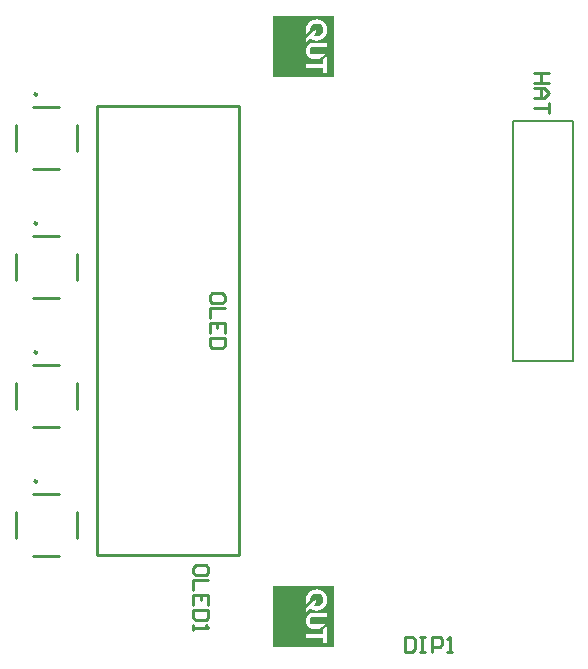
<source format=gto>
G04 Layer_Color=65535*
%FSLAX25Y25*%
%MOIN*%
G70*
G01*
G75*
%ADD13C,0.01000*%
%ADD29C,0.00020*%
%ADD30C,0.00787*%
D13*
X-73630Y78732D02*
G03*
X-73630Y78732I-394J0D01*
G01*
Y35732D02*
G03*
X-73630Y35732I-394J0D01*
G01*
Y-7268D02*
G03*
X-73630Y-7268I-394J0D01*
G01*
Y-50268D02*
G03*
X-73630Y-50268I-394J0D01*
G01*
X-53622Y74803D02*
X-6378D01*
Y-74803D02*
Y74803D01*
X-53622Y-74803D02*
Y74803D01*
Y-74803D02*
X-6378D01*
X-74811Y53929D02*
X-66150D01*
X-74811Y74402D02*
X-66150D01*
X-80717Y59835D02*
Y68496D01*
X-60244Y59835D02*
Y68496D01*
X-74811Y10929D02*
X-66150D01*
X-74811Y31402D02*
X-66150D01*
X-80717Y16835D02*
Y25496D01*
X-60244Y16835D02*
Y25496D01*
X-74811Y-32071D02*
X-66150D01*
X-74811Y-11598D02*
X-66150D01*
X-80717Y-26165D02*
Y-17504D01*
X-60244Y-26165D02*
Y-17504D01*
X-74811Y-75071D02*
X-66150D01*
X-74811Y-54598D02*
X-66150D01*
X-80717Y-69165D02*
Y-60504D01*
X-60244Y-69165D02*
Y-60504D01*
X49000Y-102002D02*
Y-107000D01*
X51499D01*
X52332Y-106167D01*
Y-102835D01*
X51499Y-102002D01*
X49000D01*
X53998D02*
X55664D01*
X54831D01*
Y-107000D01*
X53998D01*
X55664D01*
X58164D02*
Y-102002D01*
X60663D01*
X61496Y-102835D01*
Y-104501D01*
X60663Y-105334D01*
X58164D01*
X63162Y-107000D02*
X64828D01*
X63995D01*
Y-102002D01*
X63162Y-102835D01*
X96998Y85764D02*
X92000D01*
X94499D01*
Y82432D01*
X96998D01*
X92000D01*
Y80765D02*
X95332D01*
X96998Y79099D01*
X95332Y77433D01*
X92000D01*
X94499D01*
Y80765D01*
X96998Y75767D02*
Y72435D01*
Y74101D01*
X92000D01*
X-16502Y-80735D02*
Y-79069D01*
X-17335Y-78236D01*
X-20667D01*
X-21500Y-79069D01*
Y-80735D01*
X-20667Y-81568D01*
X-17335D01*
X-16502Y-80735D01*
Y-83235D02*
X-21500D01*
Y-86567D01*
X-16502Y-91565D02*
Y-88233D01*
X-21500D01*
Y-91565D01*
X-19001Y-88233D02*
Y-89899D01*
X-16502Y-93231D02*
X-21500D01*
Y-95731D01*
X-20667Y-96564D01*
X-17335D01*
X-16502Y-95731D01*
Y-93231D01*
X-21500Y-98230D02*
Y-99896D01*
Y-99063D01*
X-16502D01*
X-17335Y-98230D01*
X-11002Y9898D02*
Y11565D01*
X-11835Y12398D01*
X-15167D01*
X-16000Y11565D01*
Y9898D01*
X-15167Y9065D01*
X-11835D01*
X-11002Y9898D01*
Y7399D02*
X-16000D01*
Y4067D01*
X-11002Y-931D02*
Y2401D01*
X-16000D01*
Y-931D01*
X-13501Y2401D02*
Y735D01*
X-11002Y-2598D02*
X-16000D01*
Y-5097D01*
X-15167Y-5930D01*
X-11835D01*
X-11002Y-5097D01*
Y-2598D01*
D29*
X22060Y85000D02*
Y85940D01*
X22240Y102840D02*
Y105000D01*
X22280Y85000D02*
Y85940D01*
X22260Y102820D02*
Y105000D01*
X22160Y96200D02*
Y97740D01*
X22400Y85000D02*
Y85940D01*
X22380Y102700D02*
Y105000D01*
X22420Y85000D02*
Y85940D01*
X22360Y102720D02*
Y105000D01*
X22140Y96200D02*
Y97720D01*
X22380Y96200D02*
Y97960D01*
X22160Y92420D02*
Y94400D01*
X22440Y96200D02*
Y98040D01*
X22220Y102860D02*
Y105000D01*
Y92420D02*
Y94400D01*
X22300Y85000D02*
Y85940D01*
X22440Y92420D02*
Y94400D01*
X22060Y92420D02*
Y94400D01*
X22360Y91400D02*
Y92060D01*
X22340Y92420D02*
Y94400D01*
X22140Y85000D02*
Y85940D01*
X22120Y91180D02*
Y91820D01*
X22340Y91380D02*
Y92040D01*
X22200Y92420D02*
Y94400D01*
X22220Y91280D02*
Y91920D01*
X22420Y102660D02*
Y105000D01*
X22100Y91160D02*
Y91800D01*
X22360Y92420D02*
Y94400D01*
X22120Y85000D02*
Y85940D01*
X22220Y96200D02*
Y97800D01*
X22060Y96200D02*
Y97640D01*
X22140Y92420D02*
Y94400D01*
X22340Y85000D02*
Y85940D01*
X22280Y102800D02*
Y105000D01*
X22440Y102620D02*
Y105000D01*
X22340Y102720D02*
Y105000D01*
X22460Y85000D02*
Y85940D01*
X22240Y85000D02*
Y85940D01*
X22060Y91120D02*
Y91760D01*
X22100Y96200D02*
Y97680D01*
X22200Y96200D02*
Y97780D01*
X22320Y92420D02*
Y94400D01*
X22360Y96200D02*
Y97940D01*
X22100Y102980D02*
Y105000D01*
X22060Y103020D02*
Y105000D01*
X22120Y102960D02*
Y105000D01*
X22360Y85000D02*
Y85940D01*
X22160Y85000D02*
Y85940D01*
Y102920D02*
Y105000D01*
X22420Y92420D02*
Y94400D01*
Y91460D02*
Y92080D01*
X22140Y102940D02*
Y105000D01*
X22380Y85000D02*
Y85940D01*
X22180Y85000D02*
Y85940D01*
Y92420D02*
Y94400D01*
X22400Y96200D02*
Y98000D01*
X22200Y91260D02*
Y91900D01*
X22400Y92420D02*
Y94400D01*
X22180Y91240D02*
Y91880D01*
X22400Y91440D02*
Y92060D01*
X22380Y92420D02*
Y94400D01*
X22160Y91220D02*
Y91860D01*
X22140Y91200D02*
Y91840D01*
X22180Y96200D02*
Y97760D01*
X22420Y96200D02*
Y98020D01*
X22380Y91420D02*
Y92060D01*
X22400Y102680D02*
Y105000D01*
X22100Y92420D02*
Y94400D01*
X22320Y96200D02*
Y97920D01*
X22180Y102900D02*
Y105000D01*
X22200Y85000D02*
Y85940D01*
Y102880D02*
Y105000D01*
X22100Y85000D02*
Y85940D01*
X22080Y91140D02*
Y91780D01*
X22300Y91360D02*
Y92000D01*
X22320Y85000D02*
Y85940D01*
X22080Y85000D02*
Y85940D01*
X22440Y91480D02*
Y92100D01*
X22220Y85000D02*
Y85940D01*
X22440Y85000D02*
Y85940D01*
X22080Y96200D02*
Y97660D01*
Y103000D02*
Y105000D01*
X22300Y96200D02*
Y97900D01*
X22080Y92420D02*
Y94400D01*
X22300Y102780D02*
Y105000D01*
Y92420D02*
Y94400D01*
X22320Y91360D02*
Y92020D01*
X22280Y92420D02*
Y94400D01*
Y96200D02*
Y97880D01*
X22120Y92420D02*
Y94400D01*
X22320Y102760D02*
Y105000D01*
X22340Y96200D02*
Y97940D01*
X22120Y96200D02*
Y97700D01*
X22020Y91080D02*
Y91720D01*
Y85000D02*
Y85940D01*
Y103060D02*
Y105000D01*
X22260Y85000D02*
Y85940D01*
X22040Y85000D02*
Y85940D01*
X22260Y91320D02*
Y91960D01*
X22040Y91100D02*
Y91740D01*
X22260Y92420D02*
Y94400D01*
X22040Y92420D02*
Y94400D01*
X22260Y96200D02*
Y97840D01*
X22040Y96200D02*
Y97620D01*
X22020Y96200D02*
Y97600D01*
Y92420D02*
Y94400D01*
X22240Y92420D02*
Y94400D01*
X22040Y103040D02*
Y105000D01*
X22240Y96200D02*
Y97820D01*
Y91300D02*
Y91940D01*
X22280Y91340D02*
Y91980D01*
X21080Y103700D02*
Y105000D01*
X20980Y96200D02*
Y96920D01*
X21080Y99160D02*
Y101620D01*
X20980Y92420D02*
Y94400D01*
Y89240D02*
Y90740D01*
Y99040D02*
Y101720D01*
X21100Y85000D02*
Y87380D01*
X20980Y103760D02*
Y105000D01*
X21100Y89240D02*
Y90860D01*
X21000Y85000D02*
Y87380D01*
X21100Y92420D02*
Y94400D01*
X21000Y89240D02*
Y90760D01*
X21100Y96200D02*
Y96960D01*
X21000Y92420D02*
Y94400D01*
X21100Y99180D02*
Y101600D01*
X21000Y96200D02*
Y96920D01*
X21100Y103700D02*
Y105000D01*
X21000Y99080D02*
Y101700D01*
X21120Y85000D02*
Y87380D01*
X21000Y103740D02*
Y105000D01*
X21120Y89240D02*
Y90880D01*
X21020Y85000D02*
Y87380D01*
X21120Y92420D02*
Y94400D01*
X21020Y89240D02*
Y90780D01*
X21120Y96200D02*
Y96980D01*
X21020Y92420D02*
Y94400D01*
X21120Y99200D02*
Y101560D01*
X21020Y96200D02*
Y96940D01*
X21120Y103680D02*
Y105000D01*
X21020Y99100D02*
Y101680D01*
X21140Y85000D02*
Y87380D01*
X21020Y103740D02*
Y105000D01*
X21140Y89240D02*
Y90880D01*
X21040Y85000D02*
Y87380D01*
X21140Y92420D02*
Y94400D01*
X21040Y89240D02*
Y90800D01*
X21140Y96200D02*
Y96980D01*
X21040Y92420D02*
Y94400D01*
X21140Y99220D02*
Y101540D01*
X21040Y96200D02*
Y96940D01*
X21140Y103680D02*
Y105000D01*
X21040Y99120D02*
Y101660D01*
X21160Y85000D02*
Y87380D01*
X21040Y103720D02*
Y105000D01*
X21160Y89240D02*
Y90900D01*
X21060Y85000D02*
Y87380D01*
X21160Y92420D02*
Y94400D01*
X21060Y89240D02*
Y90820D01*
X21160Y96200D02*
Y97000D01*
X21060Y92420D02*
Y94400D01*
X21160Y99260D02*
Y101520D01*
X21060Y96200D02*
Y96940D01*
X21160Y103660D02*
Y105000D01*
X21060Y99140D02*
Y101640D01*
X21180Y85000D02*
Y87380D01*
X21060Y103720D02*
Y105000D01*
X21180Y89240D02*
Y90920D01*
X21080Y85000D02*
Y87380D01*
X21180Y92420D02*
Y94400D01*
X21080Y89240D02*
Y90840D01*
X21180Y96200D02*
Y97000D01*
X21080Y92420D02*
Y94400D01*
Y96200D02*
Y96960D01*
X22000Y103080D02*
Y105000D01*
X21560Y92420D02*
Y94400D01*
X22000Y96200D02*
Y97580D01*
X21560Y90640D02*
Y91280D01*
X22000Y92420D02*
Y94400D01*
X21560Y85000D02*
Y85940D01*
X22000Y91060D02*
Y91720D01*
X21540Y103440D02*
Y105000D01*
X22000Y85000D02*
Y85940D01*
X21540Y96200D02*
Y97220D01*
X21980Y103100D02*
Y105000D01*
X21540Y92420D02*
Y94400D01*
X21980Y96200D02*
Y97580D01*
X21540Y90620D02*
Y91260D01*
X21980Y92420D02*
Y94400D01*
X21540Y85000D02*
Y85940D01*
X21980Y91040D02*
Y91700D01*
X21520Y103460D02*
Y105000D01*
X21980Y85000D02*
Y85940D01*
X21520Y100260D02*
Y100580D01*
X21960Y103120D02*
Y105000D01*
X21520Y96200D02*
Y97200D01*
X21960Y96200D02*
Y97560D01*
X21520Y92420D02*
Y94400D01*
X21960Y92420D02*
Y94400D01*
X21520Y90600D02*
Y91240D01*
X21960Y91020D02*
Y91680D01*
X21520Y85000D02*
Y85940D01*
X21960Y85000D02*
Y85940D01*
X21500Y103480D02*
Y105000D01*
X21940Y103140D02*
Y105000D01*
X21500Y100100D02*
Y100740D01*
X21940Y96200D02*
Y97540D01*
X21500Y96200D02*
Y97200D01*
X21940Y92420D02*
Y94400D01*
X21500Y92420D02*
Y94400D01*
X21940Y91000D02*
Y91660D01*
X21500Y90580D02*
Y91220D01*
X21940Y85000D02*
Y85940D01*
X21500Y85000D02*
Y85940D01*
X21920Y103140D02*
Y105000D01*
X21480Y103480D02*
Y105000D01*
X21920Y96200D02*
Y97520D01*
X21480Y99980D02*
Y100840D01*
X21920Y92420D02*
Y94400D01*
X21480Y96200D02*
Y97180D01*
X21920Y90980D02*
Y91640D01*
X21480Y92420D02*
Y94400D01*
X21920Y85000D02*
Y85940D01*
X21480Y90560D02*
Y91200D01*
X21900Y103160D02*
Y105000D01*
X21480Y85000D02*
Y85940D01*
X21900Y96200D02*
Y97500D01*
X21460Y103500D02*
Y105000D01*
X21900Y92420D02*
Y94400D01*
X21460Y99900D02*
Y100920D01*
X21900Y90960D02*
Y91620D01*
X21460Y96200D02*
Y97160D01*
X21900Y85000D02*
Y85940D01*
X21460Y92420D02*
Y94400D01*
X21880Y103180D02*
Y105000D01*
X21460Y90540D02*
Y91180D01*
X21880Y96200D02*
Y97480D01*
X21460Y85000D02*
Y85940D01*
X21880Y92420D02*
Y94400D01*
X21440Y103520D02*
Y105000D01*
X21880Y90940D02*
Y91600D01*
X21440Y99820D02*
Y100980D01*
X21880Y85000D02*
Y85940D01*
X21440Y96200D02*
Y97160D01*
X21860Y103200D02*
Y105000D01*
X21440Y92420D02*
Y94400D01*
X21860Y96200D02*
Y97460D01*
X21440Y90520D02*
Y91160D01*
X21860Y92420D02*
Y94400D01*
X21440Y85000D02*
Y85940D01*
X21860Y90920D02*
Y91580D01*
X21420Y103520D02*
Y105000D01*
X21860Y85000D02*
Y85940D01*
X21420Y99760D02*
Y101040D01*
X21840Y103220D02*
Y105000D01*
X21420Y96200D02*
Y97140D01*
X21840Y96200D02*
Y97460D01*
X21420Y92420D02*
Y94400D01*
X21840Y92420D02*
Y94400D01*
X21420Y90500D02*
Y91140D01*
X21840Y90920D02*
Y91560D01*
X21420Y85000D02*
Y85940D01*
X21840Y85000D02*
Y85940D01*
X21400Y103540D02*
Y105000D01*
X21820Y103240D02*
Y105000D01*
X21400Y99720D02*
Y101100D01*
X21820Y96200D02*
Y97440D01*
X21400Y96200D02*
Y97140D01*
X21820Y92420D02*
Y94400D01*
X21400Y92420D02*
Y94400D01*
X21820Y90920D02*
Y91540D01*
X21400Y89240D02*
Y91120D01*
X21820Y85000D02*
Y85940D01*
X21400Y85000D02*
Y87380D01*
X21800Y103240D02*
Y105000D01*
X21380Y103540D02*
Y105000D01*
X21800Y96200D02*
Y97420D01*
X21380Y99660D02*
Y101160D01*
X21800Y92420D02*
Y94400D01*
X21380Y96200D02*
Y97120D01*
X21800Y90900D02*
Y91520D01*
X21380Y92420D02*
Y94400D01*
X21800Y85000D02*
Y85940D01*
X21380Y89240D02*
Y91100D01*
X21780Y103260D02*
Y105000D01*
X21380Y85000D02*
Y87380D01*
X21780Y96200D02*
Y97400D01*
X21360Y103560D02*
Y105000D01*
X21780Y92420D02*
Y94400D01*
X21360Y99620D02*
Y101200D01*
X21780Y90880D02*
Y91500D01*
X21360Y96200D02*
Y97100D01*
X21780Y85000D02*
Y85940D01*
X21360Y92420D02*
Y94400D01*
X21760Y103280D02*
Y105000D01*
X21360Y89240D02*
Y91080D01*
X21760Y96200D02*
Y97380D01*
X21360Y85000D02*
Y87380D01*
X21760Y92420D02*
Y94400D01*
X21340Y103580D02*
Y105000D01*
X21760Y90860D02*
Y91480D01*
X21340Y99560D02*
Y101240D01*
X21760Y85000D02*
Y85940D01*
X21340Y96200D02*
Y97100D01*
X21740Y103300D02*
Y105000D01*
X21340Y92420D02*
Y94400D01*
X21740Y96200D02*
Y97380D01*
X21340Y89240D02*
Y91060D01*
X21740Y92420D02*
Y94400D01*
X21340Y85000D02*
Y87380D01*
X21740Y90840D02*
Y91460D01*
X21320Y103580D02*
Y105000D01*
X21740Y85000D02*
Y85940D01*
X21320Y99520D02*
Y101280D01*
X21720Y103300D02*
Y105000D01*
X21320Y96200D02*
Y97080D01*
X21720Y96200D02*
Y97360D01*
X21320Y92420D02*
Y94400D01*
X21720Y92420D02*
Y94400D01*
X21320Y89240D02*
Y91040D01*
X21720Y90820D02*
Y91440D01*
X21320Y85000D02*
Y87380D01*
X21720Y85000D02*
Y85940D01*
X21300Y103600D02*
Y105000D01*
X21700Y103320D02*
Y105000D01*
X21300Y99480D02*
Y101320D01*
X21700Y96200D02*
Y97340D01*
X21300Y96200D02*
Y97080D01*
X21700Y92420D02*
Y94400D01*
X21300Y92420D02*
Y94400D01*
X21700Y90800D02*
Y91420D01*
X21300Y89240D02*
Y91020D01*
X21700Y85000D02*
Y85940D01*
X21300Y85000D02*
Y87380D01*
X21680Y103360D02*
Y105000D01*
X21280Y103600D02*
Y105000D01*
X21680Y96200D02*
Y97320D01*
X21280Y99440D02*
Y101360D01*
X21680Y92420D02*
Y94400D01*
X21280Y96200D02*
Y97060D01*
X21680Y90780D02*
Y91400D01*
X21280Y92420D02*
Y94400D01*
X21680Y85000D02*
Y85940D01*
X21280Y89240D02*
Y91020D01*
X21660Y103360D02*
Y105000D01*
X21280Y85000D02*
Y87380D01*
X21660Y96200D02*
Y97300D01*
X21260Y103620D02*
Y105000D01*
X21660Y92420D02*
Y94400D01*
X21260Y99420D02*
Y101380D01*
X21660Y90760D02*
Y91380D01*
X21260Y96200D02*
Y97060D01*
X21660Y85000D02*
Y85940D01*
X21260Y92420D02*
Y94400D01*
X21640Y103380D02*
Y105000D01*
X21260Y89240D02*
Y91000D01*
X21640Y96200D02*
Y97280D01*
X21260Y85000D02*
Y87380D01*
X21640Y92420D02*
Y94400D01*
X21240Y103620D02*
Y105000D01*
X21640Y90740D02*
Y91360D01*
X21240Y99380D02*
Y101420D01*
X21640Y85000D02*
Y85940D01*
X21240Y96200D02*
Y97040D01*
X21620Y103400D02*
Y105000D01*
X21240Y92420D02*
Y94400D01*
X21620Y96200D02*
Y97280D01*
X21240Y89240D02*
Y90980D01*
X21620Y92420D02*
Y94400D01*
X21240Y85000D02*
Y87380D01*
X21620Y90700D02*
Y91340D01*
X21220Y103640D02*
Y105000D01*
X21620Y85000D02*
Y85940D01*
X21220Y99340D02*
Y101440D01*
X21600Y103400D02*
Y105000D01*
X21220Y96200D02*
Y97020D01*
X21600Y96200D02*
Y97260D01*
X21220Y92420D02*
Y94400D01*
X21600Y92420D02*
Y94400D01*
X21220Y89240D02*
Y90960D01*
X21600Y90680D02*
Y91320D01*
X21220Y85000D02*
Y87380D01*
X21600Y85000D02*
Y85940D01*
X21200Y103640D02*
Y105000D01*
X21580Y103420D02*
Y105000D01*
X21200Y99320D02*
Y101480D01*
X21580Y96200D02*
Y97240D01*
X21200Y96200D02*
Y97020D01*
X21580Y92420D02*
Y94400D01*
X21200Y92420D02*
Y94400D01*
X21580Y90660D02*
Y91300D01*
X21200Y89240D02*
Y90940D01*
X21580Y85000D02*
Y85940D01*
X21200Y85000D02*
Y87380D01*
X21560Y103440D02*
Y105000D01*
X21180Y103660D02*
Y105000D01*
Y99280D02*
Y101480D01*
X21560Y96200D02*
Y97240D01*
X6160Y85000D02*
Y105000D01*
X8800Y85000D02*
Y105000D01*
X8720Y85000D02*
Y105000D01*
X8220Y85000D02*
Y105000D01*
X8460Y85000D02*
Y105000D01*
X5820Y85000D02*
Y105000D01*
X8940Y85000D02*
Y105000D01*
X6660Y85000D02*
Y105000D01*
X8560Y85000D02*
Y105000D01*
X8000Y85000D02*
Y105000D01*
X7300Y85000D02*
Y105000D01*
X7140Y85000D02*
Y105000D01*
X7340Y85000D02*
Y105000D01*
X7960Y85000D02*
Y105000D01*
X6080Y85000D02*
Y105000D01*
X7600Y85000D02*
Y105000D01*
X7000Y85000D02*
Y105000D01*
X8440Y85000D02*
Y105000D01*
X7580Y85000D02*
Y105000D01*
X7320Y85000D02*
Y105000D01*
X5800Y85000D02*
Y105000D01*
X6900Y85000D02*
Y105000D01*
X8580Y85000D02*
Y105000D01*
X6460Y85000D02*
Y105000D01*
X8880Y85000D02*
Y105000D01*
X8300Y85000D02*
Y105000D01*
X8280Y85000D02*
Y105000D01*
X7260Y85000D02*
Y105000D01*
X5920Y85000D02*
Y105000D01*
X8760Y85000D02*
Y105000D01*
X7220Y85000D02*
Y105000D01*
X6680Y85000D02*
Y105000D01*
X7380Y85000D02*
Y105000D01*
X6240Y85000D02*
Y105000D01*
X7240Y85000D02*
Y105000D01*
X8360Y85000D02*
Y105000D01*
X7780Y85000D02*
Y105000D01*
X8140Y85000D02*
Y105000D01*
X6360Y85000D02*
Y105000D01*
X8060Y85000D02*
Y105000D01*
X8400Y85000D02*
Y105000D01*
X7680Y85000D02*
Y105000D01*
X8820Y85000D02*
Y105000D01*
X6760Y85000D02*
Y105000D01*
X6920Y85000D02*
Y105000D01*
X7120Y85000D02*
Y105000D01*
X6540Y85000D02*
Y105000D01*
X7100Y85000D02*
Y105000D01*
X5900Y85000D02*
Y105000D01*
X6100Y85000D02*
Y105000D01*
X5780Y85000D02*
Y105000D01*
X7180Y85000D02*
Y105000D01*
X5740Y85000D02*
Y105000D01*
X7540Y85000D02*
Y105000D01*
X6000Y85000D02*
Y105000D01*
X6180Y85000D02*
Y105000D01*
X6940Y85000D02*
Y105000D01*
X7640Y85000D02*
Y105000D01*
X6500Y85000D02*
Y105000D01*
X8860Y85000D02*
Y105000D01*
X6020Y85000D02*
Y105000D01*
X7280Y85000D02*
Y105000D01*
X6520Y85000D02*
Y105000D01*
X8120Y85000D02*
Y105000D01*
X8260Y85000D02*
Y105000D01*
X8600Y85000D02*
Y105000D01*
X7940Y85000D02*
Y105000D01*
X6960Y85000D02*
Y105000D01*
X6880Y85000D02*
Y105000D01*
X8380Y85000D02*
Y105000D01*
X7920Y85000D02*
Y105000D01*
X8660Y85000D02*
Y105000D01*
X7060Y85000D02*
Y105000D01*
X8320Y85000D02*
Y105000D01*
X7820Y85000D02*
Y105000D01*
X5860Y85000D02*
Y105000D01*
X5840Y85000D02*
Y105000D01*
X7860Y85000D02*
Y105000D01*
X6700Y85000D02*
Y105000D01*
X7560Y85000D02*
Y105000D01*
X7880Y85000D02*
Y105000D01*
X8900Y85000D02*
Y105000D01*
X6060Y85000D02*
Y105000D01*
X8160Y85000D02*
Y105000D01*
X8100Y85000D02*
Y105000D01*
X6280Y85000D02*
Y105000D01*
X6440Y85000D02*
Y105000D01*
X8740Y85000D02*
Y105000D01*
X8340Y85000D02*
Y105000D01*
X6980Y85000D02*
Y105000D01*
X7040Y85000D02*
Y105000D01*
X7980Y85000D02*
Y105000D01*
X8540Y85000D02*
Y105000D01*
X7620Y85000D02*
Y105000D01*
X7200Y85000D02*
Y105000D01*
X8200Y85000D02*
Y105000D01*
X6580Y85000D02*
Y105000D01*
X6340Y85000D02*
Y105000D01*
X8020Y85000D02*
Y105000D01*
X7460Y85000D02*
Y105000D01*
X8240Y85000D02*
Y105000D01*
X8920Y85000D02*
Y105000D01*
X6860Y85000D02*
Y105000D01*
X8500Y85000D02*
Y105000D01*
X7440Y85000D02*
Y105000D01*
X5880Y85000D02*
Y105000D01*
X6040Y85000D02*
Y105000D01*
X7760Y85000D02*
Y105000D01*
X7160Y85000D02*
Y105000D01*
X7080Y85000D02*
Y105000D01*
X6420Y85000D02*
Y105000D01*
X6120Y85000D02*
Y105000D01*
X6480Y85000D02*
Y105000D01*
X6640Y85000D02*
Y105000D01*
X5760Y85000D02*
Y105000D01*
X7500Y85000D02*
Y105000D01*
X8640Y85000D02*
Y105000D01*
X6800Y85000D02*
Y105000D01*
X8520Y85000D02*
Y105000D01*
X5980Y85000D02*
Y105000D01*
X7720Y85000D02*
Y105000D01*
X7480Y85000D02*
Y105000D01*
X6740Y85000D02*
Y105000D01*
X7400Y85000D02*
Y105000D01*
X6260Y85000D02*
Y105000D01*
X8180Y85000D02*
Y105000D01*
X6400Y85000D02*
Y105000D01*
X6200Y85000D02*
Y105000D01*
X8080Y85000D02*
Y105000D01*
X7660Y85000D02*
Y105000D01*
X8620Y85000D02*
Y105000D01*
X8840Y85000D02*
Y105000D01*
X6560Y85000D02*
Y105000D01*
X6820Y85000D02*
Y105000D01*
X8700Y85000D02*
Y105000D01*
X7520Y85000D02*
Y105000D01*
X5700Y85000D02*
Y105000D01*
X7740Y85000D02*
Y105000D01*
X7900Y85000D02*
Y105000D01*
X8420Y85000D02*
Y105000D01*
X7420Y85000D02*
Y105000D01*
X7020Y85000D02*
Y105000D01*
X5720Y85000D02*
Y105000D01*
X6380Y85000D02*
Y105000D01*
X8780Y85000D02*
Y105000D01*
X6780Y85000D02*
Y105000D01*
X6220Y85000D02*
Y105000D01*
X6840Y85000D02*
Y105000D01*
X6600Y85000D02*
Y105000D01*
X7840Y85000D02*
Y105000D01*
X8960Y85000D02*
Y105000D01*
X6320Y85000D02*
Y105000D01*
X6720Y85000D02*
Y105000D01*
X6620Y85000D02*
Y105000D01*
X5960Y85000D02*
Y105000D01*
X6140Y85000D02*
Y105000D01*
X8040Y85000D02*
Y105000D01*
X6300Y85000D02*
Y105000D01*
X8680Y85000D02*
Y105000D01*
X8480Y85000D02*
Y105000D01*
X7700Y85000D02*
Y105000D01*
X5940Y85000D02*
Y105000D01*
X7800Y85000D02*
Y105000D01*
X7360Y85000D02*
Y105000D01*
X25160Y85000D02*
Y105000D01*
X25080Y85000D02*
Y105000D01*
X25120Y85000D02*
Y105000D01*
X25100Y85000D02*
Y105000D01*
X25140Y85000D02*
Y105000D01*
X23460Y85000D02*
Y105000D01*
X25060Y85000D02*
Y105000D01*
X25040Y85000D02*
Y105000D01*
X25020Y85000D02*
Y105000D01*
X25000Y85000D02*
Y105000D01*
X24980Y85000D02*
Y105000D01*
X24960Y85000D02*
Y105000D01*
X24940Y85000D02*
Y105000D01*
X24920Y85000D02*
Y105000D01*
X24900Y85000D02*
Y105000D01*
X24880Y85000D02*
Y105000D01*
X24860Y85000D02*
Y105000D01*
X24840Y85000D02*
Y105000D01*
X24820Y85000D02*
Y105000D01*
X24800Y85000D02*
Y105000D01*
X24780Y85000D02*
Y105000D01*
X24760Y85000D02*
Y105000D01*
X24740Y85000D02*
Y105000D01*
X24720Y85000D02*
Y105000D01*
X24700Y85000D02*
Y105000D01*
X24680Y85000D02*
Y105000D01*
X24660Y85000D02*
Y105000D01*
X24640Y85000D02*
Y105000D01*
X24620Y85000D02*
Y105000D01*
X24600Y85000D02*
Y105000D01*
X24580Y85000D02*
Y105000D01*
X24560Y85000D02*
Y105000D01*
X24540Y85000D02*
Y105000D01*
X24520Y85000D02*
Y105000D01*
X24500Y85000D02*
Y105000D01*
X24480Y85000D02*
Y105000D01*
X24460Y85000D02*
Y105000D01*
X24440Y85000D02*
Y105000D01*
X24420Y85000D02*
Y105000D01*
X24400Y85000D02*
Y105000D01*
X24380Y85000D02*
Y105000D01*
X24360Y85000D02*
Y105000D01*
X24340Y85000D02*
Y105000D01*
X24320Y85000D02*
Y105000D01*
X24300Y85000D02*
Y105000D01*
X24280Y85000D02*
Y105000D01*
X24260Y85000D02*
Y105000D01*
X24240Y85000D02*
Y105000D01*
X24220Y85000D02*
Y105000D01*
X24200Y85000D02*
Y105000D01*
X24180Y85000D02*
Y105000D01*
X24160Y85000D02*
Y105000D01*
X24140Y85000D02*
Y105000D01*
X24120Y85000D02*
Y105000D01*
X24100Y85000D02*
Y105000D01*
X24080Y85000D02*
Y105000D01*
X24060Y85000D02*
Y105000D01*
X24040Y85000D02*
Y105000D01*
X24020Y85000D02*
Y105000D01*
X24000Y85000D02*
Y105000D01*
X23980Y85000D02*
Y105000D01*
X23960Y85000D02*
Y105000D01*
X23940Y85000D02*
Y105000D01*
X23920Y85000D02*
Y105000D01*
X23900Y85000D02*
Y105000D01*
X23880Y85000D02*
Y105000D01*
X23860Y85000D02*
Y105000D01*
X23840Y85000D02*
Y105000D01*
X23820Y85000D02*
Y105000D01*
X23800Y85000D02*
Y105000D01*
X23780Y85000D02*
Y105000D01*
X23760Y85000D02*
Y105000D01*
X23740Y85000D02*
Y105000D01*
X23720Y85000D02*
Y105000D01*
X23700Y85000D02*
Y105000D01*
X23680Y85000D02*
Y105000D01*
X23660Y85000D02*
Y105000D01*
X23640Y85000D02*
Y105000D01*
X23620Y85000D02*
Y105000D01*
X23600Y85000D02*
Y105000D01*
X23580Y85000D02*
Y105000D01*
X23560Y85000D02*
Y105000D01*
X23540Y85000D02*
Y105000D01*
X23520Y85000D02*
Y105000D01*
X23500Y85000D02*
Y105000D01*
X23480Y85000D02*
Y105000D01*
X23440Y85000D02*
Y105000D01*
X23420Y85000D02*
Y105000D01*
X23400Y85000D02*
Y105000D01*
X23380Y85000D02*
Y105000D01*
X23360Y85000D02*
Y105000D01*
X23340Y85000D02*
Y105000D01*
X23320Y85000D02*
Y105000D01*
X23300Y85000D02*
Y105000D01*
X23280Y85000D02*
Y105000D01*
X23260Y85000D02*
Y105000D01*
X23240Y85000D02*
Y105000D01*
X23220Y100520D02*
Y105000D01*
Y85000D02*
Y100140D01*
X23200Y100740D02*
Y105000D01*
Y85000D02*
Y99920D01*
X23180Y100900D02*
Y105000D01*
Y96200D02*
Y99760D01*
Y92200D02*
Y94400D01*
Y85000D02*
Y85940D01*
X23160Y101020D02*
Y105000D01*
Y96200D02*
Y99660D01*
Y92180D02*
Y94400D01*
Y85000D02*
Y85940D01*
X23140Y101120D02*
Y105000D01*
Y96200D02*
Y99540D01*
Y92160D02*
Y94400D01*
Y85000D02*
Y85940D01*
X23120Y101200D02*
Y105000D01*
Y96200D02*
Y99460D01*
Y92140D02*
Y94400D01*
Y85000D02*
Y85940D01*
X23100Y101280D02*
Y105000D01*
Y96200D02*
Y99380D01*
Y92120D02*
Y94400D01*
Y85000D02*
Y85940D01*
X23080Y101360D02*
Y105000D01*
Y96200D02*
Y99300D01*
Y92100D02*
Y94400D01*
Y85000D02*
Y85940D01*
X23060Y101420D02*
Y105000D01*
Y96200D02*
Y99240D01*
Y92100D02*
Y94400D01*
Y85000D02*
Y85940D01*
X19840Y85000D02*
Y87380D01*
Y89240D02*
Y90640D01*
X20740Y103840D02*
Y105000D01*
X20780Y85000D02*
Y87380D01*
X20800Y92420D02*
Y94400D01*
Y89240D02*
Y90640D01*
X20760Y89240D02*
Y90640D01*
X20800Y85000D02*
Y87380D01*
X20780Y103840D02*
Y105000D01*
X20760Y85000D02*
Y87380D01*
X20740Y98820D02*
Y101940D01*
X20780Y98860D02*
Y101900D01*
Y96200D02*
Y96840D01*
X20740Y96200D02*
Y96820D01*
Y92420D02*
Y94400D01*
X20780Y92420D02*
Y94400D01*
Y89240D02*
Y90640D01*
X20740Y89240D02*
Y90640D01*
Y85000D02*
Y87380D01*
X20760Y98840D02*
Y101920D01*
Y103840D02*
Y105000D01*
Y96200D02*
Y96820D01*
X20720Y103860D02*
Y105000D01*
Y96200D02*
Y96800D01*
Y98820D02*
Y101960D01*
X20760Y92420D02*
Y94400D01*
X22680Y96200D02*
Y98380D01*
X22860Y101940D02*
Y105000D01*
X22680Y102280D02*
Y105000D01*
X22880Y85000D02*
Y85940D01*
X22700Y85000D02*
Y85940D01*
X22880Y91920D02*
Y94400D01*
X22700Y91740D02*
Y92360D01*
X22880Y96200D02*
Y98800D01*
X22700Y92420D02*
Y94400D01*
X22880Y101900D02*
Y105000D01*
X22700Y96200D02*
Y98420D01*
X22900Y85000D02*
Y85940D01*
X22700Y102240D02*
Y105000D01*
X22900Y91940D02*
Y94400D01*
X22720Y85000D02*
Y85940D01*
X22900Y96200D02*
Y98840D01*
X22720Y91760D02*
Y92380D01*
X22900Y101840D02*
Y105000D01*
X22720Y92420D02*
Y94400D01*
X22920Y85000D02*
Y85940D01*
X22720Y96200D02*
Y98440D01*
X22920Y91960D02*
Y94400D01*
X22720Y102220D02*
Y105000D01*
X22920Y96200D02*
Y98880D01*
X22740Y85000D02*
Y85940D01*
X22920Y101800D02*
Y105000D01*
X22740Y91780D02*
Y92400D01*
X22940Y85000D02*
Y85940D01*
X22740Y92420D02*
Y94400D01*
X22940Y91980D02*
Y94400D01*
X22740Y96200D02*
Y98480D01*
X22940Y96200D02*
Y98920D01*
X22740Y102180D02*
Y105000D01*
X22940Y101760D02*
Y105000D01*
X22760Y85000D02*
Y85940D01*
X22960Y85000D02*
Y85940D01*
X22760Y91800D02*
Y92400D01*
X22960Y92000D02*
Y94400D01*
X22760Y92420D02*
Y94400D01*
X22960Y96200D02*
Y98980D01*
X22760Y96200D02*
Y98520D01*
X22960Y101700D02*
Y105000D01*
X22760Y102140D02*
Y105000D01*
X22980Y85000D02*
Y85940D01*
X22780Y85000D02*
Y85940D01*
X22980Y92020D02*
Y94400D01*
X22780Y91820D02*
Y94400D01*
X22980Y96200D02*
Y99020D01*
X22780Y96200D02*
Y98560D01*
X22980Y101660D02*
Y105000D01*
X22780Y102120D02*
Y105000D01*
X23000Y85000D02*
Y85940D01*
X22800Y85000D02*
Y85940D01*
X23000Y92040D02*
Y94400D01*
X22800Y91820D02*
Y94400D01*
X23000Y96200D02*
Y99080D01*
X22800Y96200D02*
Y98600D01*
X23000Y101600D02*
Y105000D01*
X22800Y102080D02*
Y105000D01*
X23020Y85000D02*
Y85940D01*
X22820Y91860D02*
Y94400D01*
Y85000D02*
Y85940D01*
X23020Y92060D02*
Y94400D01*
Y96200D02*
Y99120D01*
X22860Y96200D02*
Y98740D01*
X22680Y92420D02*
Y94400D01*
X22840Y102000D02*
Y105000D01*
X23040Y101480D02*
Y105000D01*
Y92080D02*
Y94400D01*
X22860Y85000D02*
Y85940D01*
Y91900D02*
Y94400D01*
X22840Y91880D02*
Y94400D01*
X23040Y96200D02*
Y99180D01*
X22840Y96200D02*
Y98660D01*
Y85000D02*
Y85940D01*
X22820Y96200D02*
Y98620D01*
X23020Y101540D02*
Y105000D01*
X23040Y85000D02*
Y85940D01*
X22680Y85000D02*
Y85940D01*
X22660Y102320D02*
Y105000D01*
X22680Y91720D02*
Y92340D01*
X22820Y102040D02*
Y105000D01*
X17900Y103700D02*
Y105000D01*
X18140Y85000D02*
Y87380D01*
X18100Y96200D02*
Y96840D01*
X18060Y92420D02*
Y94400D01*
X18100Y99860D02*
Y101720D01*
X17920Y103720D02*
Y105000D01*
Y99660D02*
Y101500D01*
X18020Y96200D02*
Y96880D01*
X17900Y99640D02*
Y101480D01*
X18080Y96200D02*
Y96860D01*
X18140Y99900D02*
Y101780D01*
X18120Y92420D02*
Y94400D01*
X18080Y92420D02*
Y94400D01*
Y89240D02*
Y90640D01*
X17900Y96200D02*
Y96940D01*
X18080Y99840D02*
Y101700D01*
X18060Y103780D02*
Y105000D01*
X18140Y89240D02*
Y90640D01*
X18000Y99740D02*
Y101600D01*
X18140Y92420D02*
Y94400D01*
X18100Y92420D02*
Y94400D01*
X17920Y96200D02*
Y96940D01*
X18040Y89240D02*
Y90640D01*
X18060Y99800D02*
Y101660D01*
X18120Y96200D02*
Y96840D01*
X17980Y92420D02*
Y94400D01*
X18040Y92420D02*
Y94400D01*
X18080Y85000D02*
Y87380D01*
X17920Y92420D02*
Y94380D01*
X18100Y89240D02*
Y90640D01*
Y85000D02*
Y87380D01*
X17920Y89240D02*
Y90640D01*
X18080Y103780D02*
Y105000D01*
X18140Y96200D02*
Y96840D01*
X18100Y103800D02*
Y105000D01*
X17960Y85000D02*
Y87380D01*
X18120Y103800D02*
Y105000D01*
X18060Y89240D02*
Y90640D01*
Y96200D02*
Y96880D01*
X17920Y85000D02*
Y87380D01*
X17940Y89240D02*
Y90640D01*
X17960Y103720D02*
Y105000D01*
X17940Y85000D02*
Y87380D01*
X18000Y103740D02*
Y105000D01*
X17980Y89240D02*
Y90640D01*
X17960Y99700D02*
Y101540D01*
X18340Y103860D02*
Y105000D01*
Y89240D02*
Y90640D01*
Y96200D02*
Y96780D01*
Y92420D02*
Y94400D01*
X17960Y96200D02*
Y96920D01*
X18340Y85000D02*
Y87380D01*
Y100080D02*
Y101940D01*
X18520Y96200D02*
Y96720D01*
X18320Y103860D02*
Y105000D01*
X18400Y100140D02*
Y101980D01*
X18440Y89240D02*
Y90640D01*
X18500Y100240D02*
Y102060D01*
X18520Y92420D02*
Y94400D01*
X18500Y103900D02*
Y105000D01*
X18520Y89240D02*
Y90640D01*
Y85000D02*
Y87380D01*
X18460Y92420D02*
Y94400D01*
Y96200D02*
Y96740D01*
X18500Y96200D02*
Y96740D01*
Y92420D02*
Y94400D01*
Y89240D02*
Y90640D01*
Y85000D02*
Y87380D01*
X18480Y103900D02*
Y105000D01*
Y96200D02*
Y96740D01*
Y92420D02*
Y94400D01*
Y89240D02*
Y90640D01*
X18460Y103900D02*
Y105000D01*
X18480Y100220D02*
Y102040D01*
X18440Y92420D02*
Y94400D01*
X18460Y89240D02*
Y90640D01*
X18440Y96200D02*
Y96760D01*
X18480Y85000D02*
Y87380D01*
X18460Y100200D02*
Y102020D01*
X18440Y100180D02*
Y102020D01*
Y103900D02*
Y105000D01*
X18540Y92420D02*
Y94400D01*
X18360Y96200D02*
Y96780D01*
X18460Y85000D02*
Y87380D01*
X18380Y85000D02*
Y87380D01*
Y89240D02*
Y90640D01*
Y92420D02*
Y94400D01*
X18360Y100100D02*
Y101960D01*
X18380Y96200D02*
Y96760D01*
X18360Y103860D02*
Y105000D01*
X18380Y100120D02*
Y101980D01*
X18400Y85000D02*
Y87380D01*
X18380Y103880D02*
Y105000D01*
X18400Y89240D02*
Y90640D01*
Y92420D02*
Y94400D01*
Y96200D02*
Y96760D01*
X18420Y85000D02*
Y87380D01*
X18400Y103880D02*
Y105000D01*
X18540Y96200D02*
Y96720D01*
X18680Y96200D02*
Y96680D01*
X18520Y103920D02*
Y105000D01*
X17900Y92440D02*
Y94380D01*
X18540Y85000D02*
Y87380D01*
X18420Y96200D02*
Y96760D01*
X18520Y100260D02*
Y102060D01*
X18420Y100160D02*
Y102000D01*
Y103880D02*
Y105000D01*
X18440Y85000D02*
Y87380D01*
X18540Y89240D02*
Y90640D01*
X18420Y92420D02*
Y94400D01*
Y89240D02*
Y90640D01*
X18540Y100280D02*
Y102080D01*
X18560Y92420D02*
Y94400D01*
X18600Y85000D02*
Y87380D01*
X18540Y103920D02*
Y105000D01*
X18680Y89240D02*
Y90640D01*
X18560Y96200D02*
Y96720D01*
X18680Y85000D02*
Y87380D01*
X18660Y103940D02*
Y105000D01*
Y85000D02*
Y87380D01*
Y100360D02*
Y102140D01*
Y92420D02*
Y94400D01*
Y96200D02*
Y96700D01*
Y89240D02*
Y90640D01*
X18640Y103940D02*
Y105000D01*
Y100340D02*
Y102140D01*
Y89240D02*
Y90640D01*
Y92420D02*
Y94400D01*
Y85000D02*
Y87380D01*
Y96200D02*
Y96700D01*
X18620Y103940D02*
Y105000D01*
Y96200D02*
Y96700D01*
Y100340D02*
Y102120D01*
Y85000D02*
Y87380D01*
X18560Y85000D02*
Y87380D01*
X18620Y89240D02*
Y90640D01*
Y92420D02*
Y94400D01*
X18600Y103940D02*
Y105000D01*
Y96200D02*
Y96700D01*
Y100320D02*
Y102120D01*
Y92420D02*
Y94400D01*
X18580Y103940D02*
Y105000D01*
X18600Y89240D02*
Y90640D01*
X18560Y100280D02*
Y102100D01*
X18580Y92420D02*
Y94400D01*
Y100300D02*
Y102100D01*
Y89240D02*
Y90640D01*
X18560Y103920D02*
Y105000D01*
X18580Y85000D02*
Y87380D01*
Y96200D02*
Y96720D01*
X18680Y92420D02*
Y94400D01*
X18560Y89240D02*
Y90640D01*
X18760Y96200D02*
Y96680D01*
X18860Y100560D02*
Y102220D01*
Y92420D02*
Y94400D01*
Y89240D02*
Y90640D01*
Y85000D02*
Y87380D01*
X18840Y100540D02*
Y102220D01*
Y103980D02*
Y105000D01*
Y89240D02*
Y90640D01*
Y96200D02*
Y96660D01*
X18020Y89240D02*
Y90640D01*
X17940Y99680D02*
Y101520D01*
Y92420D02*
Y94380D01*
Y96200D02*
Y96920D01*
X18000Y89240D02*
Y90640D01*
Y92420D02*
Y94400D01*
Y85000D02*
Y87380D01*
X18120Y99880D02*
Y101760D01*
X18360Y92420D02*
Y94400D01*
X18200Y92420D02*
Y94400D01*
X18040Y96200D02*
Y96880D01*
X18160Y85000D02*
Y87380D01*
X18040Y103760D02*
Y105000D01*
X18360Y89240D02*
Y90640D01*
X18040Y99780D02*
Y101640D01*
X18200Y96200D02*
Y96820D01*
X18180Y99920D02*
Y101820D01*
X18060Y85000D02*
Y87380D01*
X18200Y85000D02*
Y87380D01*
X18800Y103980D02*
Y105000D01*
Y92420D02*
Y94400D01*
Y96200D02*
Y96660D01*
X18160Y89240D02*
Y90640D01*
X18300Y92420D02*
Y94400D01*
Y89240D02*
Y90640D01*
X18160Y99900D02*
Y101800D01*
X18260Y92420D02*
Y94400D01*
X18160Y96200D02*
Y96820D01*
X18260Y103860D02*
Y105000D01*
X18360Y85000D02*
Y87380D01*
X18280Y85000D02*
Y87380D01*
X18200Y89240D02*
Y90640D01*
X18160Y92420D02*
Y94400D01*
X18800Y100500D02*
Y102200D01*
X18840Y92420D02*
Y94400D01*
X18820Y89240D02*
Y90640D01*
Y85000D02*
Y87380D01*
Y92420D02*
Y94400D01*
Y96200D02*
Y96660D01*
Y103980D02*
Y105000D01*
X18780Y103980D02*
Y105000D01*
Y100480D02*
Y102200D01*
X18800Y89240D02*
Y90640D01*
Y85000D02*
Y87380D01*
X18180Y103820D02*
Y105000D01*
X17960Y92420D02*
Y94400D01*
Y89240D02*
Y90640D01*
X18020Y99760D02*
Y101620D01*
X17980Y96200D02*
Y96900D01*
Y99720D02*
Y101580D01*
Y103740D02*
Y105000D01*
X18020Y85000D02*
Y87380D01*
X18300Y100040D02*
Y101920D01*
X18780Y89240D02*
Y90640D01*
X18000Y96200D02*
Y96900D01*
X18120Y85000D02*
Y87380D01*
X18040Y85000D02*
Y87380D01*
X18020Y103760D02*
Y105000D01*
X17940Y103720D02*
Y105000D01*
X18020Y92420D02*
Y94400D01*
X18120Y89240D02*
Y90640D01*
X17980Y85000D02*
Y87380D01*
X18300Y96200D02*
Y96780D01*
X18780Y96200D02*
Y96660D01*
X18760Y100460D02*
Y102180D01*
Y103980D02*
Y105000D01*
X18720Y92420D02*
Y94400D01*
X18700Y103960D02*
Y105000D01*
X18720Y96200D02*
Y96680D01*
Y89240D02*
Y90640D01*
X18300Y103860D02*
Y105000D01*
X18320Y89240D02*
Y90640D01*
Y96200D02*
Y96780D01*
Y85000D02*
Y87380D01*
Y92420D02*
Y94400D01*
X18180Y92420D02*
Y94400D01*
X18320Y100060D02*
Y101940D01*
X18180Y96200D02*
Y96820D01*
X18140Y103820D02*
Y105000D01*
X18180Y85000D02*
Y87380D01*
X18160Y103820D02*
Y105000D01*
X18180Y89240D02*
Y90640D01*
X18220Y92420D02*
Y94400D01*
X18200Y99940D02*
Y101840D01*
Y103840D02*
Y105000D01*
X18220Y85000D02*
Y87380D01*
Y89240D02*
Y90640D01*
Y96200D02*
Y96800D01*
Y103840D02*
Y105000D01*
X18240Y85000D02*
Y87380D01*
Y92420D02*
Y94400D01*
Y89240D02*
Y90640D01*
Y96200D02*
Y96800D01*
X18220Y99960D02*
Y101840D01*
X18240Y99980D02*
Y101860D01*
Y103840D02*
Y105000D01*
X18260Y89240D02*
Y90640D01*
Y85000D02*
Y87380D01*
Y100000D02*
Y101880D01*
Y96200D02*
Y96780D01*
X18280Y89240D02*
Y90640D01*
Y96200D02*
Y96780D01*
Y92420D02*
Y94400D01*
Y103860D02*
Y105000D01*
Y100020D02*
Y101900D01*
X18300Y85000D02*
Y87380D01*
X18880Y89240D02*
Y90640D01*
X17900Y89240D02*
Y90640D01*
X18880Y96200D02*
Y96640D01*
Y92420D02*
Y94400D01*
Y98540D02*
Y98620D01*
Y100580D02*
Y102240D01*
Y85000D02*
Y87380D01*
X18860Y103980D02*
Y105000D01*
X18880Y104000D02*
Y105000D01*
X18900Y85000D02*
Y87380D01*
X18860Y96200D02*
Y96660D01*
X18900Y89240D02*
Y90640D01*
X18700Y85000D02*
Y87380D01*
Y89240D02*
Y90640D01*
Y92420D02*
Y94400D01*
X18840Y85000D02*
Y87380D01*
X18820Y100520D02*
Y102220D01*
X18860Y98540D02*
Y98620D01*
X18700Y96200D02*
Y96680D01*
X18680Y103960D02*
Y105000D01*
X18700Y100400D02*
Y102160D01*
X18780Y85000D02*
Y87380D01*
X18720Y85000D02*
Y87380D01*
Y100420D02*
Y102160D01*
Y103960D02*
Y105000D01*
X18740Y92420D02*
Y94400D01*
Y96200D02*
Y96680D01*
Y100440D02*
Y102180D01*
Y103960D02*
Y105000D01*
Y85000D02*
Y87380D01*
Y89240D02*
Y90640D01*
X18760Y85000D02*
Y87380D01*
Y89240D02*
Y90640D01*
Y92420D02*
Y94400D01*
X18780Y92420D02*
Y94400D01*
X18680Y100380D02*
Y102160D01*
X19740Y92420D02*
Y94400D01*
X19680Y98420D02*
Y102340D01*
X19720Y85000D02*
Y87380D01*
X19700Y96200D02*
Y96600D01*
X19400Y96200D02*
Y96600D01*
X19340Y98440D02*
Y99080D01*
Y101040D02*
Y102340D01*
X19400Y92420D02*
Y94400D01*
X19340Y92420D02*
Y94400D01*
X19700Y85000D02*
Y87380D01*
X19420Y89240D02*
Y90640D01*
X19700Y89240D02*
Y90640D01*
X19500Y96200D02*
Y96600D01*
X19680Y104040D02*
Y105000D01*
X19700Y92420D02*
Y94400D01*
X19400Y98420D02*
Y102340D01*
X19820Y92420D02*
Y94400D01*
X19800Y98440D02*
Y102320D01*
X19380Y96200D02*
Y96600D01*
X19340Y96200D02*
Y96600D01*
X19700Y98420D02*
Y102340D01*
X19400Y104040D02*
Y105000D01*
X19660Y96200D02*
Y96600D01*
X19320Y104040D02*
Y105000D01*
X19820Y104040D02*
Y105000D01*
X19420Y98420D02*
Y102340D01*
Y85000D02*
Y87380D01*
X19660Y98420D02*
Y102340D01*
Y104040D02*
Y105000D01*
X19820Y96200D02*
Y96620D01*
X19300Y104040D02*
Y105000D01*
X19680Y85000D02*
Y87380D01*
X19320Y98440D02*
Y99060D01*
X19720Y104040D02*
Y105000D01*
X19420Y104040D02*
Y105000D01*
X19800Y96200D02*
Y96620D01*
X19380Y98420D02*
Y99120D01*
X19700Y104040D02*
Y105000D01*
X19400Y89240D02*
Y90640D01*
X19820Y98440D02*
Y102320D01*
X19720Y96200D02*
Y96620D01*
Y98420D02*
Y102340D01*
X19780Y104040D02*
Y105000D01*
X19800Y85000D02*
Y87380D01*
X19720Y92420D02*
Y94400D01*
X19740Y98420D02*
Y102340D01*
X19760Y85000D02*
Y87380D01*
X19680Y96200D02*
Y96600D01*
X19760Y92420D02*
Y94400D01*
X19780Y92420D02*
Y94400D01*
X19760Y98440D02*
Y102340D01*
X19740Y96200D02*
Y96620D01*
X19760Y89240D02*
Y90640D01*
Y96200D02*
Y96620D01*
X19720Y89240D02*
Y90640D01*
X19740Y85000D02*
Y87380D01*
Y104040D02*
Y105000D01*
Y89240D02*
Y90640D01*
X19380Y101060D02*
Y102340D01*
X19360Y101040D02*
Y102340D01*
X19780Y98440D02*
Y102320D01*
X19800Y89240D02*
Y90640D01*
X19780Y85000D02*
Y87380D01*
X19380Y104040D02*
Y105000D01*
X19780Y89240D02*
Y90640D01*
Y96200D02*
Y96620D01*
X19760Y104040D02*
Y105000D01*
X19800Y92420D02*
Y94400D01*
X19360Y89240D02*
Y90640D01*
X19380Y89240D02*
Y90640D01*
X19800Y104040D02*
Y105000D01*
X19380Y85000D02*
Y87380D01*
X19340Y104040D02*
Y105000D01*
X19820Y89240D02*
Y90640D01*
X19360Y92420D02*
Y94400D01*
X19320Y101020D02*
Y102340D01*
X19360Y85000D02*
Y87380D01*
Y104040D02*
Y105000D01*
X19820Y85000D02*
Y87380D01*
X19360Y98420D02*
Y99100D01*
Y96200D02*
Y96600D01*
X19380Y92420D02*
Y94400D01*
X19340Y89240D02*
Y90640D01*
Y85000D02*
Y87380D01*
X19420Y92420D02*
Y94400D01*
Y96200D02*
Y96600D01*
X19400Y85000D02*
Y87380D01*
X19520Y89240D02*
Y90640D01*
X19680Y89240D02*
Y90640D01*
X19520Y85000D02*
Y87380D01*
X19500Y104040D02*
Y105000D01*
X19220Y96200D02*
Y96600D01*
X19160Y104040D02*
Y105000D01*
Y100840D02*
Y102300D01*
X19180Y104040D02*
Y105000D01*
X19200Y89240D02*
Y90640D01*
Y92420D02*
Y94400D01*
Y96200D02*
Y96600D01*
Y98440D02*
Y98940D01*
Y104040D02*
Y105000D01*
Y100880D02*
Y102320D01*
X19220Y85000D02*
Y87380D01*
Y89240D02*
Y90640D01*
Y92420D02*
Y94400D01*
X19200Y85000D02*
Y87380D01*
X19180Y100860D02*
Y102320D01*
Y96200D02*
Y96600D01*
Y98460D02*
Y98920D01*
X19480Y85000D02*
Y87380D01*
X19180Y92420D02*
Y94400D01*
X19480Y96200D02*
Y96600D01*
X18900Y96200D02*
Y96640D01*
X19080Y104020D02*
Y105000D01*
X19100Y89240D02*
Y90640D01*
Y85000D02*
Y87380D01*
Y92420D02*
Y94400D01*
X19040Y92420D02*
Y94400D01*
X19100Y96200D02*
Y96620D01*
Y100780D02*
Y102300D01*
Y104020D02*
Y105000D01*
X19120Y85000D02*
Y87380D01*
Y89240D02*
Y90640D01*
X19100Y98460D02*
Y98840D01*
X19120Y92420D02*
Y94400D01*
Y96200D02*
Y96620D01*
X19180Y89240D02*
Y90640D01*
X19120Y100800D02*
Y102300D01*
Y98460D02*
Y98860D01*
X19140Y85000D02*
Y87380D01*
X19480Y104040D02*
Y105000D01*
X19500Y85000D02*
Y87380D01*
Y89240D02*
Y90640D01*
Y92420D02*
Y94400D01*
X18900Y100600D02*
Y102240D01*
X18940Y92420D02*
Y94400D01*
Y96200D02*
Y96640D01*
X18900Y98520D02*
Y98640D01*
X18940Y104000D02*
Y105000D01*
Y98520D02*
Y98680D01*
X18960Y85000D02*
Y87380D01*
Y89240D02*
Y90640D01*
Y92420D02*
Y94400D01*
Y98500D02*
Y98700D01*
Y96200D02*
Y96640D01*
Y100660D02*
Y102260D01*
Y104000D02*
Y105000D01*
X18980Y85000D02*
Y87380D01*
Y89240D02*
Y90640D01*
Y92420D02*
Y94400D01*
Y96200D02*
Y96620D01*
Y100660D02*
Y102260D01*
Y98500D02*
Y98720D01*
Y104000D02*
Y105000D01*
X19000Y92420D02*
Y94400D01*
Y85000D02*
Y87380D01*
Y96200D02*
Y96620D01*
Y98500D02*
Y98740D01*
Y100680D02*
Y102280D01*
Y104020D02*
Y105000D01*
X19020Y85000D02*
Y87380D01*
Y92420D02*
Y94400D01*
Y89240D02*
Y90640D01*
X19000Y89240D02*
Y90640D01*
X19020Y98480D02*
Y98760D01*
Y96200D02*
Y96620D01*
Y100700D02*
Y102280D01*
X19040Y85000D02*
Y87380D01*
X19020Y104020D02*
Y105000D01*
X19660Y92420D02*
Y94400D01*
X19680Y92420D02*
Y94400D01*
X19040Y89240D02*
Y90640D01*
Y104020D02*
Y105000D01*
Y100720D02*
Y102280D01*
X19060Y85000D02*
Y87380D01*
X19040Y98480D02*
Y98780D01*
X19060Y89240D02*
Y90640D01*
Y92420D02*
Y94400D01*
Y96200D02*
Y96620D01*
Y98480D02*
Y98800D01*
Y100740D02*
Y102280D01*
X19040Y96200D02*
Y96620D01*
X19080Y89240D02*
Y90640D01*
Y85000D02*
Y87380D01*
Y92420D02*
Y94400D01*
X19060Y104020D02*
Y105000D01*
X19080Y96200D02*
Y96620D01*
X19180Y85000D02*
Y87380D01*
X19120Y104020D02*
Y105000D01*
X19140Y89240D02*
Y90640D01*
Y96200D02*
Y96620D01*
Y92420D02*
Y94400D01*
Y98460D02*
Y98880D01*
Y100820D02*
Y102300D01*
Y104020D02*
Y105000D01*
X19160Y85000D02*
Y87380D01*
Y89240D02*
Y90640D01*
Y96200D02*
Y96600D01*
Y92420D02*
Y94400D01*
Y98460D02*
Y98900D01*
X19080Y100760D02*
Y102300D01*
Y98480D02*
Y98820D01*
X19480Y98420D02*
Y102340D01*
Y92420D02*
Y94400D01*
X18940Y100640D02*
Y102260D01*
X19480Y89240D02*
Y90640D01*
X19460Y104040D02*
Y105000D01*
Y98420D02*
Y102340D01*
Y96200D02*
Y96600D01*
Y92420D02*
Y94400D01*
Y89240D02*
Y90640D01*
Y85000D02*
Y87380D01*
X19440Y104040D02*
Y105000D01*
Y96200D02*
Y96600D01*
Y98420D02*
Y102340D01*
X18900Y104000D02*
Y105000D01*
X19440Y92420D02*
Y94400D01*
Y89240D02*
Y90640D01*
X18920Y96200D02*
Y96640D01*
Y89240D02*
Y90640D01*
Y92420D02*
Y94400D01*
Y98520D02*
Y98660D01*
Y100620D02*
Y102240D01*
Y104000D02*
Y105000D01*
X18940Y85000D02*
Y87380D01*
X18920Y85000D02*
Y87380D01*
X18940Y89240D02*
Y90640D01*
X19640Y98420D02*
Y102340D01*
Y96200D02*
Y96600D01*
Y92420D02*
Y94400D01*
X19440Y85000D02*
Y87380D01*
X19640Y89240D02*
Y90640D01*
X18900Y92420D02*
Y94400D01*
X19640Y85000D02*
Y87380D01*
Y104040D02*
Y105000D01*
X19540Y85000D02*
Y87380D01*
X19620Y104040D02*
Y105000D01*
Y98420D02*
Y102340D01*
Y96200D02*
Y96600D01*
Y92420D02*
Y94400D01*
Y89240D02*
Y90640D01*
Y85000D02*
Y87380D01*
X19600Y104040D02*
Y105000D01*
Y98420D02*
Y102340D01*
Y92420D02*
Y94400D01*
Y96200D02*
Y96600D01*
Y89240D02*
Y90640D01*
X19580Y104040D02*
Y105000D01*
X19560Y98420D02*
Y102340D01*
X19580Y98420D02*
Y102340D01*
Y92420D02*
Y94400D01*
Y96200D02*
Y96600D01*
X19560Y104040D02*
Y105000D01*
X19580Y89240D02*
Y90640D01*
Y85000D02*
Y87380D01*
X19600Y85000D02*
Y87380D01*
X19560Y96200D02*
Y96600D01*
X19540Y104040D02*
Y105000D01*
Y96200D02*
Y96600D01*
X19560Y85000D02*
Y87380D01*
Y89240D02*
Y90640D01*
X19540Y92420D02*
Y94400D01*
Y98420D02*
Y102340D01*
X19520Y104040D02*
Y105000D01*
X19540Y89240D02*
Y90640D01*
X19520Y98420D02*
Y102340D01*
Y96200D02*
Y96600D01*
X19560Y92420D02*
Y94400D01*
X19500Y98420D02*
Y102340D01*
X19520Y92420D02*
Y94400D01*
X19220Y104040D02*
Y105000D01*
Y98440D02*
Y98960D01*
X19660Y85000D02*
Y87380D01*
X19320Y96200D02*
Y96600D01*
Y92420D02*
Y94400D01*
X19660Y89240D02*
Y90640D01*
X19320Y89240D02*
Y90640D01*
Y85000D02*
Y87380D01*
X19300Y89240D02*
Y90640D01*
Y101000D02*
Y102320D01*
Y96200D02*
Y96600D01*
Y98440D02*
Y99040D01*
Y92420D02*
Y94400D01*
Y85000D02*
Y87380D01*
X19280Y98440D02*
Y99020D01*
Y104040D02*
Y105000D01*
Y96200D02*
Y96600D01*
Y100980D02*
Y102320D01*
Y89240D02*
Y90640D01*
Y85000D02*
Y87380D01*
X19260Y104040D02*
Y105000D01*
Y100960D02*
Y102320D01*
X19280Y92420D02*
Y94400D01*
X19260Y98440D02*
Y99000D01*
X19240Y104040D02*
Y105000D01*
X19260Y96200D02*
Y96600D01*
X19220Y100900D02*
Y102320D01*
X19260Y89240D02*
Y90640D01*
Y92420D02*
Y94400D01*
Y85000D02*
Y87380D01*
X19240Y100920D02*
Y102320D01*
Y85000D02*
Y87380D01*
Y96200D02*
Y96600D01*
Y92420D02*
Y94400D01*
Y98440D02*
Y98980D01*
Y89240D02*
Y90640D01*
X19860Y98440D02*
Y102320D01*
X19900Y89240D02*
Y90640D01*
Y92420D02*
Y94400D01*
X19860Y104040D02*
Y105000D01*
Y96200D02*
Y96620D01*
X19840Y98440D02*
Y102320D01*
X19900Y85000D02*
Y87380D01*
X19860Y89240D02*
Y90640D01*
X19840Y92420D02*
Y94400D01*
X19900Y98440D02*
Y102300D01*
X19880Y104020D02*
Y105000D01*
X19980Y85000D02*
Y87380D01*
X19920Y89240D02*
Y90640D01*
Y92420D02*
Y94400D01*
X20540Y98700D02*
Y102060D01*
X19920Y98460D02*
Y102300D01*
Y96200D02*
Y96640D01*
X19940Y89240D02*
Y90640D01*
Y85000D02*
Y87380D01*
Y92420D02*
Y94400D01*
X19920Y104020D02*
Y105000D01*
X19940Y96200D02*
Y96640D01*
Y98460D02*
Y102300D01*
Y104020D02*
Y105000D01*
X19960Y85000D02*
Y87380D01*
Y89240D02*
Y90640D01*
Y92420D02*
Y94400D01*
X19860Y85000D02*
Y87380D01*
X19960Y98460D02*
Y102300D01*
Y96200D02*
Y96640D01*
Y104020D02*
Y105000D01*
X20320Y98580D02*
Y102180D01*
X20340Y85000D02*
Y87380D01*
X20380Y89240D02*
Y90640D01*
X20340Y98580D02*
Y102180D01*
Y96200D02*
Y96700D01*
Y103960D02*
Y105000D01*
X20360Y85000D02*
Y87380D01*
Y89240D02*
Y90640D01*
Y92420D02*
Y94400D01*
Y96200D02*
Y96720D01*
X20680Y85000D02*
Y87380D01*
Y89240D02*
Y90640D01*
Y92420D02*
Y94400D01*
Y96200D02*
Y96800D01*
X20360Y98580D02*
Y102180D01*
X20680Y103860D02*
Y105000D01*
Y98780D02*
Y101980D01*
X20700Y89240D02*
Y90640D01*
Y92420D02*
Y94400D01*
Y85000D02*
Y87380D01*
Y96200D02*
Y96800D01*
Y98800D02*
Y101960D01*
X20020Y98480D02*
Y102280D01*
X20700Y103860D02*
Y105000D01*
X20020Y104020D02*
Y105000D01*
X20720Y85000D02*
Y87380D01*
Y89240D02*
Y90640D01*
Y92420D02*
Y94400D01*
X19840Y96200D02*
Y96620D01*
X19880Y89240D02*
Y90640D01*
X19900Y104020D02*
Y105000D01*
X19860Y92420D02*
Y94400D01*
X19880Y85000D02*
Y87380D01*
X20360Y103940D02*
Y105000D01*
X20320Y103960D02*
Y105000D01*
X20340Y92420D02*
Y94400D01*
X20320Y89240D02*
Y90640D01*
Y96200D02*
Y96700D01*
Y85000D02*
Y87380D01*
X20300Y103960D02*
Y105000D01*
X20320Y92420D02*
Y94400D01*
X20340Y89240D02*
Y90640D01*
X20300Y98560D02*
Y102200D01*
Y96200D02*
Y96700D01*
Y92420D02*
Y94400D01*
Y85000D02*
Y87380D01*
X20280Y103960D02*
Y105000D01*
Y98560D02*
Y102200D01*
Y96200D02*
Y96700D01*
X20300Y89240D02*
Y90640D01*
X20260Y103960D02*
Y105000D01*
X20280Y92420D02*
Y94400D01*
X20260Y98540D02*
Y102220D01*
X20280Y89240D02*
Y90640D01*
X20260Y92420D02*
Y94400D01*
X20280Y85000D02*
Y87380D01*
X20260Y85000D02*
Y87380D01*
X20240Y92420D02*
Y94400D01*
Y103980D02*
Y105000D01*
Y98540D02*
Y102220D01*
X20260Y89240D02*
Y90640D01*
Y96200D02*
Y96700D01*
X20220Y103980D02*
Y105000D01*
X20240Y85000D02*
Y87380D01*
X20220Y98540D02*
Y102220D01*
Y96200D02*
Y96680D01*
Y92420D02*
Y94400D01*
X20240Y89240D02*
Y90640D01*
X20200Y103980D02*
Y105000D01*
Y85000D02*
Y87380D01*
Y98520D02*
Y102240D01*
Y92420D02*
Y94400D01*
Y89240D02*
Y90640D01*
X20180Y103980D02*
Y105000D01*
Y98520D02*
Y102240D01*
Y96200D02*
Y96680D01*
Y89240D02*
Y90640D01*
X20200Y96200D02*
Y96680D01*
X20180Y85000D02*
Y87380D01*
X20160Y103980D02*
Y105000D01*
Y98520D02*
Y102240D01*
X20180Y92420D02*
Y94400D01*
X20160Y96200D02*
Y96660D01*
X20380Y85000D02*
Y87380D01*
X20160Y92420D02*
Y94400D01*
Y89240D02*
Y90640D01*
Y85000D02*
Y87380D01*
X20140Y98500D02*
Y102260D01*
X20220Y89240D02*
Y90640D01*
X20140Y96200D02*
Y96660D01*
Y104000D02*
Y105000D01*
Y89240D02*
Y90640D01*
Y92420D02*
Y94400D01*
Y85000D02*
Y87380D01*
X20220Y85000D02*
Y87380D01*
X20120Y96200D02*
Y96660D01*
Y104000D02*
Y105000D01*
Y89240D02*
Y90640D01*
Y92420D02*
Y94400D01*
Y85000D02*
Y87380D01*
Y98500D02*
Y102260D01*
X20100Y96200D02*
Y96660D01*
Y98500D02*
Y102260D01*
Y92420D02*
Y94400D01*
X19880Y98440D02*
Y102320D01*
X20100Y85000D02*
Y87380D01*
Y89240D02*
Y90640D01*
X20080Y104000D02*
Y105000D01*
X20100Y104000D02*
Y105000D01*
X20080Y92420D02*
Y94400D01*
Y98480D02*
Y102260D01*
Y85000D02*
Y87380D01*
X20060Y96200D02*
Y96660D01*
Y104000D02*
Y105000D01*
X20080Y96200D02*
Y96660D01*
X20060Y92420D02*
Y94400D01*
X20080Y89240D02*
Y90640D01*
X20060Y98480D02*
Y102280D01*
Y85000D02*
Y87380D01*
X20040Y104000D02*
Y105000D01*
X20060Y89240D02*
Y90640D01*
X20040Y96200D02*
Y96640D01*
X20240Y96200D02*
Y96680D01*
X20040Y98480D02*
Y102280D01*
Y92420D02*
Y94400D01*
X20400Y85000D02*
Y87380D01*
X20380Y103940D02*
Y105000D01*
Y92420D02*
Y94400D01*
Y96200D02*
Y96720D01*
X20400Y96200D02*
Y96720D01*
X20460Y103920D02*
Y105000D01*
Y98640D02*
Y102120D01*
Y92420D02*
Y94400D01*
X20380Y98600D02*
Y102160D01*
X20400Y92420D02*
Y94400D01*
X20480Y89240D02*
Y90640D01*
Y98660D02*
Y102100D01*
X20460Y96200D02*
Y96740D01*
X20480Y85000D02*
Y87380D01*
Y92420D02*
Y94400D01*
X20500Y103900D02*
Y105000D01*
X20000Y92420D02*
Y94400D01*
Y89240D02*
Y90640D01*
X20480Y103920D02*
Y105000D01*
X20500Y92420D02*
Y94400D01*
X20540Y85000D02*
Y87380D01*
X20520Y96200D02*
Y96760D01*
Y103900D02*
Y105000D01*
Y85000D02*
Y87380D01*
Y98680D02*
Y102080D01*
X20500Y98680D02*
Y102100D01*
X20520Y92420D02*
Y94400D01*
X20480Y96200D02*
Y96740D01*
X20500Y96200D02*
Y96760D01*
X20000Y96200D02*
Y96640D01*
Y98460D02*
Y102280D01*
Y104020D02*
Y105000D01*
X20020Y85000D02*
Y87380D01*
X20520Y89240D02*
Y90640D01*
X20020Y89240D02*
Y90640D01*
Y96200D02*
Y96640D01*
X19980Y98460D02*
Y102300D01*
Y96200D02*
Y96640D01*
Y104020D02*
Y105000D01*
X20020Y92420D02*
Y94400D01*
X20500Y85000D02*
Y87380D01*
X20420Y92420D02*
Y94400D01*
X20460Y89240D02*
Y90640D01*
X20420Y96200D02*
Y96720D01*
Y89240D02*
Y90640D01*
X20000Y85000D02*
Y87380D01*
X20420Y85000D02*
Y87380D01*
X19980Y92420D02*
Y94400D01*
X20500Y89240D02*
Y90640D01*
X20460Y85000D02*
Y87380D01*
X20400Y89240D02*
Y90640D01*
X20540Y89240D02*
Y90640D01*
Y96200D02*
Y96760D01*
X19980Y89240D02*
Y90640D01*
X20400Y98600D02*
Y102160D01*
X20440Y98640D02*
Y102120D01*
Y92420D02*
Y94400D01*
X20400Y103940D02*
Y105000D01*
X20440Y103920D02*
Y105000D01*
Y89240D02*
Y90640D01*
Y85000D02*
Y87380D01*
Y96200D02*
Y96740D01*
X20420Y103940D02*
Y105000D01*
Y98620D02*
Y102140D01*
X19900Y96200D02*
Y96620D01*
X19840Y104040D02*
Y105000D01*
X20540Y92420D02*
Y94400D01*
X19880Y96200D02*
Y96620D01*
Y92420D02*
Y94400D01*
X19920Y85000D02*
Y87380D01*
X20540Y103900D02*
Y105000D01*
X20560Y85000D02*
Y87380D01*
Y89240D02*
Y90640D01*
Y92420D02*
Y94400D01*
Y98700D02*
Y102060D01*
Y96200D02*
Y96760D01*
Y103900D02*
Y105000D01*
X20580Y89240D02*
Y90640D01*
X20040Y85000D02*
Y87380D01*
X20580Y92420D02*
Y94400D01*
Y96200D02*
Y96780D01*
Y103880D02*
Y105000D01*
Y98720D02*
Y102040D01*
Y85000D02*
Y87380D01*
X20040Y89240D02*
Y90640D01*
X20600Y92420D02*
Y94400D01*
Y96200D02*
Y96780D01*
Y85000D02*
Y87380D01*
Y98740D02*
Y102040D01*
Y89240D02*
Y90640D01*
X20620Y85000D02*
Y87380D01*
Y89240D02*
Y90640D01*
Y92420D02*
Y94400D01*
Y96200D02*
Y96780D01*
Y98740D02*
Y102020D01*
X20600Y103880D02*
Y105000D01*
X20620Y103880D02*
Y105000D01*
X20640Y85000D02*
Y87380D01*
Y92420D02*
Y94400D01*
Y89240D02*
Y90640D01*
Y96200D02*
Y96780D01*
Y98760D02*
Y102000D01*
X20660Y89240D02*
Y90640D01*
Y96200D02*
Y96780D01*
Y92420D02*
Y94400D01*
X20640Y103860D02*
Y105000D01*
X20660Y85000D02*
Y87380D01*
Y103860D02*
Y105000D01*
Y98780D02*
Y102000D01*
X15900Y85000D02*
Y87380D01*
X15880Y94460D02*
Y95720D01*
X15900Y89240D02*
Y92240D01*
X15880Y101520D02*
Y105000D01*
Y97740D02*
Y99160D01*
X15900Y101540D02*
Y105000D01*
X15920Y89240D02*
Y92180D01*
X15860Y101440D02*
Y105000D01*
X15880Y85000D02*
Y87380D01*
Y89240D02*
Y92300D01*
X15840Y101380D02*
Y105000D01*
X15900Y94500D02*
Y95740D01*
X15920Y85000D02*
Y87380D01*
Y94560D02*
Y95760D01*
X15860Y97720D02*
Y99220D01*
X15840Y97700D02*
Y99280D01*
X15900Y97760D02*
Y99120D01*
X15780Y94000D02*
Y99540D01*
X15380Y85000D02*
Y105000D01*
X15780Y85000D02*
Y92760D01*
X15820Y101320D02*
Y105000D01*
X15760Y101060D02*
Y105000D01*
X15780Y101160D02*
Y105000D01*
X15360Y85000D02*
Y105000D01*
X15400Y85000D02*
Y105000D01*
X15840Y85000D02*
Y92460D01*
X15800Y94120D02*
Y99440D01*
Y101240D02*
Y105000D01*
X15820Y94220D02*
Y99360D01*
X15800Y85000D02*
Y92640D01*
X15820Y85000D02*
Y92540D01*
X15840Y94300D02*
Y95680D01*
X15760Y85000D02*
Y92900D01*
X15860Y85000D02*
Y87380D01*
X15760Y93860D02*
Y99640D01*
X15860Y89240D02*
Y92380D01*
Y94380D02*
Y95700D01*
X15060Y85000D02*
Y105000D01*
X15740Y100960D02*
Y105000D01*
X15300Y85000D02*
Y105000D01*
X15480Y85000D02*
Y105000D01*
X15660Y85000D02*
Y105000D01*
X15740Y85000D02*
Y93120D01*
X15620Y85000D02*
Y105000D01*
X15700Y100640D02*
Y105000D01*
X15740Y93620D02*
Y99760D01*
X15640Y85000D02*
Y105000D01*
X15720Y100820D02*
Y105000D01*
Y85000D02*
Y99900D01*
X15680Y85000D02*
Y105000D01*
X15700Y85000D02*
Y100120D01*
X15280Y85000D02*
Y105000D01*
X15460Y85000D02*
Y105000D01*
X15320Y85000D02*
Y105000D01*
X16600Y85000D02*
Y87380D01*
X16820Y102940D02*
Y105000D01*
X15920Y101600D02*
Y105000D01*
X15420Y85000D02*
Y105000D01*
X15340Y85000D02*
Y105000D01*
X15080Y85000D02*
Y105000D01*
X16660Y85000D02*
Y87380D01*
X16600Y95620D02*
Y96420D01*
X16700Y95680D02*
Y96520D01*
X15000Y85000D02*
Y105000D01*
X16740Y89240D02*
Y91060D01*
X15240Y85000D02*
Y105000D01*
X15260Y85000D02*
Y105000D01*
X15220Y85000D02*
Y105000D01*
X15520Y85000D02*
Y105000D01*
X15540Y85000D02*
Y105000D01*
X15560Y85000D02*
Y105000D01*
X15580Y85000D02*
Y105000D01*
X15600Y85000D02*
Y105000D01*
X15160Y85000D02*
Y105000D01*
X15100Y85000D02*
Y105000D01*
X15140Y85000D02*
Y105000D01*
X15120Y85000D02*
Y105000D01*
X15180Y85000D02*
Y105000D01*
X16640Y98440D02*
Y99140D01*
X16800Y85000D02*
Y87380D01*
Y95760D02*
Y96600D01*
Y98600D02*
Y99280D01*
X16640Y95660D02*
Y96460D01*
X16620Y98420D02*
Y99120D01*
Y95640D02*
Y96440D01*
X16740Y85000D02*
Y87380D01*
X16640Y89240D02*
Y91140D01*
X16720Y85000D02*
Y87380D01*
Y95700D02*
Y96520D01*
X16520Y98340D02*
Y99040D01*
X16720Y102840D02*
Y105000D01*
X16500Y89240D02*
Y91260D01*
X16660Y102780D02*
Y105000D01*
X16760Y95740D02*
Y96560D01*
Y98560D02*
Y99240D01*
X16800Y89240D02*
Y91020D01*
X16700Y89240D02*
Y91080D01*
X16760Y102880D02*
Y105000D01*
X16580Y95600D02*
Y96400D01*
X16720Y98520D02*
Y99200D01*
X16520Y102640D02*
Y105000D01*
X16500Y98320D02*
Y99020D01*
X16580Y85000D02*
Y87380D01*
X16640Y102760D02*
Y105000D01*
X16580Y89240D02*
Y91180D01*
Y102720D02*
Y105000D01*
X16520Y85000D02*
Y87380D01*
X15940Y97800D02*
Y99000D01*
X16520Y89240D02*
Y91240D01*
X16660Y98460D02*
Y99160D01*
Y95660D02*
Y96480D01*
X16700Y85000D02*
Y87380D01*
X16680Y89240D02*
Y91100D01*
X15500Y85000D02*
Y105000D01*
X15040Y85000D02*
Y105000D01*
X16500Y95520D02*
Y96320D01*
X15440Y85000D02*
Y105000D01*
X16620Y102740D02*
Y105000D01*
X16680Y98480D02*
Y99160D01*
X16800Y102920D02*
Y105000D01*
X16520Y95540D02*
Y96340D01*
X16680Y85000D02*
Y87380D01*
Y95680D02*
Y96500D01*
X16600Y102720D02*
Y105000D01*
X16780Y102900D02*
Y105000D01*
X16740Y102860D02*
Y105000D01*
X16760Y85000D02*
Y87380D01*
X16740Y95720D02*
Y96540D01*
X16620Y89240D02*
Y91160D01*
X16600Y98400D02*
Y99120D01*
X16620Y85000D02*
Y87380D01*
X16820Y89240D02*
Y91000D01*
X16740Y98540D02*
Y99220D01*
X16820Y95780D02*
Y96620D01*
X16780Y85000D02*
Y87380D01*
Y95740D02*
Y96580D01*
Y89240D02*
Y91040D01*
Y98580D02*
Y99260D01*
X16680Y102800D02*
Y105000D01*
X16640Y85000D02*
Y87380D01*
X16580Y98380D02*
Y99100D01*
X16760Y89240D02*
Y91040D01*
X16820Y85000D02*
Y87380D01*
Y98620D02*
Y99300D01*
X16660Y89240D02*
Y91120D01*
X16700Y98500D02*
Y99180D01*
X16560Y102680D02*
Y105000D01*
X16540Y89240D02*
Y91220D01*
X15020Y85000D02*
Y105000D01*
X16540Y85000D02*
Y87380D01*
X16560Y98380D02*
Y99080D01*
X16700Y102820D02*
Y105000D01*
X16540Y102660D02*
Y105000D01*
X15920Y97780D02*
Y99060D01*
X16720Y89240D02*
Y91080D01*
X16560Y89240D02*
Y91200D01*
Y95580D02*
Y96380D01*
X16540Y98360D02*
Y99060D01*
X16560Y85000D02*
Y87380D01*
X16540Y95560D02*
Y96360D01*
X15940Y94620D02*
Y95780D01*
Y89240D02*
Y92140D01*
X16500Y102620D02*
Y105000D01*
X15960Y89240D02*
Y92080D01*
X15200Y85000D02*
Y105000D01*
X16600Y89240D02*
Y91180D01*
X16420Y102520D02*
Y105000D01*
X16440Y95460D02*
Y96260D01*
Y98260D02*
Y98980D01*
Y102540D02*
Y105000D01*
X16460Y85000D02*
Y87380D01*
Y89240D02*
Y91300D01*
Y95480D02*
Y96280D01*
Y98280D02*
Y98980D01*
Y102560D02*
Y105000D01*
X16480Y85000D02*
Y87380D01*
Y89240D02*
Y91280D01*
Y95500D02*
Y96300D01*
Y98300D02*
Y99000D01*
Y102600D02*
Y105000D01*
X16440Y89240D02*
Y91320D01*
X16420Y98240D02*
Y98960D01*
X16060Y89240D02*
Y91880D01*
X16300Y89240D02*
Y91500D01*
Y95280D02*
Y96120D01*
Y98120D02*
Y98840D01*
X16280Y102320D02*
Y105000D01*
X16300Y102340D02*
Y105000D01*
Y85000D02*
Y87380D01*
X16320Y85000D02*
Y87380D01*
Y95320D02*
Y96140D01*
Y89240D02*
Y91460D01*
Y98140D02*
Y98860D01*
Y102380D02*
Y105000D01*
X16040Y101880D02*
Y105000D01*
X16340Y85000D02*
Y87380D01*
X15940Y85000D02*
Y87380D01*
X16340Y89240D02*
Y91440D01*
X16420Y95440D02*
Y96240D01*
X16340Y95340D02*
Y96160D01*
X16360Y95360D02*
Y96180D01*
X16340Y98160D02*
Y98880D01*
X16420Y89240D02*
Y91360D01*
X16060Y97920D02*
Y98760D01*
X16040Y97900D02*
Y98800D01*
X16060Y101920D02*
Y105000D01*
X16080Y85000D02*
Y87380D01*
Y89240D02*
Y91840D01*
Y94940D02*
Y95900D01*
Y97940D02*
Y98720D01*
Y101960D02*
Y105000D01*
X16100Y89240D02*
Y91800D01*
Y94980D02*
Y95920D01*
Y97960D02*
Y98700D01*
Y102000D02*
Y105000D01*
X16120Y85000D02*
Y87380D01*
Y89240D02*
Y91760D01*
Y95000D02*
Y95940D01*
Y97980D02*
Y98680D01*
Y102040D02*
Y105000D01*
X16100Y85000D02*
Y87380D01*
X16140Y85000D02*
Y87380D01*
Y89240D02*
Y91720D01*
Y95040D02*
Y95960D01*
Y97980D02*
Y98700D01*
Y102080D02*
Y105000D01*
X16160Y85000D02*
Y87380D01*
Y89240D02*
Y91700D01*
Y98000D02*
Y98720D01*
Y95080D02*
Y95980D01*
X16180Y89240D02*
Y91660D01*
X16160Y102120D02*
Y105000D01*
X16180Y98000D02*
Y98740D01*
Y95100D02*
Y96000D01*
Y102160D02*
Y105000D01*
X16200Y85000D02*
Y87380D01*
Y95140D02*
Y96020D01*
Y89240D02*
Y91640D01*
Y102180D02*
Y105000D01*
Y98020D02*
Y98760D01*
X16220Y89240D02*
Y91600D01*
Y95180D02*
Y96040D01*
Y98040D02*
Y98780D01*
X16180Y85000D02*
Y87380D01*
X16220Y102220D02*
Y105000D01*
Y85000D02*
Y87380D01*
X16240Y85000D02*
Y87380D01*
Y89240D02*
Y91580D01*
Y95200D02*
Y96060D01*
Y98060D02*
Y98800D01*
Y102240D02*
Y105000D01*
X16260Y85000D02*
Y87380D01*
Y89240D02*
Y91540D01*
Y98080D02*
Y98800D01*
Y95240D02*
Y96080D01*
X16280Y89240D02*
Y91520D01*
X16260Y102280D02*
Y105000D01*
X16280Y98100D02*
Y98820D01*
Y95260D02*
Y96100D01*
X16440Y85000D02*
Y87380D01*
X16360Y89240D02*
Y91420D01*
Y102440D02*
Y105000D01*
Y85000D02*
Y87380D01*
X16380Y85000D02*
Y87380D01*
X16340Y102400D02*
Y105000D01*
X16380Y95380D02*
Y96200D01*
Y89240D02*
Y91400D01*
Y98200D02*
Y98920D01*
Y102460D02*
Y105000D01*
X16400Y85000D02*
Y87380D01*
Y98220D02*
Y98940D01*
Y102480D02*
Y105000D01*
Y95420D02*
Y96220D01*
X16420Y85000D02*
Y87380D01*
X16400Y89240D02*
Y91380D01*
X16280Y85000D02*
Y87380D01*
X16060Y94900D02*
Y95880D01*
X16360Y98180D02*
Y98900D01*
X16500Y85000D02*
Y87380D01*
X16060Y85000D02*
Y87380D01*
X16040Y94860D02*
Y95860D01*
Y89240D02*
Y91920D01*
X15940Y101660D02*
Y105000D01*
X16020Y101840D02*
Y105000D01*
Y97880D02*
Y98840D01*
X16040Y85000D02*
Y87380D01*
X16000Y85000D02*
Y87380D01*
X16020Y89240D02*
Y91960D01*
Y85000D02*
Y87380D01*
X16000Y101800D02*
Y105000D01*
X16020Y94820D02*
Y95840D01*
X16000Y97860D02*
Y98880D01*
X15980Y101740D02*
Y105000D01*
Y94720D02*
Y95820D01*
X16000Y89240D02*
Y92000D01*
X15980Y97840D02*
Y98920D01*
Y89240D02*
Y92060D01*
Y85000D02*
Y87380D01*
X15960Y85000D02*
Y87380D01*
Y101700D02*
Y105000D01*
X16000Y94760D02*
Y95820D01*
X15960Y97820D02*
Y98960D01*
Y94660D02*
Y95800D01*
X12500Y85000D02*
Y105000D01*
X12420Y85000D02*
Y105000D01*
X12440Y85000D02*
Y105000D01*
X12560Y85000D02*
Y105000D01*
X12540Y85000D02*
Y105000D01*
X12640Y85000D02*
Y105000D01*
X12620Y85000D02*
Y105000D01*
X12660Y85000D02*
Y105000D01*
X12680Y85000D02*
Y105000D01*
X12520Y85000D02*
Y105000D01*
X12600Y85000D02*
Y105000D01*
X12480Y85000D02*
Y105000D01*
X12740Y85000D02*
Y105000D01*
X12580Y85000D02*
Y105000D01*
X12800Y85000D02*
Y105000D01*
X12880Y85000D02*
Y105000D01*
X12720Y85000D02*
Y105000D01*
X12820Y85000D02*
Y105000D01*
X12860Y85000D02*
Y105000D01*
X12700Y85000D02*
Y105000D01*
X12900Y85000D02*
Y105000D01*
X12980Y85000D02*
Y105000D01*
X12960Y85000D02*
Y105000D01*
X12940Y85000D02*
Y105000D01*
X12920Y85000D02*
Y105000D01*
X13000Y85000D02*
Y105000D01*
X13020Y85000D02*
Y105000D01*
X12840Y85000D02*
Y105000D01*
X13060Y85000D02*
Y105000D01*
X13180Y85000D02*
Y105000D01*
X13160Y85000D02*
Y105000D01*
X13140Y85000D02*
Y105000D01*
X12780Y85000D02*
Y105000D01*
X13120Y85000D02*
Y105000D01*
X13280Y85000D02*
Y105000D01*
X13100Y85000D02*
Y105000D01*
X13300Y85000D02*
Y105000D01*
X13240Y85000D02*
Y105000D01*
X13220Y85000D02*
Y105000D01*
X13080Y85000D02*
Y105000D01*
X13260Y85000D02*
Y105000D01*
X13320Y85000D02*
Y105000D01*
X12760Y85000D02*
Y105000D01*
X12380Y85000D02*
Y105000D01*
X12400Y85000D02*
Y105000D01*
X10080Y85000D02*
Y105000D01*
X12360Y85000D02*
Y105000D01*
X12320Y85000D02*
Y105000D01*
X11780Y85000D02*
Y105000D01*
X11660Y85000D02*
Y105000D01*
X11640Y85000D02*
Y105000D01*
X11600Y85000D02*
Y105000D01*
X11620Y85000D02*
Y105000D01*
X11680Y85000D02*
Y105000D01*
X9940Y85000D02*
Y105000D01*
X11580Y85000D02*
Y105000D01*
X11480Y85000D02*
Y105000D01*
X11520Y85000D02*
Y105000D01*
X11500Y85000D02*
Y105000D01*
X11460Y85000D02*
Y105000D01*
X11420Y85000D02*
Y105000D01*
X11440Y85000D02*
Y105000D01*
X11540Y85000D02*
Y105000D01*
X11380Y85000D02*
Y105000D01*
X11360Y85000D02*
Y105000D01*
X11400Y85000D02*
Y105000D01*
X11320Y85000D02*
Y105000D01*
X11340Y85000D02*
Y105000D01*
X11300Y85000D02*
Y105000D01*
X11560Y85000D02*
Y105000D01*
X11240Y85000D02*
Y105000D01*
X11260Y85000D02*
Y105000D01*
X11220Y85000D02*
Y105000D01*
X11180Y85000D02*
Y105000D01*
X11160Y85000D02*
Y105000D01*
X11140Y85000D02*
Y105000D01*
X10420Y85000D02*
Y105000D01*
X11280Y85000D02*
Y105000D01*
X11200Y85000D02*
Y105000D01*
X10740Y85000D02*
Y105000D01*
X10680Y85000D02*
Y105000D01*
X12460Y85000D02*
Y105000D01*
X13360Y85000D02*
Y105000D01*
X10480Y85000D02*
Y105000D01*
X10700Y85000D02*
Y105000D01*
X10660Y85000D02*
Y105000D01*
X11700Y85000D02*
Y105000D01*
X10640Y85000D02*
Y105000D01*
X10620Y85000D02*
Y105000D01*
X10580Y85000D02*
Y105000D01*
X10720Y85000D02*
Y105000D01*
X10560Y85000D02*
Y105000D01*
X10600Y85000D02*
Y105000D01*
X13340Y85000D02*
Y105000D01*
X10500Y85000D02*
Y105000D01*
X11100Y85000D02*
Y105000D01*
X10760Y85000D02*
Y105000D01*
X11120Y85000D02*
Y105000D01*
X12260Y85000D02*
Y105000D01*
X12300Y85000D02*
Y105000D01*
X10540Y85000D02*
Y105000D01*
X10520Y85000D02*
Y105000D01*
X12340Y85000D02*
Y105000D01*
X11720Y85000D02*
Y105000D01*
X11760Y85000D02*
Y105000D01*
X11740Y85000D02*
Y105000D01*
X10360Y85000D02*
Y105000D01*
X10140Y85000D02*
Y105000D01*
X10120Y85000D02*
Y105000D01*
X10100Y85000D02*
Y105000D01*
X10160Y85000D02*
Y105000D01*
X10180Y85000D02*
Y105000D01*
X10380Y85000D02*
Y105000D01*
X11080Y85000D02*
Y105000D01*
X12280Y85000D02*
Y105000D01*
X11060Y85000D02*
Y105000D01*
X11020Y85000D02*
Y105000D01*
X11040Y85000D02*
Y105000D01*
X10980Y85000D02*
Y105000D01*
X10920Y85000D02*
Y105000D01*
X10940Y85000D02*
Y105000D01*
X11000Y85000D02*
Y105000D01*
X10900Y85000D02*
Y105000D01*
X10880Y85000D02*
Y105000D01*
X10400Y85000D02*
Y105000D01*
X10840Y85000D02*
Y105000D01*
X10860Y85000D02*
Y105000D01*
X10820Y85000D02*
Y105000D01*
X10440Y85000D02*
Y105000D01*
X10960Y85000D02*
Y105000D01*
X13740Y85000D02*
Y105000D01*
X10800Y85000D02*
Y105000D01*
X12200Y85000D02*
Y105000D01*
X12240Y85000D02*
Y105000D01*
X12180Y85000D02*
Y105000D01*
X12140Y85000D02*
Y105000D01*
X12160Y85000D02*
Y105000D01*
X12120Y85000D02*
Y105000D01*
X12220Y85000D02*
Y105000D01*
X12060Y85000D02*
Y105000D01*
X12080Y85000D02*
Y105000D01*
X10780Y85000D02*
Y105000D01*
X12040Y85000D02*
Y105000D01*
X12020Y85000D02*
Y105000D01*
X12100Y85000D02*
Y105000D01*
X11980Y85000D02*
Y105000D01*
X12000Y85000D02*
Y105000D01*
X11960Y85000D02*
Y105000D01*
X11940Y85000D02*
Y105000D01*
X11920Y85000D02*
Y105000D01*
X11880Y85000D02*
Y105000D01*
X11860Y85000D02*
Y105000D01*
X11840Y85000D02*
Y105000D01*
X11820Y85000D02*
Y105000D01*
X11900Y85000D02*
Y105000D01*
X10460Y85000D02*
Y105000D01*
X11800Y85000D02*
Y105000D01*
X9220Y85000D02*
Y105000D01*
X10200Y85000D02*
Y105000D01*
X14460Y85000D02*
Y105000D01*
X13880Y85000D02*
Y105000D01*
X13720Y85000D02*
Y105000D01*
X14120Y85000D02*
Y105000D01*
X14140Y85000D02*
Y105000D01*
X9040Y85000D02*
Y105000D01*
X14160Y85000D02*
Y105000D01*
X14500Y85000D02*
Y105000D01*
X14700Y85000D02*
Y105000D01*
X14480Y85000D02*
Y105000D01*
X14060Y85000D02*
Y105000D01*
X14100Y85000D02*
Y105000D01*
X14040Y85000D02*
Y105000D01*
X14020Y85000D02*
Y105000D01*
X14620Y85000D02*
Y105000D01*
X14000Y85000D02*
Y105000D01*
X14080Y85000D02*
Y105000D01*
X13840Y85000D02*
Y105000D01*
X13900Y85000D02*
Y105000D01*
X13960Y85000D02*
Y105000D01*
X14240Y85000D02*
Y105000D01*
X14360Y85000D02*
Y105000D01*
X13680Y85000D02*
Y105000D01*
X14260Y85000D02*
Y105000D01*
X10340Y85000D02*
Y105000D01*
X10280Y85000D02*
Y105000D01*
X10320Y85000D02*
Y105000D01*
X9080Y85000D02*
Y105000D01*
X9060Y85000D02*
Y105000D01*
X10300Y85000D02*
Y105000D01*
X10220Y85000D02*
Y105000D01*
X9960Y85000D02*
Y105000D01*
X14640Y85000D02*
Y105000D01*
X10260Y85000D02*
Y105000D01*
X14660Y85000D02*
Y105000D01*
X13980Y85000D02*
Y105000D01*
X9980Y85000D02*
Y105000D01*
X9240Y85000D02*
Y105000D01*
X10040Y85000D02*
Y105000D01*
X13640Y85000D02*
Y105000D01*
X10020Y85000D02*
Y105000D01*
X14400Y85000D02*
Y105000D01*
X9200Y85000D02*
Y105000D01*
X14200Y85000D02*
Y105000D01*
X13780Y85000D02*
Y105000D01*
X9180Y85000D02*
Y105000D01*
X14880Y85000D02*
Y105000D01*
X14780Y85000D02*
Y105000D01*
X14600Y85000D02*
Y105000D01*
X9320Y85000D02*
Y105000D01*
X14820Y85000D02*
Y105000D01*
X14760Y85000D02*
Y105000D01*
X10240Y85000D02*
Y105000D01*
X10000Y85000D02*
Y105000D01*
X13600Y85000D02*
Y105000D01*
X14580Y85000D02*
Y105000D01*
X13580Y85000D02*
Y105000D01*
X13560Y85000D02*
Y105000D01*
X13400Y85000D02*
Y105000D01*
X13540Y85000D02*
Y105000D01*
X13520Y85000D02*
Y105000D01*
X13500Y85000D02*
Y105000D01*
X13480Y85000D02*
Y105000D01*
X13440Y85000D02*
Y105000D01*
X13420Y85000D02*
Y105000D01*
X13460Y85000D02*
Y105000D01*
X13380Y85000D02*
Y105000D01*
X14860Y85000D02*
Y105000D01*
X14380Y85000D02*
Y105000D01*
X14680Y85000D02*
Y105000D01*
X9140Y85000D02*
Y105000D01*
X13760Y85000D02*
Y105000D01*
X13700Y85000D02*
Y105000D01*
X14540Y85000D02*
Y105000D01*
X14340Y85000D02*
Y105000D01*
X13800Y85000D02*
Y105000D01*
X14980Y85000D02*
Y105000D01*
X14300Y85000D02*
Y105000D01*
X14180Y85000D02*
Y105000D01*
X14440Y85000D02*
Y105000D01*
X9120Y85000D02*
Y105000D01*
X9020Y85000D02*
Y105000D01*
X14840Y85000D02*
Y105000D01*
X14320Y85000D02*
Y105000D01*
X13820Y85000D02*
Y105000D01*
X14560Y85000D02*
Y105000D01*
X13920Y85000D02*
Y105000D01*
X14920Y85000D02*
Y105000D01*
X14960Y85000D02*
Y105000D01*
X13860Y85000D02*
Y105000D01*
X14280Y85000D02*
Y105000D01*
X14900Y85000D02*
Y105000D01*
X14740Y85000D02*
Y105000D01*
X14800Y85000D02*
Y105000D01*
X14940Y85000D02*
Y105000D01*
X14220Y85000D02*
Y105000D01*
X14720Y85000D02*
Y105000D01*
X9100Y85000D02*
Y105000D01*
X13620Y85000D02*
Y105000D01*
X13040Y85000D02*
Y105000D01*
X10060Y85000D02*
Y105000D01*
X8980Y85000D02*
Y105000D01*
X14520Y85000D02*
Y105000D01*
X13940Y85000D02*
Y105000D01*
X9000Y85000D02*
Y105000D01*
X9540Y85000D02*
Y105000D01*
X9440Y85000D02*
Y105000D01*
X9280Y85000D02*
Y105000D01*
X9420Y85000D02*
Y105000D01*
X9500Y85000D02*
Y105000D01*
X9480Y85000D02*
Y105000D01*
X9700Y85000D02*
Y105000D01*
X9740Y85000D02*
Y105000D01*
X9260Y85000D02*
Y105000D01*
X13200Y85000D02*
Y105000D01*
X9920Y85000D02*
Y105000D01*
X9520Y85000D02*
Y105000D01*
X9640Y85000D02*
Y105000D01*
X9360Y85000D02*
Y105000D01*
X9660Y85000D02*
Y105000D01*
X9840Y85000D02*
Y105000D01*
X13660Y85000D02*
Y105000D01*
X9380Y85000D02*
Y105000D01*
X9900Y85000D02*
Y105000D01*
X9720Y85000D02*
Y105000D01*
X9460Y85000D02*
Y105000D01*
X9620Y85000D02*
Y105000D01*
X9880Y85000D02*
Y105000D01*
X9400Y85000D02*
Y105000D01*
X14420Y85000D02*
Y105000D01*
X9860Y85000D02*
Y105000D01*
X9680Y85000D02*
Y105000D01*
X9160Y85000D02*
Y105000D01*
X9340Y85000D02*
Y105000D01*
X9800Y85000D02*
Y105000D01*
X9760Y85000D02*
Y105000D01*
X9560Y85000D02*
Y105000D01*
X9580Y85000D02*
Y105000D01*
X9780Y85000D02*
Y105000D01*
X9300Y85000D02*
Y105000D01*
X9820Y85000D02*
Y105000D01*
X9600Y85000D02*
Y105000D01*
X20900Y98960D02*
Y101800D01*
X20920Y89240D02*
Y90700D01*
X20820Y85000D02*
Y87380D01*
X20840Y89240D02*
Y90640D01*
X20880Y89240D02*
Y90660D01*
X20860Y89240D02*
Y90640D01*
X20960Y96200D02*
Y96900D01*
X20920Y103780D02*
Y105000D01*
X20940Y103760D02*
Y105000D01*
X20960Y85000D02*
Y87380D01*
X20860Y92420D02*
Y94400D01*
X20880Y98940D02*
Y101820D01*
Y85000D02*
Y87380D01*
X20840Y98920D02*
Y101860D01*
X20900Y103780D02*
Y105000D01*
X20980Y85000D02*
Y87380D01*
X20820Y103820D02*
Y105000D01*
X20900Y85000D02*
Y87380D01*
X20940Y99000D02*
Y101760D01*
X20800Y96200D02*
Y96840D01*
X20940Y96200D02*
Y96900D01*
X20960Y92420D02*
Y94400D01*
X20840Y92420D02*
Y94400D01*
X20900Y96200D02*
Y96880D01*
X20820Y92420D02*
Y94400D01*
X20800Y103820D02*
Y105000D01*
X20920Y85000D02*
Y87380D01*
X20960Y89240D02*
Y90720D01*
X20860Y96200D02*
Y96860D01*
X20840Y85000D02*
Y87380D01*
Y103800D02*
Y105000D01*
X20860Y103800D02*
Y105000D01*
X20940Y92420D02*
Y94400D01*
X20860Y98940D02*
Y101840D01*
X20880Y92420D02*
Y94400D01*
X20900Y92420D02*
Y94400D01*
X20820Y98900D02*
Y101880D01*
X20960Y103760D02*
Y105000D01*
X20940Y89240D02*
Y90700D01*
X20880Y96200D02*
Y96860D01*
X20920Y98980D02*
Y101780D01*
X20840Y96200D02*
Y96860D01*
X20920Y96200D02*
Y96880D01*
X20800Y98880D02*
Y101900D01*
X20940Y85000D02*
Y87380D01*
X20920Y92420D02*
Y94400D01*
X20860Y85000D02*
Y87380D01*
X20960Y99020D02*
Y101740D01*
X20820Y89240D02*
Y90640D01*
X20880Y103800D02*
Y105000D01*
X20900Y89240D02*
Y90680D01*
X20820Y96200D02*
Y96840D01*
X17760Y92480D02*
Y94320D01*
X17680Y99440D02*
Y101040D01*
X17880Y99620D02*
Y101460D01*
X17700Y99460D02*
Y101100D01*
X17860Y99600D02*
Y101420D01*
Y96200D02*
Y96960D01*
X17820Y92460D02*
Y94360D01*
X17880Y96200D02*
Y96940D01*
X17780Y89240D02*
Y90640D01*
X17760Y103640D02*
Y105000D01*
X17840Y103680D02*
Y105000D01*
Y99580D02*
Y101380D01*
X17860Y85000D02*
Y87380D01*
X17780Y103640D02*
Y105000D01*
X17800Y92460D02*
Y94340D01*
X17820Y85000D02*
Y87380D01*
X17800Y89240D02*
Y90640D01*
X17780Y85000D02*
Y87380D01*
X17760Y96180D02*
Y97000D01*
X17800Y99540D02*
Y101320D01*
Y103660D02*
Y105000D01*
X17840Y89240D02*
Y90640D01*
Y85000D02*
Y87380D01*
X17800Y96180D02*
Y96980D01*
X17680Y96180D02*
Y97040D01*
X17820Y96180D02*
Y96980D01*
X17800Y85000D02*
Y87380D01*
X17680Y92540D02*
Y94280D01*
X17840Y96200D02*
Y96960D01*
X17760Y85000D02*
Y87380D01*
X17780Y99520D02*
Y101280D01*
Y92480D02*
Y94340D01*
Y96180D02*
Y97000D01*
X17640Y89240D02*
Y90660D01*
X17220Y99020D02*
Y99680D01*
X17740Y96180D02*
Y97020D01*
X17640Y92580D02*
Y94240D01*
X17260Y96040D02*
Y97060D01*
X17600Y99360D02*
Y100040D01*
X17740Y99500D02*
Y101200D01*
X17280Y103340D02*
Y105000D01*
X17600Y89240D02*
Y90680D01*
X17580Y103540D02*
Y105000D01*
X17740Y103620D02*
Y105000D01*
X17600Y85000D02*
Y87380D01*
Y92620D02*
Y94180D01*
X17320Y89240D02*
Y90760D01*
X17280Y85000D02*
Y87380D01*
X17900Y85000D02*
Y87380D01*
X17640Y85000D02*
Y87380D01*
X17620Y103560D02*
Y105000D01*
Y99380D02*
Y100840D01*
X17520Y103500D02*
Y105000D01*
Y89240D02*
Y90700D01*
X17500Y96120D02*
Y97140D01*
X17280Y99080D02*
Y99740D01*
X17240Y85000D02*
Y87380D01*
X17380Y89240D02*
Y90740D01*
X17500Y103480D02*
Y105000D01*
X17140Y85000D02*
Y87380D01*
X17060Y98860D02*
Y99540D01*
Y95940D02*
Y96860D01*
X17140Y98940D02*
Y99620D01*
Y95980D02*
Y96940D01*
X17340Y85000D02*
Y87380D01*
X17600Y103540D02*
Y105000D01*
X17700Y103600D02*
Y105000D01*
X17180Y96000D02*
Y96980D01*
X17640Y96160D02*
Y97060D01*
X17620Y96160D02*
Y97080D01*
X17580Y99340D02*
Y100020D01*
X17620Y85000D02*
Y87380D01*
X17580Y100160D02*
Y100600D01*
X17600Y96160D02*
Y97080D01*
X17580Y92660D02*
Y94160D01*
Y96140D02*
Y97100D01*
Y85000D02*
Y87380D01*
X17560Y103520D02*
Y105000D01*
X17620Y89240D02*
Y90680D01*
X17560Y96140D02*
Y97120D01*
Y92680D02*
Y94120D01*
Y89240D02*
Y90680D01*
X17580Y89240D02*
Y90680D01*
X17540Y103520D02*
Y105000D01*
X17560Y85000D02*
Y87380D01*
Y99320D02*
Y100000D01*
X17540Y99300D02*
Y99980D01*
X17600Y100060D02*
Y100740D01*
X17540Y96140D02*
Y97120D01*
Y85000D02*
Y87380D01*
Y89240D02*
Y90700D01*
X17520Y96140D02*
Y97140D01*
Y92760D02*
Y94040D01*
Y99280D02*
Y99960D01*
X17500Y99260D02*
Y99960D01*
X17520Y85000D02*
Y87380D01*
X17500Y89240D02*
Y90700D01*
X17260Y103340D02*
Y105000D01*
X17480Y103480D02*
Y105000D01*
X17540Y92720D02*
Y94080D01*
X17480Y96120D02*
Y97160D01*
X17500Y85000D02*
Y87380D01*
Y92820D02*
Y93980D01*
X17480Y92880D02*
Y93920D01*
Y85000D02*
Y87380D01*
Y89240D02*
Y90700D01*
X17460Y99220D02*
Y99920D01*
Y103460D02*
Y105000D01*
Y96120D02*
Y97180D01*
Y89240D02*
Y90720D01*
Y92940D02*
Y93840D01*
Y85000D02*
Y87380D01*
X17480Y99240D02*
Y99940D01*
X17440Y103460D02*
Y105000D01*
X17240Y103320D02*
Y105000D01*
X17220Y85000D02*
Y87380D01*
X17260Y85000D02*
Y87380D01*
X17240Y96040D02*
Y97040D01*
X17380Y96080D02*
Y97180D01*
X17240Y99040D02*
Y99700D01*
X17200Y96020D02*
Y97000D01*
X17220Y89240D02*
Y90800D01*
X17180Y98980D02*
Y99660D01*
X17360Y96080D02*
Y97160D01*
X17040Y98840D02*
Y99520D01*
X17160Y96000D02*
Y96960D01*
X17360Y99140D02*
Y99820D01*
X17180Y103280D02*
Y105000D01*
X17160Y89240D02*
Y90820D01*
X17320Y99120D02*
Y99780D01*
X17620Y92600D02*
Y94200D01*
X17720Y85000D02*
Y87380D01*
X17820Y89240D02*
Y90640D01*
X17120Y95980D02*
Y96920D01*
X17720Y89240D02*
Y90660D01*
X17640Y99400D02*
Y100920D01*
X17880Y103700D02*
Y105000D01*
X17160Y85000D02*
Y87380D01*
X17660Y89240D02*
Y90660D01*
X17720Y103620D02*
Y105000D01*
Y96180D02*
Y97020D01*
X17740Y89240D02*
Y90660D01*
X17700Y85000D02*
Y87380D01*
X17660Y96160D02*
Y97060D01*
X17720Y92500D02*
Y94300D01*
X17820Y103660D02*
Y105000D01*
X17840Y92440D02*
Y94360D01*
X17860Y89240D02*
Y90640D01*
X17640Y103580D02*
Y105000D01*
X17740Y85000D02*
Y87380D01*
X17220Y96020D02*
Y97020D01*
X17160Y103260D02*
Y105000D01*
X17060Y89240D02*
Y90860D01*
X17180Y89240D02*
Y90820D01*
X17820Y99560D02*
Y101360D01*
X17300Y89240D02*
Y90760D01*
Y103360D02*
Y105000D01*
Y96060D02*
Y97100D01*
X17400Y89240D02*
Y90740D01*
X17320Y96060D02*
Y97120D01*
Y103380D02*
Y105000D01*
X17420Y99180D02*
Y99880D01*
X17220Y103300D02*
Y105000D01*
X17320Y85000D02*
Y87380D01*
X17200Y99000D02*
Y99660D01*
X17360Y89240D02*
Y90740D01*
X17060Y85000D02*
Y87380D01*
X17380Y85000D02*
Y87380D01*
X17140Y103240D02*
Y105000D01*
X17120Y89240D02*
Y90840D01*
X17340Y89240D02*
Y90740D01*
X17120Y85000D02*
Y87380D01*
X17380Y103420D02*
Y105000D01*
X17360Y103400D02*
Y105000D01*
X17040Y89240D02*
Y90880D01*
X17380Y99160D02*
Y99840D01*
X17660Y92560D02*
Y94260D01*
X17860Y92440D02*
Y94380D01*
X17760Y89240D02*
Y90660D01*
X17860Y103680D02*
Y105000D01*
X17680Y85000D02*
Y87380D01*
X17720Y99480D02*
Y101140D01*
X17660Y85000D02*
Y87380D01*
X17680Y103600D02*
Y105000D01*
X17880Y89240D02*
Y90640D01*
X17700Y92520D02*
Y94280D01*
Y96180D02*
Y97040D01*
Y89240D02*
Y90660D01*
X17080Y103200D02*
Y105000D01*
X17260Y99060D02*
Y99720D01*
X17040Y85000D02*
Y87380D01*
X17880Y85000D02*
Y87380D01*
Y92440D02*
Y94380D01*
X17680Y89240D02*
Y90660D01*
X17760Y99520D02*
Y101240D01*
X17660Y99420D02*
Y100980D01*
X17740Y92500D02*
Y94320D01*
X17660Y103580D02*
Y105000D01*
X16920Y95860D02*
Y96720D01*
X17420Y89240D02*
Y90720D01*
X16940Y85000D02*
Y87380D01*
X17440Y89240D02*
Y90720D01*
X17420Y103440D02*
Y105000D01*
X16980Y89240D02*
Y90900D01*
X16940Y89240D02*
Y90920D01*
X17440Y96100D02*
Y97180D01*
X17020Y85000D02*
Y87380D01*
Y89240D02*
Y90880D01*
Y98820D02*
Y99500D01*
Y95920D02*
Y96820D01*
X17140Y89240D02*
Y90840D01*
X17000Y103120D02*
Y105000D01*
X17160Y98960D02*
Y99640D01*
X17000Y98800D02*
Y99480D01*
Y85000D02*
Y87380D01*
X16980Y103120D02*
Y105000D01*
X17000Y95900D02*
Y96800D01*
X16980Y98780D02*
Y99460D01*
X17000Y89240D02*
Y90900D01*
X17020Y103140D02*
Y105000D01*
X17400Y85000D02*
Y87380D01*
X17040Y103160D02*
Y105000D01*
Y95940D02*
Y96840D01*
X17180Y85000D02*
Y87380D01*
X17340Y99140D02*
Y99800D01*
X17100Y85000D02*
Y87380D01*
Y89240D02*
Y90840D01*
X17080Y98880D02*
Y99560D01*
X17100Y95960D02*
Y96900D01*
X17400Y96100D02*
Y97180D01*
X17280Y89240D02*
Y90780D01*
Y96040D02*
Y97080D01*
X17200Y89240D02*
Y90800D01*
X17240Y89240D02*
Y90780D01*
X17260Y89240D02*
Y90780D01*
X17300Y85000D02*
Y87380D01*
X17200Y103280D02*
Y105000D01*
X17120Y98920D02*
Y99600D01*
X17100Y103220D02*
Y105000D01*
X17300Y99100D02*
Y99760D01*
X17080Y89240D02*
Y90860D01*
X17340Y96080D02*
Y97140D01*
X17440Y93060D02*
Y93740D01*
X16900Y98720D02*
Y99380D01*
X17400Y103420D02*
Y105000D01*
X16900Y95840D02*
Y96700D01*
Y103040D02*
Y105000D01*
X16920Y89240D02*
Y90920D01*
X17060Y103180D02*
Y105000D01*
X16920Y85000D02*
Y87380D01*
X17440Y99200D02*
Y99900D01*
X17420Y96100D02*
Y97180D01*
X16960Y89240D02*
Y90900D01*
X17120Y103220D02*
Y105000D01*
X16980Y85000D02*
Y87380D01*
X16960Y103100D02*
Y105000D01*
X16940Y103080D02*
Y105000D01*
X16960Y98780D02*
Y99440D01*
X16940Y95880D02*
Y96740D01*
X16960Y95880D02*
Y96760D01*
Y85000D02*
Y87380D01*
X16980Y95900D02*
Y96780D01*
X16940Y98760D02*
Y99420D01*
X17440Y85000D02*
Y87380D01*
X17420Y85000D02*
Y87380D01*
X16920Y98740D02*
Y99380D01*
X17420Y93300D02*
Y93480D01*
X17360Y85000D02*
Y87380D01*
X16920Y103060D02*
Y105000D01*
X17200Y85000D02*
Y87380D01*
X17080Y85000D02*
Y87380D01*
X17400Y99160D02*
Y99860D01*
X17100Y98900D02*
Y99580D01*
X17080Y95960D02*
Y96880D01*
X17340Y103380D02*
Y105000D01*
X22600Y85000D02*
Y85940D01*
X22480Y102580D02*
Y105000D01*
X22600Y91640D02*
Y92260D01*
X22500Y92420D02*
Y94400D01*
Y85000D02*
Y85940D01*
X22600Y92420D02*
Y94400D01*
Y96200D02*
Y98260D01*
X22500Y91540D02*
Y92160D01*
Y96200D02*
Y98120D01*
X22600Y102400D02*
Y105000D01*
X22580Y96200D02*
Y98220D01*
X22480Y91520D02*
Y92140D01*
X22560Y96200D02*
Y98200D01*
X22580Y92420D02*
Y94400D01*
X22560Y92420D02*
Y94400D01*
X22480Y92420D02*
Y94400D01*
X22460Y91500D02*
Y92120D01*
Y92420D02*
Y94400D01*
X22620Y91660D02*
Y92280D01*
X22500Y102540D02*
Y105000D01*
X22520Y91560D02*
Y92180D01*
X22580Y102440D02*
Y105000D01*
X22560Y102460D02*
Y105000D01*
X22460Y102600D02*
Y105000D01*
X22480Y85000D02*
Y85940D01*
Y96200D02*
Y98100D01*
X22460Y96200D02*
Y98060D01*
X22660Y96200D02*
Y98360D01*
X22540Y85000D02*
Y85940D01*
X22580Y91620D02*
Y92240D01*
Y85000D02*
Y85940D01*
X22660Y91700D02*
Y92320D01*
X22540Y102500D02*
Y105000D01*
Y96200D02*
Y98180D01*
X22660Y85000D02*
Y85940D01*
Y92420D02*
Y94400D01*
X22540Y92420D02*
Y94400D01*
X22560Y85000D02*
Y85940D01*
Y91600D02*
Y92220D01*
X22620Y85000D02*
Y85940D01*
X22640Y102340D02*
Y105000D01*
X22620Y92420D02*
Y94400D01*
X22540Y91580D02*
Y92200D01*
X22640Y96200D02*
Y98320D01*
X22520Y85000D02*
Y85940D01*
X22640Y92420D02*
Y94400D01*
X22620Y96200D02*
Y98280D01*
X22520Y92420D02*
Y94400D01*
X22620Y102380D02*
Y105000D01*
X22520Y96200D02*
Y98140D01*
X22640Y85000D02*
Y85940D01*
X22520Y102520D02*
Y105000D01*
X22640Y91680D02*
Y92300D01*
X16840Y85000D02*
Y87380D01*
X16880Y95840D02*
Y96680D01*
X16860Y98660D02*
Y99340D01*
X16840Y95800D02*
Y96640D01*
X16880Y85000D02*
Y87380D01*
X16840Y89240D02*
Y90980D01*
X16880Y89240D02*
Y90960D01*
X16860Y89240D02*
Y90980D01*
X16840Y102960D02*
Y105000D01*
X16860Y95820D02*
Y96660D01*
Y102980D02*
Y105000D01*
X16840Y98640D02*
Y99320D01*
X16860Y85000D02*
Y87380D01*
X16900Y89240D02*
Y90940D01*
Y85000D02*
Y87380D01*
X16880Y103020D02*
Y105000D01*
Y98680D02*
Y99360D01*
X5360Y85000D02*
Y105000D01*
X5040Y85000D02*
Y105000D01*
X5180Y85000D02*
Y105000D01*
X5260Y85000D02*
Y105000D01*
X5480Y85000D02*
Y105000D01*
X5420Y85000D02*
Y105000D01*
X5380Y85000D02*
Y105000D01*
X5400Y85000D02*
Y105000D01*
X5100Y85000D02*
Y105000D01*
X5340Y85000D02*
Y105000D01*
X5460Y85000D02*
Y105000D01*
X5200Y85000D02*
Y105000D01*
X5580Y85000D02*
Y105000D01*
X5600Y85000D02*
Y105000D01*
X5500Y85000D02*
Y105000D01*
X5140Y85000D02*
Y105000D01*
X5440Y85000D02*
Y105000D01*
X5620Y85000D02*
Y105000D01*
X5300Y85000D02*
Y105000D01*
X5560Y85000D02*
Y105000D01*
X5060Y85000D02*
Y105000D01*
X5120Y85000D02*
Y105000D01*
X5240Y85000D02*
Y105000D01*
X5220Y85000D02*
Y105000D01*
X5660Y85000D02*
Y105000D01*
X5540Y85000D02*
Y105000D01*
X5640Y85000D02*
Y105000D01*
X5680Y85000D02*
Y105000D01*
X5520Y85000D02*
Y105000D01*
X5320Y85000D02*
Y105000D01*
X5280Y85000D02*
Y105000D01*
X5080Y85000D02*
Y105000D01*
X5160Y85000D02*
Y105000D01*
X22060Y-105000D02*
Y-104060D01*
X22240Y-87160D02*
Y-85000D01*
X22280Y-105000D02*
Y-104060D01*
X22260Y-87180D02*
Y-85000D01*
X22160Y-93800D02*
Y-92260D01*
X22400Y-105000D02*
Y-104060D01*
X22380Y-87300D02*
Y-85000D01*
X22420Y-105000D02*
Y-104060D01*
X22360Y-87280D02*
Y-85000D01*
X22140Y-93800D02*
Y-92280D01*
X22380Y-93800D02*
Y-92040D01*
X22160Y-97580D02*
Y-95600D01*
X22440Y-93800D02*
Y-91960D01*
X22220Y-87140D02*
Y-85000D01*
Y-97580D02*
Y-95600D01*
X22300Y-105000D02*
Y-104060D01*
X22440Y-97580D02*
Y-95600D01*
X22060Y-97580D02*
Y-95600D01*
X22360Y-98600D02*
Y-97940D01*
X22340Y-97580D02*
Y-95600D01*
X22140Y-105000D02*
Y-104060D01*
X22120Y-98820D02*
Y-98180D01*
X22340Y-98620D02*
Y-97960D01*
X22200Y-97580D02*
Y-95600D01*
X22220Y-98720D02*
Y-98080D01*
X22420Y-87340D02*
Y-85000D01*
X22100Y-98840D02*
Y-98200D01*
X22360Y-97580D02*
Y-95600D01*
X22120Y-105000D02*
Y-104060D01*
X22220Y-93800D02*
Y-92200D01*
X22060Y-93800D02*
Y-92360D01*
X22140Y-97580D02*
Y-95600D01*
X22340Y-105000D02*
Y-104060D01*
X22280Y-87200D02*
Y-85000D01*
X22440Y-87380D02*
Y-85000D01*
X22340Y-87280D02*
Y-85000D01*
X22460Y-105000D02*
Y-104060D01*
X22240Y-105000D02*
Y-104060D01*
X22060Y-98880D02*
Y-98240D01*
X22100Y-93800D02*
Y-92320D01*
X22200Y-93800D02*
Y-92220D01*
X22320Y-97580D02*
Y-95600D01*
X22360Y-93800D02*
Y-92060D01*
X22100Y-87020D02*
Y-85000D01*
X22060Y-86980D02*
Y-85000D01*
X22120Y-87040D02*
Y-85000D01*
X22360Y-105000D02*
Y-104060D01*
X22160Y-105000D02*
Y-104060D01*
Y-87080D02*
Y-85000D01*
X22420Y-97580D02*
Y-95600D01*
Y-98540D02*
Y-97920D01*
X22140Y-87060D02*
Y-85000D01*
X22380Y-105000D02*
Y-104060D01*
X22180Y-105000D02*
Y-104060D01*
Y-97580D02*
Y-95600D01*
X22400Y-93800D02*
Y-92000D01*
X22200Y-98740D02*
Y-98100D01*
X22400Y-97580D02*
Y-95600D01*
X22180Y-98760D02*
Y-98120D01*
X22400Y-98560D02*
Y-97940D01*
X22380Y-97580D02*
Y-95600D01*
X22160Y-98780D02*
Y-98140D01*
X22140Y-98800D02*
Y-98160D01*
X22180Y-93800D02*
Y-92240D01*
X22420Y-93800D02*
Y-91980D01*
X22380Y-98580D02*
Y-97940D01*
X22400Y-87320D02*
Y-85000D01*
X22100Y-97580D02*
Y-95600D01*
X22320Y-93800D02*
Y-92080D01*
X22180Y-87100D02*
Y-85000D01*
X22200Y-105000D02*
Y-104060D01*
Y-87120D02*
Y-85000D01*
X22100Y-105000D02*
Y-104060D01*
X22080Y-98860D02*
Y-98220D01*
X22300Y-98640D02*
Y-98000D01*
X22320Y-105000D02*
Y-104060D01*
X22080Y-105000D02*
Y-104060D01*
X22440Y-98520D02*
Y-97900D01*
X22220Y-105000D02*
Y-104060D01*
X22440Y-105000D02*
Y-104060D01*
X22080Y-93800D02*
Y-92340D01*
Y-87000D02*
Y-85000D01*
X22300Y-93800D02*
Y-92100D01*
X22080Y-97580D02*
Y-95600D01*
X22300Y-87220D02*
Y-85000D01*
Y-97580D02*
Y-95600D01*
X22320Y-98640D02*
Y-97980D01*
X22280Y-97580D02*
Y-95600D01*
Y-93800D02*
Y-92120D01*
X22120Y-97580D02*
Y-95600D01*
X22320Y-87240D02*
Y-85000D01*
X22340Y-93800D02*
Y-92060D01*
X22120Y-93800D02*
Y-92300D01*
X22020Y-98920D02*
Y-98280D01*
Y-105000D02*
Y-104060D01*
Y-86940D02*
Y-85000D01*
X22260Y-105000D02*
Y-104060D01*
X22040Y-105000D02*
Y-104060D01*
X22260Y-98680D02*
Y-98040D01*
X22040Y-98900D02*
Y-98260D01*
X22260Y-97580D02*
Y-95600D01*
X22040Y-97580D02*
Y-95600D01*
X22260Y-93800D02*
Y-92160D01*
X22040Y-93800D02*
Y-92380D01*
X22020Y-93800D02*
Y-92400D01*
Y-97580D02*
Y-95600D01*
X22240Y-97580D02*
Y-95600D01*
X22040Y-86960D02*
Y-85000D01*
X22240Y-93800D02*
Y-92180D01*
Y-98700D02*
Y-98060D01*
X22280Y-98660D02*
Y-98020D01*
X21080Y-86300D02*
Y-85000D01*
X20980Y-93800D02*
Y-93080D01*
X21080Y-90840D02*
Y-88380D01*
X20980Y-97580D02*
Y-95600D01*
Y-100760D02*
Y-99260D01*
Y-90960D02*
Y-88280D01*
X21100Y-105000D02*
Y-102620D01*
X20980Y-86240D02*
Y-85000D01*
X21100Y-100760D02*
Y-99140D01*
X21000Y-105000D02*
Y-102620D01*
X21100Y-97580D02*
Y-95600D01*
X21000Y-100760D02*
Y-99240D01*
X21100Y-93800D02*
Y-93040D01*
X21000Y-97580D02*
Y-95600D01*
X21100Y-90820D02*
Y-88400D01*
X21000Y-93800D02*
Y-93080D01*
X21100Y-86300D02*
Y-85000D01*
X21000Y-90920D02*
Y-88300D01*
X21120Y-105000D02*
Y-102620D01*
X21000Y-86260D02*
Y-85000D01*
X21120Y-100760D02*
Y-99120D01*
X21020Y-105000D02*
Y-102620D01*
X21120Y-97580D02*
Y-95600D01*
X21020Y-100760D02*
Y-99220D01*
X21120Y-93800D02*
Y-93020D01*
X21020Y-97580D02*
Y-95600D01*
X21120Y-90800D02*
Y-88440D01*
X21020Y-93800D02*
Y-93060D01*
X21120Y-86320D02*
Y-85000D01*
X21020Y-90900D02*
Y-88320D01*
X21140Y-105000D02*
Y-102620D01*
X21020Y-86260D02*
Y-85000D01*
X21140Y-100760D02*
Y-99120D01*
X21040Y-105000D02*
Y-102620D01*
X21140Y-97580D02*
Y-95600D01*
X21040Y-100760D02*
Y-99200D01*
X21140Y-93800D02*
Y-93020D01*
X21040Y-97580D02*
Y-95600D01*
X21140Y-90780D02*
Y-88460D01*
X21040Y-93800D02*
Y-93060D01*
X21140Y-86320D02*
Y-85000D01*
X21040Y-90880D02*
Y-88340D01*
X21160Y-105000D02*
Y-102620D01*
X21040Y-86280D02*
Y-85000D01*
X21160Y-100760D02*
Y-99100D01*
X21060Y-105000D02*
Y-102620D01*
X21160Y-97580D02*
Y-95600D01*
X21060Y-100760D02*
Y-99180D01*
X21160Y-93800D02*
Y-93000D01*
X21060Y-97580D02*
Y-95600D01*
X21160Y-90740D02*
Y-88480D01*
X21060Y-93800D02*
Y-93060D01*
X21160Y-86340D02*
Y-85000D01*
X21060Y-90860D02*
Y-88360D01*
X21180Y-105000D02*
Y-102620D01*
X21060Y-86280D02*
Y-85000D01*
X21180Y-100760D02*
Y-99080D01*
X21080Y-105000D02*
Y-102620D01*
X21180Y-97580D02*
Y-95600D01*
X21080Y-100760D02*
Y-99160D01*
X21180Y-93800D02*
Y-93000D01*
X21080Y-97580D02*
Y-95600D01*
Y-93800D02*
Y-93040D01*
X22000Y-86920D02*
Y-85000D01*
X21560Y-97580D02*
Y-95600D01*
X22000Y-93800D02*
Y-92420D01*
X21560Y-99360D02*
Y-98720D01*
X22000Y-97580D02*
Y-95600D01*
X21560Y-105000D02*
Y-104060D01*
X22000Y-98940D02*
Y-98280D01*
X21540Y-86560D02*
Y-85000D01*
X22000Y-105000D02*
Y-104060D01*
X21540Y-93800D02*
Y-92780D01*
X21980Y-86900D02*
Y-85000D01*
X21540Y-97580D02*
Y-95600D01*
X21980Y-93800D02*
Y-92420D01*
X21540Y-99380D02*
Y-98740D01*
X21980Y-97580D02*
Y-95600D01*
X21540Y-105000D02*
Y-104060D01*
X21980Y-98960D02*
Y-98300D01*
X21520Y-86540D02*
Y-85000D01*
X21980Y-105000D02*
Y-104060D01*
X21520Y-89740D02*
Y-89420D01*
X21960Y-86880D02*
Y-85000D01*
X21520Y-93800D02*
Y-92800D01*
X21960Y-93800D02*
Y-92440D01*
X21520Y-97580D02*
Y-95600D01*
X21960Y-97580D02*
Y-95600D01*
X21520Y-99400D02*
Y-98760D01*
X21960Y-98980D02*
Y-98320D01*
X21520Y-105000D02*
Y-104060D01*
X21960Y-105000D02*
Y-104060D01*
X21500Y-86520D02*
Y-85000D01*
X21940Y-86860D02*
Y-85000D01*
X21500Y-89900D02*
Y-89260D01*
X21940Y-93800D02*
Y-92460D01*
X21500Y-93800D02*
Y-92800D01*
X21940Y-97580D02*
Y-95600D01*
X21500Y-97580D02*
Y-95600D01*
X21940Y-99000D02*
Y-98340D01*
X21500Y-99420D02*
Y-98780D01*
X21940Y-105000D02*
Y-104060D01*
X21500Y-105000D02*
Y-104060D01*
X21920Y-86860D02*
Y-85000D01*
X21480Y-86520D02*
Y-85000D01*
X21920Y-93800D02*
Y-92480D01*
X21480Y-90020D02*
Y-89160D01*
X21920Y-97580D02*
Y-95600D01*
X21480Y-93800D02*
Y-92820D01*
X21920Y-99020D02*
Y-98360D01*
X21480Y-97580D02*
Y-95600D01*
X21920Y-105000D02*
Y-104060D01*
X21480Y-99440D02*
Y-98800D01*
X21900Y-86840D02*
Y-85000D01*
X21480Y-105000D02*
Y-104060D01*
X21900Y-93800D02*
Y-92500D01*
X21460Y-86500D02*
Y-85000D01*
X21900Y-97580D02*
Y-95600D01*
X21460Y-90100D02*
Y-89080D01*
X21900Y-99040D02*
Y-98380D01*
X21460Y-93800D02*
Y-92840D01*
X21900Y-105000D02*
Y-104060D01*
X21460Y-97580D02*
Y-95600D01*
X21880Y-86820D02*
Y-85000D01*
X21460Y-99460D02*
Y-98820D01*
X21880Y-93800D02*
Y-92520D01*
X21460Y-105000D02*
Y-104060D01*
X21880Y-97580D02*
Y-95600D01*
X21440Y-86480D02*
Y-85000D01*
X21880Y-99060D02*
Y-98400D01*
X21440Y-90180D02*
Y-89020D01*
X21880Y-105000D02*
Y-104060D01*
X21440Y-93800D02*
Y-92840D01*
X21860Y-86800D02*
Y-85000D01*
X21440Y-97580D02*
Y-95600D01*
X21860Y-93800D02*
Y-92540D01*
X21440Y-99480D02*
Y-98840D01*
X21860Y-97580D02*
Y-95600D01*
X21440Y-105000D02*
Y-104060D01*
X21860Y-99080D02*
Y-98420D01*
X21420Y-86480D02*
Y-85000D01*
X21860Y-105000D02*
Y-104060D01*
X21420Y-90240D02*
Y-88960D01*
X21840Y-86780D02*
Y-85000D01*
X21420Y-93800D02*
Y-92860D01*
X21840Y-93800D02*
Y-92540D01*
X21420Y-97580D02*
Y-95600D01*
X21840Y-97580D02*
Y-95600D01*
X21420Y-99500D02*
Y-98860D01*
X21840Y-99080D02*
Y-98440D01*
X21420Y-105000D02*
Y-104060D01*
X21840Y-105000D02*
Y-104060D01*
X21400Y-86460D02*
Y-85000D01*
X21820Y-86760D02*
Y-85000D01*
X21400Y-90280D02*
Y-88900D01*
X21820Y-93800D02*
Y-92560D01*
X21400Y-93800D02*
Y-92860D01*
X21820Y-97580D02*
Y-95600D01*
X21400Y-97580D02*
Y-95600D01*
X21820Y-99080D02*
Y-98460D01*
X21400Y-100760D02*
Y-98880D01*
X21820Y-105000D02*
Y-104060D01*
X21400Y-105000D02*
Y-102620D01*
X21800Y-86760D02*
Y-85000D01*
X21380Y-86460D02*
Y-85000D01*
X21800Y-93800D02*
Y-92580D01*
X21380Y-90340D02*
Y-88840D01*
X21800Y-97580D02*
Y-95600D01*
X21380Y-93800D02*
Y-92880D01*
X21800Y-99100D02*
Y-98480D01*
X21380Y-97580D02*
Y-95600D01*
X21800Y-105000D02*
Y-104060D01*
X21380Y-100760D02*
Y-98900D01*
X21780Y-86740D02*
Y-85000D01*
X21380Y-105000D02*
Y-102620D01*
X21780Y-93800D02*
Y-92600D01*
X21360Y-86440D02*
Y-85000D01*
X21780Y-97580D02*
Y-95600D01*
X21360Y-90380D02*
Y-88800D01*
X21780Y-99120D02*
Y-98500D01*
X21360Y-93800D02*
Y-92900D01*
X21780Y-105000D02*
Y-104060D01*
X21360Y-97580D02*
Y-95600D01*
X21760Y-86720D02*
Y-85000D01*
X21360Y-100760D02*
Y-98920D01*
X21760Y-93800D02*
Y-92620D01*
X21360Y-105000D02*
Y-102620D01*
X21760Y-97580D02*
Y-95600D01*
X21340Y-86420D02*
Y-85000D01*
X21760Y-99140D02*
Y-98520D01*
X21340Y-90440D02*
Y-88760D01*
X21760Y-105000D02*
Y-104060D01*
X21340Y-93800D02*
Y-92900D01*
X21740Y-86700D02*
Y-85000D01*
X21340Y-97580D02*
Y-95600D01*
X21740Y-93800D02*
Y-92620D01*
X21340Y-100760D02*
Y-98940D01*
X21740Y-97580D02*
Y-95600D01*
X21340Y-105000D02*
Y-102620D01*
X21740Y-99160D02*
Y-98540D01*
X21320Y-86420D02*
Y-85000D01*
X21740Y-105000D02*
Y-104060D01*
X21320Y-90480D02*
Y-88720D01*
X21720Y-86700D02*
Y-85000D01*
X21320Y-93800D02*
Y-92920D01*
X21720Y-93800D02*
Y-92640D01*
X21320Y-97580D02*
Y-95600D01*
X21720Y-97580D02*
Y-95600D01*
X21320Y-100760D02*
Y-98960D01*
X21720Y-99180D02*
Y-98560D01*
X21320Y-105000D02*
Y-102620D01*
X21720Y-105000D02*
Y-104060D01*
X21300Y-86400D02*
Y-85000D01*
X21700Y-86680D02*
Y-85000D01*
X21300Y-90520D02*
Y-88680D01*
X21700Y-93800D02*
Y-92660D01*
X21300Y-93800D02*
Y-92920D01*
X21700Y-97580D02*
Y-95600D01*
X21300Y-97580D02*
Y-95600D01*
X21700Y-99200D02*
Y-98580D01*
X21300Y-100760D02*
Y-98980D01*
X21700Y-105000D02*
Y-104060D01*
X21300Y-105000D02*
Y-102620D01*
X21680Y-86640D02*
Y-85000D01*
X21280Y-86400D02*
Y-85000D01*
X21680Y-93800D02*
Y-92680D01*
X21280Y-90560D02*
Y-88640D01*
X21680Y-97580D02*
Y-95600D01*
X21280Y-93800D02*
Y-92940D01*
X21680Y-99220D02*
Y-98600D01*
X21280Y-97580D02*
Y-95600D01*
X21680Y-105000D02*
Y-104060D01*
X21280Y-100760D02*
Y-98980D01*
X21660Y-86640D02*
Y-85000D01*
X21280Y-105000D02*
Y-102620D01*
X21660Y-93800D02*
Y-92700D01*
X21260Y-86380D02*
Y-85000D01*
X21660Y-97580D02*
Y-95600D01*
X21260Y-90580D02*
Y-88620D01*
X21660Y-99240D02*
Y-98620D01*
X21260Y-93800D02*
Y-92940D01*
X21660Y-105000D02*
Y-104060D01*
X21260Y-97580D02*
Y-95600D01*
X21640Y-86620D02*
Y-85000D01*
X21260Y-100760D02*
Y-99000D01*
X21640Y-93800D02*
Y-92720D01*
X21260Y-105000D02*
Y-102620D01*
X21640Y-97580D02*
Y-95600D01*
X21240Y-86380D02*
Y-85000D01*
X21640Y-99260D02*
Y-98640D01*
X21240Y-90620D02*
Y-88580D01*
X21640Y-105000D02*
Y-104060D01*
X21240Y-93800D02*
Y-92960D01*
X21620Y-86600D02*
Y-85000D01*
X21240Y-97580D02*
Y-95600D01*
X21620Y-93800D02*
Y-92720D01*
X21240Y-100760D02*
Y-99020D01*
X21620Y-97580D02*
Y-95600D01*
X21240Y-105000D02*
Y-102620D01*
X21620Y-99300D02*
Y-98660D01*
X21220Y-86360D02*
Y-85000D01*
X21620Y-105000D02*
Y-104060D01*
X21220Y-90660D02*
Y-88560D01*
X21600Y-86600D02*
Y-85000D01*
X21220Y-93800D02*
Y-92980D01*
X21600Y-93800D02*
Y-92740D01*
X21220Y-97580D02*
Y-95600D01*
X21600Y-97580D02*
Y-95600D01*
X21220Y-100760D02*
Y-99040D01*
X21600Y-99320D02*
Y-98680D01*
X21220Y-105000D02*
Y-102620D01*
X21600Y-105000D02*
Y-104060D01*
X21200Y-86360D02*
Y-85000D01*
X21580Y-86580D02*
Y-85000D01*
X21200Y-90680D02*
Y-88520D01*
X21580Y-93800D02*
Y-92760D01*
X21200Y-93800D02*
Y-92980D01*
X21580Y-97580D02*
Y-95600D01*
X21200Y-97580D02*
Y-95600D01*
X21580Y-99340D02*
Y-98700D01*
X21200Y-100760D02*
Y-99060D01*
X21580Y-105000D02*
Y-104060D01*
X21200Y-105000D02*
Y-102620D01*
X21560Y-86560D02*
Y-85000D01*
X21180Y-86340D02*
Y-85000D01*
Y-90720D02*
Y-88520D01*
X21560Y-93800D02*
Y-92760D01*
X6160Y-105000D02*
Y-85000D01*
X8800Y-105000D02*
Y-85000D01*
X8720Y-105000D02*
Y-85000D01*
X8220Y-105000D02*
Y-85000D01*
X8460Y-105000D02*
Y-85000D01*
X5820Y-105000D02*
Y-85000D01*
X8940Y-105000D02*
Y-85000D01*
X6660Y-105000D02*
Y-85000D01*
X8560Y-105000D02*
Y-85000D01*
X8000Y-105000D02*
Y-85000D01*
X7300Y-105000D02*
Y-85000D01*
X7140Y-105000D02*
Y-85000D01*
X7340Y-105000D02*
Y-85000D01*
X7960Y-105000D02*
Y-85000D01*
X6080Y-105000D02*
Y-85000D01*
X7600Y-105000D02*
Y-85000D01*
X7000Y-105000D02*
Y-85000D01*
X8440Y-105000D02*
Y-85000D01*
X7580Y-105000D02*
Y-85000D01*
X7320Y-105000D02*
Y-85000D01*
X5800Y-105000D02*
Y-85000D01*
X6900Y-105000D02*
Y-85000D01*
X8580Y-105000D02*
Y-85000D01*
X6460Y-105000D02*
Y-85000D01*
X8880Y-105000D02*
Y-85000D01*
X8300Y-105000D02*
Y-85000D01*
X8280Y-105000D02*
Y-85000D01*
X7260Y-105000D02*
Y-85000D01*
X5920Y-105000D02*
Y-85000D01*
X8760Y-105000D02*
Y-85000D01*
X7220Y-105000D02*
Y-85000D01*
X6680Y-105000D02*
Y-85000D01*
X7380Y-105000D02*
Y-85000D01*
X6240Y-105000D02*
Y-85000D01*
X7240Y-105000D02*
Y-85000D01*
X8360Y-105000D02*
Y-85000D01*
X7780Y-105000D02*
Y-85000D01*
X8140Y-105000D02*
Y-85000D01*
X6360Y-105000D02*
Y-85000D01*
X8060Y-105000D02*
Y-85000D01*
X8400Y-105000D02*
Y-85000D01*
X7680Y-105000D02*
Y-85000D01*
X8820Y-105000D02*
Y-85000D01*
X6760Y-105000D02*
Y-85000D01*
X6920Y-105000D02*
Y-85000D01*
X7120Y-105000D02*
Y-85000D01*
X6540Y-105000D02*
Y-85000D01*
X7100Y-105000D02*
Y-85000D01*
X5900Y-105000D02*
Y-85000D01*
X6100Y-105000D02*
Y-85000D01*
X5780Y-105000D02*
Y-85000D01*
X7180Y-105000D02*
Y-85000D01*
X5740Y-105000D02*
Y-85000D01*
X7540Y-105000D02*
Y-85000D01*
X6000Y-105000D02*
Y-85000D01*
X6180Y-105000D02*
Y-85000D01*
X6940Y-105000D02*
Y-85000D01*
X7640Y-105000D02*
Y-85000D01*
X6500Y-105000D02*
Y-85000D01*
X8860Y-105000D02*
Y-85000D01*
X6020Y-105000D02*
Y-85000D01*
X7280Y-105000D02*
Y-85000D01*
X6520Y-105000D02*
Y-85000D01*
X8120Y-105000D02*
Y-85000D01*
X8260Y-105000D02*
Y-85000D01*
X8600Y-105000D02*
Y-85000D01*
X7940Y-105000D02*
Y-85000D01*
X6960Y-105000D02*
Y-85000D01*
X6880Y-105000D02*
Y-85000D01*
X8380Y-105000D02*
Y-85000D01*
X7920Y-105000D02*
Y-85000D01*
X8660Y-105000D02*
Y-85000D01*
X7060Y-105000D02*
Y-85000D01*
X8320Y-105000D02*
Y-85000D01*
X7820Y-105000D02*
Y-85000D01*
X5860Y-105000D02*
Y-85000D01*
X5840Y-105000D02*
Y-85000D01*
X7860Y-105000D02*
Y-85000D01*
X6700Y-105000D02*
Y-85000D01*
X7560Y-105000D02*
Y-85000D01*
X7880Y-105000D02*
Y-85000D01*
X8900Y-105000D02*
Y-85000D01*
X6060Y-105000D02*
Y-85000D01*
X8160Y-105000D02*
Y-85000D01*
X8100Y-105000D02*
Y-85000D01*
X6280Y-105000D02*
Y-85000D01*
X6440Y-105000D02*
Y-85000D01*
X8740Y-105000D02*
Y-85000D01*
X8340Y-105000D02*
Y-85000D01*
X6980Y-105000D02*
Y-85000D01*
X7040Y-105000D02*
Y-85000D01*
X7980Y-105000D02*
Y-85000D01*
X8540Y-105000D02*
Y-85000D01*
X7620Y-105000D02*
Y-85000D01*
X7200Y-105000D02*
Y-85000D01*
X8200Y-105000D02*
Y-85000D01*
X6580Y-105000D02*
Y-85000D01*
X6340Y-105000D02*
Y-85000D01*
X8020Y-105000D02*
Y-85000D01*
X7460Y-105000D02*
Y-85000D01*
X8240Y-105000D02*
Y-85000D01*
X8920Y-105000D02*
Y-85000D01*
X6860Y-105000D02*
Y-85000D01*
X8500Y-105000D02*
Y-85000D01*
X7440Y-105000D02*
Y-85000D01*
X5880Y-105000D02*
Y-85000D01*
X6040Y-105000D02*
Y-85000D01*
X7760Y-105000D02*
Y-85000D01*
X7160Y-105000D02*
Y-85000D01*
X7080Y-105000D02*
Y-85000D01*
X6420Y-105000D02*
Y-85000D01*
X6120Y-105000D02*
Y-85000D01*
X6480Y-105000D02*
Y-85000D01*
X6640Y-105000D02*
Y-85000D01*
X5760Y-105000D02*
Y-85000D01*
X7500Y-105000D02*
Y-85000D01*
X8640Y-105000D02*
Y-85000D01*
X6800Y-105000D02*
Y-85000D01*
X8520Y-105000D02*
Y-85000D01*
X5980Y-105000D02*
Y-85000D01*
X7720Y-105000D02*
Y-85000D01*
X7480Y-105000D02*
Y-85000D01*
X6740Y-105000D02*
Y-85000D01*
X7400Y-105000D02*
Y-85000D01*
X6260Y-105000D02*
Y-85000D01*
X8180Y-105000D02*
Y-85000D01*
X6400Y-105000D02*
Y-85000D01*
X6200Y-105000D02*
Y-85000D01*
X8080Y-105000D02*
Y-85000D01*
X7660Y-105000D02*
Y-85000D01*
X8620Y-105000D02*
Y-85000D01*
X8840Y-105000D02*
Y-85000D01*
X6560Y-105000D02*
Y-85000D01*
X6820Y-105000D02*
Y-85000D01*
X8700Y-105000D02*
Y-85000D01*
X7520Y-105000D02*
Y-85000D01*
X5700Y-105000D02*
Y-85000D01*
X7740Y-105000D02*
Y-85000D01*
X7900Y-105000D02*
Y-85000D01*
X8420Y-105000D02*
Y-85000D01*
X7420Y-105000D02*
Y-85000D01*
X7020Y-105000D02*
Y-85000D01*
X5720Y-105000D02*
Y-85000D01*
X6380Y-105000D02*
Y-85000D01*
X8780Y-105000D02*
Y-85000D01*
X6780Y-105000D02*
Y-85000D01*
X6220Y-105000D02*
Y-85000D01*
X6840Y-105000D02*
Y-85000D01*
X6600Y-105000D02*
Y-85000D01*
X7840Y-105000D02*
Y-85000D01*
X8960Y-105000D02*
Y-85000D01*
X6320Y-105000D02*
Y-85000D01*
X6720Y-105000D02*
Y-85000D01*
X6620Y-105000D02*
Y-85000D01*
X5960Y-105000D02*
Y-85000D01*
X6140Y-105000D02*
Y-85000D01*
X8040Y-105000D02*
Y-85000D01*
X6300Y-105000D02*
Y-85000D01*
X8680Y-105000D02*
Y-85000D01*
X8480Y-105000D02*
Y-85000D01*
X7700Y-105000D02*
Y-85000D01*
X5940Y-105000D02*
Y-85000D01*
X7800Y-105000D02*
Y-85000D01*
X7360Y-105000D02*
Y-85000D01*
X25160Y-105000D02*
Y-85000D01*
X25080Y-105000D02*
Y-85000D01*
X25120Y-105000D02*
Y-85000D01*
X25100Y-105000D02*
Y-85000D01*
X25140Y-105000D02*
Y-85000D01*
X23460Y-105000D02*
Y-85000D01*
X25060Y-105000D02*
Y-85000D01*
X25040Y-105000D02*
Y-85000D01*
X25020Y-105000D02*
Y-85000D01*
X25000Y-105000D02*
Y-85000D01*
X24980Y-105000D02*
Y-85000D01*
X24960Y-105000D02*
Y-85000D01*
X24940Y-105000D02*
Y-85000D01*
X24920Y-105000D02*
Y-85000D01*
X24900Y-105000D02*
Y-85000D01*
X24880Y-105000D02*
Y-85000D01*
X24860Y-105000D02*
Y-85000D01*
X24840Y-105000D02*
Y-85000D01*
X24820Y-105000D02*
Y-85000D01*
X24800Y-105000D02*
Y-85000D01*
X24780Y-105000D02*
Y-85000D01*
X24760Y-105000D02*
Y-85000D01*
X24740Y-105000D02*
Y-85000D01*
X24720Y-105000D02*
Y-85000D01*
X24700Y-105000D02*
Y-85000D01*
X24680Y-105000D02*
Y-85000D01*
X24660Y-105000D02*
Y-85000D01*
X24640Y-105000D02*
Y-85000D01*
X24620Y-105000D02*
Y-85000D01*
X24600Y-105000D02*
Y-85000D01*
X24580Y-105000D02*
Y-85000D01*
X24560Y-105000D02*
Y-85000D01*
X24540Y-105000D02*
Y-85000D01*
X24520Y-105000D02*
Y-85000D01*
X24500Y-105000D02*
Y-85000D01*
X24480Y-105000D02*
Y-85000D01*
X24460Y-105000D02*
Y-85000D01*
X24440Y-105000D02*
Y-85000D01*
X24420Y-105000D02*
Y-85000D01*
X24400Y-105000D02*
Y-85000D01*
X24380Y-105000D02*
Y-85000D01*
X24360Y-105000D02*
Y-85000D01*
X24340Y-105000D02*
Y-85000D01*
X24320Y-105000D02*
Y-85000D01*
X24300Y-105000D02*
Y-85000D01*
X24280Y-105000D02*
Y-85000D01*
X24260Y-105000D02*
Y-85000D01*
X24240Y-105000D02*
Y-85000D01*
X24220Y-105000D02*
Y-85000D01*
X24200Y-105000D02*
Y-85000D01*
X24180Y-105000D02*
Y-85000D01*
X24160Y-105000D02*
Y-85000D01*
X24140Y-105000D02*
Y-85000D01*
X24120Y-105000D02*
Y-85000D01*
X24100Y-105000D02*
Y-85000D01*
X24080Y-105000D02*
Y-85000D01*
X24060Y-105000D02*
Y-85000D01*
X24040Y-105000D02*
Y-85000D01*
X24020Y-105000D02*
Y-85000D01*
X24000Y-105000D02*
Y-85000D01*
X23980Y-105000D02*
Y-85000D01*
X23960Y-105000D02*
Y-85000D01*
X23940Y-105000D02*
Y-85000D01*
X23920Y-105000D02*
Y-85000D01*
X23900Y-105000D02*
Y-85000D01*
X23880Y-105000D02*
Y-85000D01*
X23860Y-105000D02*
Y-85000D01*
X23840Y-105000D02*
Y-85000D01*
X23820Y-105000D02*
Y-85000D01*
X23800Y-105000D02*
Y-85000D01*
X23780Y-105000D02*
Y-85000D01*
X23760Y-105000D02*
Y-85000D01*
X23740Y-105000D02*
Y-85000D01*
X23720Y-105000D02*
Y-85000D01*
X23700Y-105000D02*
Y-85000D01*
X23680Y-105000D02*
Y-85000D01*
X23660Y-105000D02*
Y-85000D01*
X23640Y-105000D02*
Y-85000D01*
X23620Y-105000D02*
Y-85000D01*
X23600Y-105000D02*
Y-85000D01*
X23580Y-105000D02*
Y-85000D01*
X23560Y-105000D02*
Y-85000D01*
X23540Y-105000D02*
Y-85000D01*
X23520Y-105000D02*
Y-85000D01*
X23500Y-105000D02*
Y-85000D01*
X23480Y-105000D02*
Y-85000D01*
X23440Y-105000D02*
Y-85000D01*
X23420Y-105000D02*
Y-85000D01*
X23400Y-105000D02*
Y-85000D01*
X23380Y-105000D02*
Y-85000D01*
X23360Y-105000D02*
Y-85000D01*
X23340Y-105000D02*
Y-85000D01*
X23320Y-105000D02*
Y-85000D01*
X23300Y-105000D02*
Y-85000D01*
X23280Y-105000D02*
Y-85000D01*
X23260Y-105000D02*
Y-85000D01*
X23240Y-105000D02*
Y-85000D01*
X23220Y-89480D02*
Y-85000D01*
Y-105000D02*
Y-89860D01*
X23200Y-89260D02*
Y-85000D01*
Y-105000D02*
Y-90080D01*
X23180Y-89100D02*
Y-85000D01*
Y-93800D02*
Y-90240D01*
Y-97800D02*
Y-95600D01*
Y-105000D02*
Y-104060D01*
X23160Y-88980D02*
Y-85000D01*
Y-93800D02*
Y-90340D01*
Y-97820D02*
Y-95600D01*
Y-105000D02*
Y-104060D01*
X23140Y-88880D02*
Y-85000D01*
Y-93800D02*
Y-90460D01*
Y-97840D02*
Y-95600D01*
Y-105000D02*
Y-104060D01*
X23120Y-88800D02*
Y-85000D01*
Y-93800D02*
Y-90540D01*
Y-97860D02*
Y-95600D01*
Y-105000D02*
Y-104060D01*
X23100Y-88720D02*
Y-85000D01*
Y-93800D02*
Y-90620D01*
Y-97880D02*
Y-95600D01*
Y-105000D02*
Y-104060D01*
X23080Y-88640D02*
Y-85000D01*
Y-93800D02*
Y-90700D01*
Y-97900D02*
Y-95600D01*
Y-105000D02*
Y-104060D01*
X23060Y-88580D02*
Y-85000D01*
Y-93800D02*
Y-90760D01*
Y-97900D02*
Y-95600D01*
Y-105000D02*
Y-104060D01*
X19840Y-105000D02*
Y-102620D01*
Y-100760D02*
Y-99360D01*
X20740Y-86160D02*
Y-85000D01*
X20780Y-105000D02*
Y-102620D01*
X20800Y-97580D02*
Y-95600D01*
Y-100760D02*
Y-99360D01*
X20760Y-100760D02*
Y-99360D01*
X20800Y-105000D02*
Y-102620D01*
X20780Y-86160D02*
Y-85000D01*
X20760Y-105000D02*
Y-102620D01*
X20740Y-91180D02*
Y-88060D01*
X20780Y-91140D02*
Y-88100D01*
Y-93800D02*
Y-93160D01*
X20740Y-93800D02*
Y-93180D01*
Y-97580D02*
Y-95600D01*
X20780Y-97580D02*
Y-95600D01*
Y-100760D02*
Y-99360D01*
X20740Y-100760D02*
Y-99360D01*
Y-105000D02*
Y-102620D01*
X20760Y-91160D02*
Y-88080D01*
Y-86160D02*
Y-85000D01*
Y-93800D02*
Y-93180D01*
X20720Y-86140D02*
Y-85000D01*
Y-93800D02*
Y-93200D01*
Y-91180D02*
Y-88040D01*
X20760Y-97580D02*
Y-95600D01*
X22680Y-93800D02*
Y-91620D01*
X22860Y-88060D02*
Y-85000D01*
X22680Y-87720D02*
Y-85000D01*
X22880Y-105000D02*
Y-104060D01*
X22700Y-105000D02*
Y-104060D01*
X22880Y-98080D02*
Y-95600D01*
X22700Y-98260D02*
Y-97640D01*
X22880Y-93800D02*
Y-91200D01*
X22700Y-97580D02*
Y-95600D01*
X22880Y-88100D02*
Y-85000D01*
X22700Y-93800D02*
Y-91580D01*
X22900Y-105000D02*
Y-104060D01*
X22700Y-87760D02*
Y-85000D01*
X22900Y-98060D02*
Y-95600D01*
X22720Y-105000D02*
Y-104060D01*
X22900Y-93800D02*
Y-91160D01*
X22720Y-98240D02*
Y-97620D01*
X22900Y-88160D02*
Y-85000D01*
X22720Y-97580D02*
Y-95600D01*
X22920Y-105000D02*
Y-104060D01*
X22720Y-93800D02*
Y-91560D01*
X22920Y-98040D02*
Y-95600D01*
X22720Y-87780D02*
Y-85000D01*
X22920Y-93800D02*
Y-91120D01*
X22740Y-105000D02*
Y-104060D01*
X22920Y-88200D02*
Y-85000D01*
X22740Y-98220D02*
Y-97600D01*
X22940Y-105000D02*
Y-104060D01*
X22740Y-97580D02*
Y-95600D01*
X22940Y-98020D02*
Y-95600D01*
X22740Y-93800D02*
Y-91520D01*
X22940Y-93800D02*
Y-91080D01*
X22740Y-87820D02*
Y-85000D01*
X22940Y-88240D02*
Y-85000D01*
X22760Y-105000D02*
Y-104060D01*
X22960Y-105000D02*
Y-104060D01*
X22760Y-98200D02*
Y-97600D01*
X22960Y-98000D02*
Y-95600D01*
X22760Y-97580D02*
Y-95600D01*
X22960Y-93800D02*
Y-91020D01*
X22760Y-93800D02*
Y-91480D01*
X22960Y-88300D02*
Y-85000D01*
X22760Y-87860D02*
Y-85000D01*
X22980Y-105000D02*
Y-104060D01*
X22780Y-105000D02*
Y-104060D01*
X22980Y-97980D02*
Y-95600D01*
X22780Y-98180D02*
Y-95600D01*
X22980Y-93800D02*
Y-90980D01*
X22780Y-93800D02*
Y-91440D01*
X22980Y-88340D02*
Y-85000D01*
X22780Y-87880D02*
Y-85000D01*
X23000Y-105000D02*
Y-104060D01*
X22800Y-105000D02*
Y-104060D01*
X23000Y-97960D02*
Y-95600D01*
X22800Y-98180D02*
Y-95600D01*
X23000Y-93800D02*
Y-90920D01*
X22800Y-93800D02*
Y-91400D01*
X23000Y-88400D02*
Y-85000D01*
X22800Y-87920D02*
Y-85000D01*
X23020Y-105000D02*
Y-104060D01*
X22820Y-98140D02*
Y-95600D01*
Y-105000D02*
Y-104060D01*
X23020Y-97940D02*
Y-95600D01*
Y-93800D02*
Y-90880D01*
X22860Y-93800D02*
Y-91260D01*
X22680Y-97580D02*
Y-95600D01*
X22840Y-88000D02*
Y-85000D01*
X23040Y-88520D02*
Y-85000D01*
Y-97920D02*
Y-95600D01*
X22860Y-105000D02*
Y-104060D01*
Y-98100D02*
Y-95600D01*
X22840Y-98120D02*
Y-95600D01*
X23040Y-93800D02*
Y-90820D01*
X22840Y-93800D02*
Y-91340D01*
Y-105000D02*
Y-104060D01*
X22820Y-93800D02*
Y-91380D01*
X23020Y-88460D02*
Y-85000D01*
X23040Y-105000D02*
Y-104060D01*
X22680Y-105000D02*
Y-104060D01*
X22660Y-87680D02*
Y-85000D01*
X22680Y-98280D02*
Y-97660D01*
X22820Y-87960D02*
Y-85000D01*
X17900Y-86300D02*
Y-85000D01*
X18140Y-105000D02*
Y-102620D01*
X18100Y-93800D02*
Y-93160D01*
X18060Y-97580D02*
Y-95600D01*
X18100Y-90140D02*
Y-88280D01*
X17920Y-86280D02*
Y-85000D01*
Y-90340D02*
Y-88500D01*
X18020Y-93800D02*
Y-93120D01*
X17900Y-90360D02*
Y-88520D01*
X18080Y-93800D02*
Y-93140D01*
X18140Y-90100D02*
Y-88220D01*
X18120Y-97580D02*
Y-95600D01*
X18080Y-97580D02*
Y-95600D01*
Y-100760D02*
Y-99360D01*
X17900Y-93800D02*
Y-93060D01*
X18080Y-90160D02*
Y-88300D01*
X18060Y-86220D02*
Y-85000D01*
X18140Y-100760D02*
Y-99360D01*
X18000Y-90260D02*
Y-88400D01*
X18140Y-97580D02*
Y-95600D01*
X18100Y-97580D02*
Y-95600D01*
X17920Y-93800D02*
Y-93060D01*
X18040Y-100760D02*
Y-99360D01*
X18060Y-90200D02*
Y-88340D01*
X18120Y-93800D02*
Y-93160D01*
X17980Y-97580D02*
Y-95600D01*
X18040Y-97580D02*
Y-95600D01*
X18080Y-105000D02*
Y-102620D01*
X17920Y-97580D02*
Y-95620D01*
X18100Y-100760D02*
Y-99360D01*
Y-105000D02*
Y-102620D01*
X17920Y-100760D02*
Y-99360D01*
X18080Y-86220D02*
Y-85000D01*
X18140Y-93800D02*
Y-93160D01*
X18100Y-86200D02*
Y-85000D01*
X17960Y-105000D02*
Y-102620D01*
X18120Y-86200D02*
Y-85000D01*
X18060Y-100760D02*
Y-99360D01*
Y-93800D02*
Y-93120D01*
X17920Y-105000D02*
Y-102620D01*
X17940Y-100760D02*
Y-99360D01*
X17960Y-86280D02*
Y-85000D01*
X17940Y-105000D02*
Y-102620D01*
X18000Y-86260D02*
Y-85000D01*
X17980Y-100760D02*
Y-99360D01*
X17960Y-90300D02*
Y-88460D01*
X18340Y-86140D02*
Y-85000D01*
Y-100760D02*
Y-99360D01*
Y-93800D02*
Y-93220D01*
Y-97580D02*
Y-95600D01*
X17960Y-93800D02*
Y-93080D01*
X18340Y-105000D02*
Y-102620D01*
Y-89920D02*
Y-88060D01*
X18520Y-93800D02*
Y-93280D01*
X18320Y-86140D02*
Y-85000D01*
X18400Y-89860D02*
Y-88020D01*
X18440Y-100760D02*
Y-99360D01*
X18500Y-89760D02*
Y-87940D01*
X18520Y-97580D02*
Y-95600D01*
X18500Y-86100D02*
Y-85000D01*
X18520Y-100760D02*
Y-99360D01*
Y-105000D02*
Y-102620D01*
X18460Y-97580D02*
Y-95600D01*
Y-93800D02*
Y-93260D01*
X18500Y-93800D02*
Y-93260D01*
Y-97580D02*
Y-95600D01*
Y-100760D02*
Y-99360D01*
Y-105000D02*
Y-102620D01*
X18480Y-86100D02*
Y-85000D01*
Y-93800D02*
Y-93260D01*
Y-97580D02*
Y-95600D01*
Y-100760D02*
Y-99360D01*
X18460Y-86100D02*
Y-85000D01*
X18480Y-89780D02*
Y-87960D01*
X18440Y-97580D02*
Y-95600D01*
X18460Y-100760D02*
Y-99360D01*
X18440Y-93800D02*
Y-93240D01*
X18480Y-105000D02*
Y-102620D01*
X18460Y-89800D02*
Y-87980D01*
X18440Y-89820D02*
Y-87980D01*
Y-86100D02*
Y-85000D01*
X18540Y-97580D02*
Y-95600D01*
X18360Y-93800D02*
Y-93220D01*
X18460Y-105000D02*
Y-102620D01*
X18380Y-105000D02*
Y-102620D01*
Y-100760D02*
Y-99360D01*
Y-97580D02*
Y-95600D01*
X18360Y-89900D02*
Y-88040D01*
X18380Y-93800D02*
Y-93240D01*
X18360Y-86140D02*
Y-85000D01*
X18380Y-89880D02*
Y-88020D01*
X18400Y-105000D02*
Y-102620D01*
X18380Y-86120D02*
Y-85000D01*
X18400Y-100760D02*
Y-99360D01*
Y-97580D02*
Y-95600D01*
Y-93800D02*
Y-93240D01*
X18420Y-105000D02*
Y-102620D01*
X18400Y-86120D02*
Y-85000D01*
X18540Y-93800D02*
Y-93280D01*
X18680Y-93800D02*
Y-93320D01*
X18520Y-86080D02*
Y-85000D01*
X17900Y-97560D02*
Y-95620D01*
X18540Y-105000D02*
Y-102620D01*
X18420Y-93800D02*
Y-93240D01*
X18520Y-89740D02*
Y-87940D01*
X18420Y-89840D02*
Y-88000D01*
Y-86120D02*
Y-85000D01*
X18440Y-105000D02*
Y-102620D01*
X18540Y-100760D02*
Y-99360D01*
X18420Y-97580D02*
Y-95600D01*
Y-100760D02*
Y-99360D01*
X18540Y-89720D02*
Y-87920D01*
X18560Y-97580D02*
Y-95600D01*
X18600Y-105000D02*
Y-102620D01*
X18540Y-86080D02*
Y-85000D01*
X18680Y-100760D02*
Y-99360D01*
X18560Y-93800D02*
Y-93280D01*
X18680Y-105000D02*
Y-102620D01*
X18660Y-86060D02*
Y-85000D01*
Y-105000D02*
Y-102620D01*
Y-89640D02*
Y-87860D01*
Y-97580D02*
Y-95600D01*
Y-93800D02*
Y-93300D01*
Y-100760D02*
Y-99360D01*
X18640Y-86060D02*
Y-85000D01*
Y-89660D02*
Y-87860D01*
Y-100760D02*
Y-99360D01*
Y-97580D02*
Y-95600D01*
Y-105000D02*
Y-102620D01*
Y-93800D02*
Y-93300D01*
X18620Y-86060D02*
Y-85000D01*
Y-93800D02*
Y-93300D01*
Y-89660D02*
Y-87880D01*
Y-105000D02*
Y-102620D01*
X18560Y-105000D02*
Y-102620D01*
X18620Y-100760D02*
Y-99360D01*
Y-97580D02*
Y-95600D01*
X18600Y-86060D02*
Y-85000D01*
Y-93800D02*
Y-93300D01*
Y-89680D02*
Y-87880D01*
Y-97580D02*
Y-95600D01*
X18580Y-86060D02*
Y-85000D01*
X18600Y-100760D02*
Y-99360D01*
X18560Y-89720D02*
Y-87900D01*
X18580Y-97580D02*
Y-95600D01*
Y-89700D02*
Y-87900D01*
Y-100760D02*
Y-99360D01*
X18560Y-86080D02*
Y-85000D01*
X18580Y-105000D02*
Y-102620D01*
Y-93800D02*
Y-93280D01*
X18680Y-97580D02*
Y-95600D01*
X18560Y-100760D02*
Y-99360D01*
X18760Y-93800D02*
Y-93320D01*
X18860Y-89440D02*
Y-87780D01*
Y-97580D02*
Y-95600D01*
Y-100760D02*
Y-99360D01*
Y-105000D02*
Y-102620D01*
X18840Y-89460D02*
Y-87780D01*
Y-86020D02*
Y-85000D01*
Y-100760D02*
Y-99360D01*
Y-93800D02*
Y-93340D01*
X18020Y-100760D02*
Y-99360D01*
X17940Y-90320D02*
Y-88480D01*
Y-97580D02*
Y-95620D01*
Y-93800D02*
Y-93080D01*
X18000Y-100760D02*
Y-99360D01*
Y-97580D02*
Y-95600D01*
Y-105000D02*
Y-102620D01*
X18120Y-90120D02*
Y-88240D01*
X18360Y-97580D02*
Y-95600D01*
X18200Y-97580D02*
Y-95600D01*
X18040Y-93800D02*
Y-93120D01*
X18160Y-105000D02*
Y-102620D01*
X18040Y-86240D02*
Y-85000D01*
X18360Y-100760D02*
Y-99360D01*
X18040Y-90220D02*
Y-88360D01*
X18200Y-93800D02*
Y-93180D01*
X18180Y-90080D02*
Y-88180D01*
X18060Y-105000D02*
Y-102620D01*
X18200Y-105000D02*
Y-102620D01*
X18800Y-86020D02*
Y-85000D01*
Y-97580D02*
Y-95600D01*
Y-93800D02*
Y-93340D01*
X18160Y-100760D02*
Y-99360D01*
X18300Y-97580D02*
Y-95600D01*
Y-100760D02*
Y-99360D01*
X18160Y-90100D02*
Y-88200D01*
X18260Y-97580D02*
Y-95600D01*
X18160Y-93800D02*
Y-93180D01*
X18260Y-86140D02*
Y-85000D01*
X18360Y-105000D02*
Y-102620D01*
X18280Y-105000D02*
Y-102620D01*
X18200Y-100760D02*
Y-99360D01*
X18160Y-97580D02*
Y-95600D01*
X18800Y-89500D02*
Y-87800D01*
X18840Y-97580D02*
Y-95600D01*
X18820Y-100760D02*
Y-99360D01*
Y-105000D02*
Y-102620D01*
Y-97580D02*
Y-95600D01*
Y-93800D02*
Y-93340D01*
Y-86020D02*
Y-85000D01*
X18780Y-86020D02*
Y-85000D01*
Y-89520D02*
Y-87800D01*
X18800Y-100760D02*
Y-99360D01*
Y-105000D02*
Y-102620D01*
X18180Y-86180D02*
Y-85000D01*
X17960Y-97580D02*
Y-95600D01*
Y-100760D02*
Y-99360D01*
X18020Y-90240D02*
Y-88380D01*
X17980Y-93800D02*
Y-93100D01*
Y-90280D02*
Y-88420D01*
Y-86260D02*
Y-85000D01*
X18020Y-105000D02*
Y-102620D01*
X18300Y-89960D02*
Y-88080D01*
X18780Y-100760D02*
Y-99360D01*
X18000Y-93800D02*
Y-93100D01*
X18120Y-105000D02*
Y-102620D01*
X18040Y-105000D02*
Y-102620D01*
X18020Y-86240D02*
Y-85000D01*
X17940Y-86280D02*
Y-85000D01*
X18020Y-97580D02*
Y-95600D01*
X18120Y-100760D02*
Y-99360D01*
X17980Y-105000D02*
Y-102620D01*
X18300Y-93800D02*
Y-93220D01*
X18780Y-93800D02*
Y-93340D01*
X18760Y-89540D02*
Y-87820D01*
Y-86020D02*
Y-85000D01*
X18720Y-97580D02*
Y-95600D01*
X18700Y-86040D02*
Y-85000D01*
X18720Y-93800D02*
Y-93320D01*
Y-100760D02*
Y-99360D01*
X18300Y-86140D02*
Y-85000D01*
X18320Y-100760D02*
Y-99360D01*
Y-93800D02*
Y-93220D01*
Y-105000D02*
Y-102620D01*
Y-97580D02*
Y-95600D01*
X18180Y-97580D02*
Y-95600D01*
X18320Y-89940D02*
Y-88060D01*
X18180Y-93800D02*
Y-93180D01*
X18140Y-86180D02*
Y-85000D01*
X18180Y-105000D02*
Y-102620D01*
X18160Y-86180D02*
Y-85000D01*
X18180Y-100760D02*
Y-99360D01*
X18220Y-97580D02*
Y-95600D01*
X18200Y-90060D02*
Y-88160D01*
Y-86160D02*
Y-85000D01*
X18220Y-105000D02*
Y-102620D01*
Y-100760D02*
Y-99360D01*
Y-93800D02*
Y-93200D01*
Y-86160D02*
Y-85000D01*
X18240Y-105000D02*
Y-102620D01*
Y-97580D02*
Y-95600D01*
Y-100760D02*
Y-99360D01*
Y-93800D02*
Y-93200D01*
X18220Y-90040D02*
Y-88160D01*
X18240Y-90020D02*
Y-88140D01*
Y-86160D02*
Y-85000D01*
X18260Y-100760D02*
Y-99360D01*
Y-105000D02*
Y-102620D01*
Y-90000D02*
Y-88120D01*
Y-93800D02*
Y-93220D01*
X18280Y-100760D02*
Y-99360D01*
Y-93800D02*
Y-93220D01*
Y-97580D02*
Y-95600D01*
Y-86140D02*
Y-85000D01*
Y-89980D02*
Y-88100D01*
X18300Y-105000D02*
Y-102620D01*
X18880Y-100760D02*
Y-99360D01*
X17900Y-100760D02*
Y-99360D01*
X18880Y-93800D02*
Y-93360D01*
Y-97580D02*
Y-95600D01*
Y-91460D02*
Y-91380D01*
Y-89420D02*
Y-87760D01*
Y-105000D02*
Y-102620D01*
X18860Y-86020D02*
Y-85000D01*
X18880Y-86000D02*
Y-85000D01*
X18900Y-105000D02*
Y-102620D01*
X18860Y-93800D02*
Y-93340D01*
X18900Y-100760D02*
Y-99360D01*
X18700Y-105000D02*
Y-102620D01*
Y-100760D02*
Y-99360D01*
Y-97580D02*
Y-95600D01*
X18840Y-105000D02*
Y-102620D01*
X18820Y-89480D02*
Y-87780D01*
X18860Y-91460D02*
Y-91380D01*
X18700Y-93800D02*
Y-93320D01*
X18680Y-86040D02*
Y-85000D01*
X18700Y-89600D02*
Y-87840D01*
X18780Y-105000D02*
Y-102620D01*
X18720Y-105000D02*
Y-102620D01*
Y-89580D02*
Y-87840D01*
Y-86040D02*
Y-85000D01*
X18740Y-97580D02*
Y-95600D01*
Y-93800D02*
Y-93320D01*
Y-89560D02*
Y-87820D01*
Y-86040D02*
Y-85000D01*
Y-105000D02*
Y-102620D01*
Y-100760D02*
Y-99360D01*
X18760Y-105000D02*
Y-102620D01*
Y-100760D02*
Y-99360D01*
Y-97580D02*
Y-95600D01*
X18780Y-97580D02*
Y-95600D01*
X18680Y-89620D02*
Y-87840D01*
X19740Y-97580D02*
Y-95600D01*
X19680Y-91580D02*
Y-87660D01*
X19720Y-105000D02*
Y-102620D01*
X19700Y-93800D02*
Y-93400D01*
X19400Y-93800D02*
Y-93400D01*
X19340Y-91560D02*
Y-90920D01*
Y-88960D02*
Y-87660D01*
X19400Y-97580D02*
Y-95600D01*
X19340Y-97580D02*
Y-95600D01*
X19700Y-105000D02*
Y-102620D01*
X19420Y-100760D02*
Y-99360D01*
X19700Y-100760D02*
Y-99360D01*
X19500Y-93800D02*
Y-93400D01*
X19680Y-85960D02*
Y-85000D01*
X19700Y-97580D02*
Y-95600D01*
X19400Y-91580D02*
Y-87660D01*
X19820Y-97580D02*
Y-95600D01*
X19800Y-91560D02*
Y-87680D01*
X19380Y-93800D02*
Y-93400D01*
X19340Y-93800D02*
Y-93400D01*
X19700Y-91580D02*
Y-87660D01*
X19400Y-85960D02*
Y-85000D01*
X19660Y-93800D02*
Y-93400D01*
X19320Y-85960D02*
Y-85000D01*
X19820Y-85960D02*
Y-85000D01*
X19420Y-91580D02*
Y-87660D01*
Y-105000D02*
Y-102620D01*
X19660Y-91580D02*
Y-87660D01*
Y-85960D02*
Y-85000D01*
X19820Y-93800D02*
Y-93380D01*
X19300Y-85960D02*
Y-85000D01*
X19680Y-105000D02*
Y-102620D01*
X19320Y-91560D02*
Y-90940D01*
X19720Y-85960D02*
Y-85000D01*
X19420Y-85960D02*
Y-85000D01*
X19800Y-93800D02*
Y-93380D01*
X19380Y-91580D02*
Y-90880D01*
X19700Y-85960D02*
Y-85000D01*
X19400Y-100760D02*
Y-99360D01*
X19820Y-91560D02*
Y-87680D01*
X19720Y-93800D02*
Y-93380D01*
Y-91580D02*
Y-87660D01*
X19780Y-85960D02*
Y-85000D01*
X19800Y-105000D02*
Y-102620D01*
X19720Y-97580D02*
Y-95600D01*
X19740Y-91580D02*
Y-87660D01*
X19760Y-105000D02*
Y-102620D01*
X19680Y-93800D02*
Y-93400D01*
X19760Y-97580D02*
Y-95600D01*
X19780Y-97580D02*
Y-95600D01*
X19760Y-91560D02*
Y-87660D01*
X19740Y-93800D02*
Y-93380D01*
X19760Y-100760D02*
Y-99360D01*
Y-93800D02*
Y-93380D01*
X19720Y-100760D02*
Y-99360D01*
X19740Y-105000D02*
Y-102620D01*
Y-85960D02*
Y-85000D01*
Y-100760D02*
Y-99360D01*
X19380Y-88940D02*
Y-87660D01*
X19360Y-88960D02*
Y-87660D01*
X19780Y-91560D02*
Y-87680D01*
X19800Y-100760D02*
Y-99360D01*
X19780Y-105000D02*
Y-102620D01*
X19380Y-85960D02*
Y-85000D01*
X19780Y-100760D02*
Y-99360D01*
Y-93800D02*
Y-93380D01*
X19760Y-85960D02*
Y-85000D01*
X19800Y-97580D02*
Y-95600D01*
X19360Y-100760D02*
Y-99360D01*
X19380Y-100760D02*
Y-99360D01*
X19800Y-85960D02*
Y-85000D01*
X19380Y-105000D02*
Y-102620D01*
X19340Y-85960D02*
Y-85000D01*
X19820Y-100760D02*
Y-99360D01*
X19360Y-97580D02*
Y-95600D01*
X19320Y-88980D02*
Y-87660D01*
X19360Y-105000D02*
Y-102620D01*
Y-85960D02*
Y-85000D01*
X19820Y-105000D02*
Y-102620D01*
X19360Y-91580D02*
Y-90900D01*
Y-93800D02*
Y-93400D01*
X19380Y-97580D02*
Y-95600D01*
X19340Y-100760D02*
Y-99360D01*
Y-105000D02*
Y-102620D01*
X19420Y-97580D02*
Y-95600D01*
Y-93800D02*
Y-93400D01*
X19400Y-105000D02*
Y-102620D01*
X19520Y-100760D02*
Y-99360D01*
X19680Y-100760D02*
Y-99360D01*
X19520Y-105000D02*
Y-102620D01*
X19500Y-85960D02*
Y-85000D01*
X19220Y-93800D02*
Y-93400D01*
X19160Y-85960D02*
Y-85000D01*
Y-89160D02*
Y-87700D01*
X19180Y-85960D02*
Y-85000D01*
X19200Y-100760D02*
Y-99360D01*
Y-97580D02*
Y-95600D01*
Y-93800D02*
Y-93400D01*
Y-91560D02*
Y-91060D01*
Y-85960D02*
Y-85000D01*
Y-89120D02*
Y-87680D01*
X19220Y-105000D02*
Y-102620D01*
Y-100760D02*
Y-99360D01*
Y-97580D02*
Y-95600D01*
X19200Y-105000D02*
Y-102620D01*
X19180Y-89140D02*
Y-87680D01*
Y-93800D02*
Y-93400D01*
Y-91540D02*
Y-91080D01*
X19480Y-105000D02*
Y-102620D01*
X19180Y-97580D02*
Y-95600D01*
X19480Y-93800D02*
Y-93400D01*
X18900Y-93800D02*
Y-93360D01*
X19080Y-85980D02*
Y-85000D01*
X19100Y-100760D02*
Y-99360D01*
Y-105000D02*
Y-102620D01*
Y-97580D02*
Y-95600D01*
X19040Y-97580D02*
Y-95600D01*
X19100Y-93800D02*
Y-93380D01*
Y-89220D02*
Y-87700D01*
Y-85980D02*
Y-85000D01*
X19120Y-105000D02*
Y-102620D01*
Y-100760D02*
Y-99360D01*
X19100Y-91540D02*
Y-91160D01*
X19120Y-97580D02*
Y-95600D01*
Y-93800D02*
Y-93380D01*
X19180Y-100760D02*
Y-99360D01*
X19120Y-89200D02*
Y-87700D01*
Y-91540D02*
Y-91140D01*
X19140Y-105000D02*
Y-102620D01*
X19480Y-85960D02*
Y-85000D01*
X19500Y-105000D02*
Y-102620D01*
Y-100760D02*
Y-99360D01*
Y-97580D02*
Y-95600D01*
X18900Y-89400D02*
Y-87760D01*
X18940Y-97580D02*
Y-95600D01*
Y-93800D02*
Y-93360D01*
X18900Y-91480D02*
Y-91360D01*
X18940Y-86000D02*
Y-85000D01*
Y-91480D02*
Y-91320D01*
X18960Y-105000D02*
Y-102620D01*
Y-100760D02*
Y-99360D01*
Y-97580D02*
Y-95600D01*
Y-91500D02*
Y-91300D01*
Y-93800D02*
Y-93360D01*
Y-89340D02*
Y-87740D01*
Y-86000D02*
Y-85000D01*
X18980Y-105000D02*
Y-102620D01*
Y-100760D02*
Y-99360D01*
Y-97580D02*
Y-95600D01*
Y-93800D02*
Y-93380D01*
Y-89340D02*
Y-87740D01*
Y-91500D02*
Y-91280D01*
Y-86000D02*
Y-85000D01*
X19000Y-97580D02*
Y-95600D01*
Y-105000D02*
Y-102620D01*
Y-93800D02*
Y-93380D01*
Y-91500D02*
Y-91260D01*
Y-89320D02*
Y-87720D01*
Y-85980D02*
Y-85000D01*
X19020Y-105000D02*
Y-102620D01*
Y-97580D02*
Y-95600D01*
Y-100760D02*
Y-99360D01*
X19000Y-100760D02*
Y-99360D01*
X19020Y-91520D02*
Y-91240D01*
Y-93800D02*
Y-93380D01*
Y-89300D02*
Y-87720D01*
X19040Y-105000D02*
Y-102620D01*
X19020Y-85980D02*
Y-85000D01*
X19660Y-97580D02*
Y-95600D01*
X19680Y-97580D02*
Y-95600D01*
X19040Y-100760D02*
Y-99360D01*
Y-85980D02*
Y-85000D01*
Y-89280D02*
Y-87720D01*
X19060Y-105000D02*
Y-102620D01*
X19040Y-91520D02*
Y-91220D01*
X19060Y-100760D02*
Y-99360D01*
Y-97580D02*
Y-95600D01*
Y-93800D02*
Y-93380D01*
Y-91520D02*
Y-91200D01*
Y-89260D02*
Y-87720D01*
X19040Y-93800D02*
Y-93380D01*
X19080Y-100760D02*
Y-99360D01*
Y-105000D02*
Y-102620D01*
Y-97580D02*
Y-95600D01*
X19060Y-85980D02*
Y-85000D01*
X19080Y-93800D02*
Y-93380D01*
X19180Y-105000D02*
Y-102620D01*
X19120Y-85980D02*
Y-85000D01*
X19140Y-100760D02*
Y-99360D01*
Y-93800D02*
Y-93380D01*
Y-97580D02*
Y-95600D01*
Y-91540D02*
Y-91120D01*
Y-89180D02*
Y-87700D01*
Y-85980D02*
Y-85000D01*
X19160Y-105000D02*
Y-102620D01*
Y-100760D02*
Y-99360D01*
Y-93800D02*
Y-93400D01*
Y-97580D02*
Y-95600D01*
Y-91540D02*
Y-91100D01*
X19080Y-89240D02*
Y-87700D01*
Y-91520D02*
Y-91180D01*
X19480Y-91580D02*
Y-87660D01*
Y-97580D02*
Y-95600D01*
X18940Y-89360D02*
Y-87740D01*
X19480Y-100760D02*
Y-99360D01*
X19460Y-85960D02*
Y-85000D01*
Y-91580D02*
Y-87660D01*
Y-93800D02*
Y-93400D01*
Y-97580D02*
Y-95600D01*
Y-100760D02*
Y-99360D01*
Y-105000D02*
Y-102620D01*
X19440Y-85960D02*
Y-85000D01*
Y-93800D02*
Y-93400D01*
Y-91580D02*
Y-87660D01*
X18900Y-86000D02*
Y-85000D01*
X19440Y-97580D02*
Y-95600D01*
Y-100760D02*
Y-99360D01*
X18920Y-93800D02*
Y-93360D01*
Y-100760D02*
Y-99360D01*
Y-97580D02*
Y-95600D01*
Y-91480D02*
Y-91340D01*
Y-89380D02*
Y-87760D01*
Y-86000D02*
Y-85000D01*
X18940Y-105000D02*
Y-102620D01*
X18920Y-105000D02*
Y-102620D01*
X18940Y-100760D02*
Y-99360D01*
X19640Y-91580D02*
Y-87660D01*
Y-93800D02*
Y-93400D01*
Y-97580D02*
Y-95600D01*
X19440Y-105000D02*
Y-102620D01*
X19640Y-100760D02*
Y-99360D01*
X18900Y-97580D02*
Y-95600D01*
X19640Y-105000D02*
Y-102620D01*
Y-85960D02*
Y-85000D01*
X19540Y-105000D02*
Y-102620D01*
X19620Y-85960D02*
Y-85000D01*
Y-91580D02*
Y-87660D01*
Y-93800D02*
Y-93400D01*
Y-97580D02*
Y-95600D01*
Y-100760D02*
Y-99360D01*
Y-105000D02*
Y-102620D01*
X19600Y-85960D02*
Y-85000D01*
Y-91580D02*
Y-87660D01*
Y-97580D02*
Y-95600D01*
Y-93800D02*
Y-93400D01*
Y-100760D02*
Y-99360D01*
X19580Y-85960D02*
Y-85000D01*
X19560Y-91580D02*
Y-87660D01*
X19580Y-91580D02*
Y-87660D01*
Y-97580D02*
Y-95600D01*
Y-93800D02*
Y-93400D01*
X19560Y-85960D02*
Y-85000D01*
X19580Y-100760D02*
Y-99360D01*
Y-105000D02*
Y-102620D01*
X19600Y-105000D02*
Y-102620D01*
X19560Y-93800D02*
Y-93400D01*
X19540Y-85960D02*
Y-85000D01*
Y-93800D02*
Y-93400D01*
X19560Y-105000D02*
Y-102620D01*
Y-100760D02*
Y-99360D01*
X19540Y-97580D02*
Y-95600D01*
Y-91580D02*
Y-87660D01*
X19520Y-85960D02*
Y-85000D01*
X19540Y-100760D02*
Y-99360D01*
X19520Y-91580D02*
Y-87660D01*
Y-93800D02*
Y-93400D01*
X19560Y-97580D02*
Y-95600D01*
X19500Y-91580D02*
Y-87660D01*
X19520Y-97580D02*
Y-95600D01*
X19220Y-85960D02*
Y-85000D01*
Y-91560D02*
Y-91040D01*
X19660Y-105000D02*
Y-102620D01*
X19320Y-93800D02*
Y-93400D01*
Y-97580D02*
Y-95600D01*
X19660Y-100760D02*
Y-99360D01*
X19320Y-100760D02*
Y-99360D01*
Y-105000D02*
Y-102620D01*
X19300Y-100760D02*
Y-99360D01*
Y-89000D02*
Y-87680D01*
Y-93800D02*
Y-93400D01*
Y-91560D02*
Y-90960D01*
Y-97580D02*
Y-95600D01*
Y-105000D02*
Y-102620D01*
X19280Y-91560D02*
Y-90980D01*
Y-85960D02*
Y-85000D01*
Y-93800D02*
Y-93400D01*
Y-89020D02*
Y-87680D01*
Y-100760D02*
Y-99360D01*
Y-105000D02*
Y-102620D01*
X19260Y-85960D02*
Y-85000D01*
Y-89040D02*
Y-87680D01*
X19280Y-97580D02*
Y-95600D01*
X19260Y-91560D02*
Y-91000D01*
X19240Y-85960D02*
Y-85000D01*
X19260Y-93800D02*
Y-93400D01*
X19220Y-89100D02*
Y-87680D01*
X19260Y-100760D02*
Y-99360D01*
Y-97580D02*
Y-95600D01*
Y-105000D02*
Y-102620D01*
X19240Y-89080D02*
Y-87680D01*
Y-105000D02*
Y-102620D01*
Y-93800D02*
Y-93400D01*
Y-97580D02*
Y-95600D01*
Y-91560D02*
Y-91020D01*
Y-100760D02*
Y-99360D01*
X19860Y-91560D02*
Y-87680D01*
X19900Y-100760D02*
Y-99360D01*
Y-97580D02*
Y-95600D01*
X19860Y-85960D02*
Y-85000D01*
Y-93800D02*
Y-93380D01*
X19840Y-91560D02*
Y-87680D01*
X19900Y-105000D02*
Y-102620D01*
X19860Y-100760D02*
Y-99360D01*
X19840Y-97580D02*
Y-95600D01*
X19900Y-91560D02*
Y-87700D01*
X19880Y-85980D02*
Y-85000D01*
X19980Y-105000D02*
Y-102620D01*
X19920Y-100760D02*
Y-99360D01*
Y-97580D02*
Y-95600D01*
X20540Y-91300D02*
Y-87940D01*
X19920Y-91540D02*
Y-87700D01*
Y-93800D02*
Y-93360D01*
X19940Y-100760D02*
Y-99360D01*
Y-105000D02*
Y-102620D01*
Y-97580D02*
Y-95600D01*
X19920Y-85980D02*
Y-85000D01*
X19940Y-93800D02*
Y-93360D01*
Y-91540D02*
Y-87700D01*
Y-85980D02*
Y-85000D01*
X19960Y-105000D02*
Y-102620D01*
Y-100760D02*
Y-99360D01*
Y-97580D02*
Y-95600D01*
X19860Y-105000D02*
Y-102620D01*
X19960Y-91540D02*
Y-87700D01*
Y-93800D02*
Y-93360D01*
Y-85980D02*
Y-85000D01*
X20320Y-91420D02*
Y-87820D01*
X20340Y-105000D02*
Y-102620D01*
X20380Y-100760D02*
Y-99360D01*
X20340Y-91420D02*
Y-87820D01*
Y-93800D02*
Y-93300D01*
Y-86040D02*
Y-85000D01*
X20360Y-105000D02*
Y-102620D01*
Y-100760D02*
Y-99360D01*
Y-97580D02*
Y-95600D01*
Y-93800D02*
Y-93280D01*
X20680Y-105000D02*
Y-102620D01*
Y-100760D02*
Y-99360D01*
Y-97580D02*
Y-95600D01*
Y-93800D02*
Y-93200D01*
X20360Y-91420D02*
Y-87820D01*
X20680Y-86140D02*
Y-85000D01*
Y-91220D02*
Y-88020D01*
X20700Y-100760D02*
Y-99360D01*
Y-97580D02*
Y-95600D01*
Y-105000D02*
Y-102620D01*
Y-93800D02*
Y-93200D01*
Y-91200D02*
Y-88040D01*
X20020Y-91520D02*
Y-87720D01*
X20700Y-86140D02*
Y-85000D01*
X20020Y-85980D02*
Y-85000D01*
X20720Y-105000D02*
Y-102620D01*
Y-100760D02*
Y-99360D01*
Y-97580D02*
Y-95600D01*
X19840Y-93800D02*
Y-93380D01*
X19880Y-100760D02*
Y-99360D01*
X19900Y-85980D02*
Y-85000D01*
X19860Y-97580D02*
Y-95600D01*
X19880Y-105000D02*
Y-102620D01*
X20360Y-86060D02*
Y-85000D01*
X20320Y-86040D02*
Y-85000D01*
X20340Y-97580D02*
Y-95600D01*
X20320Y-100760D02*
Y-99360D01*
Y-93800D02*
Y-93300D01*
Y-105000D02*
Y-102620D01*
X20300Y-86040D02*
Y-85000D01*
X20320Y-97580D02*
Y-95600D01*
X20340Y-100760D02*
Y-99360D01*
X20300Y-91440D02*
Y-87800D01*
Y-93800D02*
Y-93300D01*
Y-97580D02*
Y-95600D01*
Y-105000D02*
Y-102620D01*
X20280Y-86040D02*
Y-85000D01*
Y-91440D02*
Y-87800D01*
Y-93800D02*
Y-93300D01*
X20300Y-100760D02*
Y-99360D01*
X20260Y-86040D02*
Y-85000D01*
X20280Y-97580D02*
Y-95600D01*
X20260Y-91460D02*
Y-87780D01*
X20280Y-100760D02*
Y-99360D01*
X20260Y-97580D02*
Y-95600D01*
X20280Y-105000D02*
Y-102620D01*
X20260Y-105000D02*
Y-102620D01*
X20240Y-97580D02*
Y-95600D01*
Y-86020D02*
Y-85000D01*
Y-91460D02*
Y-87780D01*
X20260Y-100760D02*
Y-99360D01*
Y-93800D02*
Y-93300D01*
X20220Y-86020D02*
Y-85000D01*
X20240Y-105000D02*
Y-102620D01*
X20220Y-91460D02*
Y-87780D01*
Y-93800D02*
Y-93320D01*
Y-97580D02*
Y-95600D01*
X20240Y-100760D02*
Y-99360D01*
X20200Y-86020D02*
Y-85000D01*
Y-105000D02*
Y-102620D01*
Y-91480D02*
Y-87760D01*
Y-97580D02*
Y-95600D01*
Y-100760D02*
Y-99360D01*
X20180Y-86020D02*
Y-85000D01*
Y-91480D02*
Y-87760D01*
Y-93800D02*
Y-93320D01*
Y-100760D02*
Y-99360D01*
X20200Y-93800D02*
Y-93320D01*
X20180Y-105000D02*
Y-102620D01*
X20160Y-86020D02*
Y-85000D01*
Y-91480D02*
Y-87760D01*
X20180Y-97580D02*
Y-95600D01*
X20160Y-93800D02*
Y-93340D01*
X20380Y-105000D02*
Y-102620D01*
X20160Y-97580D02*
Y-95600D01*
Y-100760D02*
Y-99360D01*
Y-105000D02*
Y-102620D01*
X20140Y-91500D02*
Y-87740D01*
X20220Y-100760D02*
Y-99360D01*
X20140Y-93800D02*
Y-93340D01*
Y-86000D02*
Y-85000D01*
Y-100760D02*
Y-99360D01*
Y-97580D02*
Y-95600D01*
Y-105000D02*
Y-102620D01*
X20220Y-105000D02*
Y-102620D01*
X20120Y-93800D02*
Y-93340D01*
Y-86000D02*
Y-85000D01*
Y-100760D02*
Y-99360D01*
Y-97580D02*
Y-95600D01*
Y-105000D02*
Y-102620D01*
Y-91500D02*
Y-87740D01*
X20100Y-93800D02*
Y-93340D01*
Y-91500D02*
Y-87740D01*
Y-97580D02*
Y-95600D01*
X19880Y-91560D02*
Y-87680D01*
X20100Y-105000D02*
Y-102620D01*
Y-100760D02*
Y-99360D01*
X20080Y-86000D02*
Y-85000D01*
X20100Y-86000D02*
Y-85000D01*
X20080Y-97580D02*
Y-95600D01*
Y-91520D02*
Y-87740D01*
Y-105000D02*
Y-102620D01*
X20060Y-93800D02*
Y-93340D01*
Y-86000D02*
Y-85000D01*
X20080Y-93800D02*
Y-93340D01*
X20060Y-97580D02*
Y-95600D01*
X20080Y-100760D02*
Y-99360D01*
X20060Y-91520D02*
Y-87720D01*
Y-105000D02*
Y-102620D01*
X20040Y-86000D02*
Y-85000D01*
X20060Y-100760D02*
Y-99360D01*
X20040Y-93800D02*
Y-93360D01*
X20240Y-93800D02*
Y-93320D01*
X20040Y-91520D02*
Y-87720D01*
Y-97580D02*
Y-95600D01*
X20400Y-105000D02*
Y-102620D01*
X20380Y-86060D02*
Y-85000D01*
Y-97580D02*
Y-95600D01*
Y-93800D02*
Y-93280D01*
X20400Y-93800D02*
Y-93280D01*
X20460Y-86080D02*
Y-85000D01*
Y-91360D02*
Y-87880D01*
Y-97580D02*
Y-95600D01*
X20380Y-91400D02*
Y-87840D01*
X20400Y-97580D02*
Y-95600D01*
X20480Y-100760D02*
Y-99360D01*
Y-91340D02*
Y-87900D01*
X20460Y-93800D02*
Y-93260D01*
X20480Y-105000D02*
Y-102620D01*
Y-97580D02*
Y-95600D01*
X20500Y-86100D02*
Y-85000D01*
X20000Y-97580D02*
Y-95600D01*
Y-100760D02*
Y-99360D01*
X20480Y-86080D02*
Y-85000D01*
X20500Y-97580D02*
Y-95600D01*
X20540Y-105000D02*
Y-102620D01*
X20520Y-93800D02*
Y-93240D01*
Y-86100D02*
Y-85000D01*
Y-105000D02*
Y-102620D01*
Y-91320D02*
Y-87920D01*
X20500Y-91320D02*
Y-87900D01*
X20520Y-97580D02*
Y-95600D01*
X20480Y-93800D02*
Y-93260D01*
X20500Y-93800D02*
Y-93240D01*
X20000Y-93800D02*
Y-93360D01*
Y-91540D02*
Y-87720D01*
Y-85980D02*
Y-85000D01*
X20020Y-105000D02*
Y-102620D01*
X20520Y-100760D02*
Y-99360D01*
X20020Y-100760D02*
Y-99360D01*
Y-93800D02*
Y-93360D01*
X19980Y-91540D02*
Y-87700D01*
Y-93800D02*
Y-93360D01*
Y-85980D02*
Y-85000D01*
X20020Y-97580D02*
Y-95600D01*
X20500Y-105000D02*
Y-102620D01*
X20420Y-97580D02*
Y-95600D01*
X20460Y-100760D02*
Y-99360D01*
X20420Y-93800D02*
Y-93280D01*
Y-100760D02*
Y-99360D01*
X20000Y-105000D02*
Y-102620D01*
X20420Y-105000D02*
Y-102620D01*
X19980Y-97580D02*
Y-95600D01*
X20500Y-100760D02*
Y-99360D01*
X20460Y-105000D02*
Y-102620D01*
X20400Y-100760D02*
Y-99360D01*
X20540Y-100760D02*
Y-99360D01*
Y-93800D02*
Y-93240D01*
X19980Y-100760D02*
Y-99360D01*
X20400Y-91400D02*
Y-87840D01*
X20440Y-91360D02*
Y-87880D01*
Y-97580D02*
Y-95600D01*
X20400Y-86060D02*
Y-85000D01*
X20440Y-86080D02*
Y-85000D01*
Y-100760D02*
Y-99360D01*
Y-105000D02*
Y-102620D01*
Y-93800D02*
Y-93260D01*
X20420Y-86060D02*
Y-85000D01*
Y-91380D02*
Y-87860D01*
X19900Y-93800D02*
Y-93380D01*
X19840Y-85960D02*
Y-85000D01*
X20540Y-97580D02*
Y-95600D01*
X19880Y-93800D02*
Y-93380D01*
Y-97580D02*
Y-95600D01*
X19920Y-105000D02*
Y-102620D01*
X20540Y-86100D02*
Y-85000D01*
X20560Y-105000D02*
Y-102620D01*
Y-100760D02*
Y-99360D01*
Y-97580D02*
Y-95600D01*
Y-91300D02*
Y-87940D01*
Y-93800D02*
Y-93240D01*
Y-86100D02*
Y-85000D01*
X20580Y-100760D02*
Y-99360D01*
X20040Y-105000D02*
Y-102620D01*
X20580Y-97580D02*
Y-95600D01*
Y-93800D02*
Y-93220D01*
Y-86120D02*
Y-85000D01*
Y-91280D02*
Y-87960D01*
Y-105000D02*
Y-102620D01*
X20040Y-100760D02*
Y-99360D01*
X20600Y-97580D02*
Y-95600D01*
Y-93800D02*
Y-93220D01*
Y-105000D02*
Y-102620D01*
Y-91260D02*
Y-87960D01*
Y-100760D02*
Y-99360D01*
X20620Y-105000D02*
Y-102620D01*
Y-100760D02*
Y-99360D01*
Y-97580D02*
Y-95600D01*
Y-93800D02*
Y-93220D01*
Y-91260D02*
Y-87980D01*
X20600Y-86120D02*
Y-85000D01*
X20620Y-86120D02*
Y-85000D01*
X20640Y-105000D02*
Y-102620D01*
Y-97580D02*
Y-95600D01*
Y-100760D02*
Y-99360D01*
Y-93800D02*
Y-93220D01*
Y-91240D02*
Y-88000D01*
X20660Y-100760D02*
Y-99360D01*
Y-93800D02*
Y-93220D01*
Y-97580D02*
Y-95600D01*
X20640Y-86140D02*
Y-85000D01*
X20660Y-105000D02*
Y-102620D01*
Y-86140D02*
Y-85000D01*
Y-91220D02*
Y-88000D01*
X15900Y-105000D02*
Y-102620D01*
X15880Y-95540D02*
Y-94280D01*
X15900Y-100760D02*
Y-97760D01*
X15880Y-88480D02*
Y-85000D01*
Y-92260D02*
Y-90840D01*
X15900Y-88460D02*
Y-85000D01*
X15920Y-100760D02*
Y-97820D01*
X15860Y-88560D02*
Y-85000D01*
X15880Y-105000D02*
Y-102620D01*
Y-100760D02*
Y-97700D01*
X15840Y-88620D02*
Y-85000D01*
X15900Y-95500D02*
Y-94260D01*
X15920Y-105000D02*
Y-102620D01*
Y-95440D02*
Y-94240D01*
X15860Y-92280D02*
Y-90780D01*
X15840Y-92300D02*
Y-90720D01*
X15900Y-92240D02*
Y-90880D01*
X15780Y-96000D02*
Y-90460D01*
X15380Y-105000D02*
Y-85000D01*
X15780Y-105000D02*
Y-97240D01*
X15820Y-88680D02*
Y-85000D01*
X15760Y-88940D02*
Y-85000D01*
X15780Y-88840D02*
Y-85000D01*
X15360Y-105000D02*
Y-85000D01*
X15400Y-105000D02*
Y-85000D01*
X15840Y-105000D02*
Y-97540D01*
X15800Y-95880D02*
Y-90560D01*
Y-88760D02*
Y-85000D01*
X15820Y-95780D02*
Y-90640D01*
X15800Y-105000D02*
Y-97360D01*
X15820Y-105000D02*
Y-97460D01*
X15840Y-95700D02*
Y-94320D01*
X15760Y-105000D02*
Y-97100D01*
X15860Y-105000D02*
Y-102620D01*
X15760Y-96140D02*
Y-90360D01*
X15860Y-100760D02*
Y-97620D01*
Y-95620D02*
Y-94300D01*
X15060Y-105000D02*
Y-85000D01*
X15740Y-89040D02*
Y-85000D01*
X15300Y-105000D02*
Y-85000D01*
X15480Y-105000D02*
Y-85000D01*
X15660Y-105000D02*
Y-85000D01*
X15740Y-105000D02*
Y-96880D01*
X15620Y-105000D02*
Y-85000D01*
X15700Y-89360D02*
Y-85000D01*
X15740Y-96380D02*
Y-90240D01*
X15640Y-105000D02*
Y-85000D01*
X15720Y-89180D02*
Y-85000D01*
Y-105000D02*
Y-90100D01*
X15680Y-105000D02*
Y-85000D01*
X15700Y-105000D02*
Y-89880D01*
X15280Y-105000D02*
Y-85000D01*
X15460Y-105000D02*
Y-85000D01*
X15320Y-105000D02*
Y-85000D01*
X16600Y-105000D02*
Y-102620D01*
X16820Y-87060D02*
Y-85000D01*
X15920Y-88400D02*
Y-85000D01*
X15420Y-105000D02*
Y-85000D01*
X15340Y-105000D02*
Y-85000D01*
X15080Y-105000D02*
Y-85000D01*
X16660Y-105000D02*
Y-102620D01*
X16600Y-94380D02*
Y-93580D01*
X16700Y-94320D02*
Y-93480D01*
X15000Y-105000D02*
Y-85000D01*
X16740Y-100760D02*
Y-98940D01*
X15240Y-105000D02*
Y-85000D01*
X15260Y-105000D02*
Y-85000D01*
X15220Y-105000D02*
Y-85000D01*
X15520Y-105000D02*
Y-85000D01*
X15540Y-105000D02*
Y-85000D01*
X15560Y-105000D02*
Y-85000D01*
X15580Y-105000D02*
Y-85000D01*
X15600Y-105000D02*
Y-85000D01*
X15160Y-105000D02*
Y-85000D01*
X15100Y-105000D02*
Y-85000D01*
X15140Y-105000D02*
Y-85000D01*
X15120Y-105000D02*
Y-85000D01*
X15180Y-105000D02*
Y-85000D01*
X16640Y-91560D02*
Y-90860D01*
X16800Y-105000D02*
Y-102620D01*
Y-94240D02*
Y-93400D01*
Y-91400D02*
Y-90720D01*
X16640Y-94340D02*
Y-93540D01*
X16620Y-91580D02*
Y-90880D01*
Y-94360D02*
Y-93560D01*
X16740Y-105000D02*
Y-102620D01*
X16640Y-100760D02*
Y-98860D01*
X16720Y-105000D02*
Y-102620D01*
Y-94300D02*
Y-93480D01*
X16520Y-91660D02*
Y-90960D01*
X16720Y-87160D02*
Y-85000D01*
X16500Y-100760D02*
Y-98740D01*
X16660Y-87220D02*
Y-85000D01*
X16760Y-94260D02*
Y-93440D01*
Y-91440D02*
Y-90760D01*
X16800Y-100760D02*
Y-98980D01*
X16700Y-100760D02*
Y-98920D01*
X16760Y-87120D02*
Y-85000D01*
X16580Y-94400D02*
Y-93600D01*
X16720Y-91480D02*
Y-90800D01*
X16520Y-87360D02*
Y-85000D01*
X16500Y-91680D02*
Y-90980D01*
X16580Y-105000D02*
Y-102620D01*
X16640Y-87240D02*
Y-85000D01*
X16580Y-100760D02*
Y-98820D01*
Y-87280D02*
Y-85000D01*
X16520Y-105000D02*
Y-102620D01*
X15940Y-92200D02*
Y-91000D01*
X16520Y-100760D02*
Y-98760D01*
X16660Y-91540D02*
Y-90840D01*
Y-94340D02*
Y-93520D01*
X16700Y-105000D02*
Y-102620D01*
X16680Y-100760D02*
Y-98900D01*
X15500Y-105000D02*
Y-85000D01*
X15040Y-105000D02*
Y-85000D01*
X16500Y-94480D02*
Y-93680D01*
X15440Y-105000D02*
Y-85000D01*
X16620Y-87260D02*
Y-85000D01*
X16680Y-91520D02*
Y-90840D01*
X16800Y-87080D02*
Y-85000D01*
X16520Y-94460D02*
Y-93660D01*
X16680Y-105000D02*
Y-102620D01*
Y-94320D02*
Y-93500D01*
X16600Y-87280D02*
Y-85000D01*
X16780Y-87100D02*
Y-85000D01*
X16740Y-87140D02*
Y-85000D01*
X16760Y-105000D02*
Y-102620D01*
X16740Y-94280D02*
Y-93460D01*
X16620Y-100760D02*
Y-98840D01*
X16600Y-91600D02*
Y-90880D01*
X16620Y-105000D02*
Y-102620D01*
X16820Y-100760D02*
Y-99000D01*
X16740Y-91460D02*
Y-90780D01*
X16820Y-94220D02*
Y-93380D01*
X16780Y-105000D02*
Y-102620D01*
Y-94260D02*
Y-93420D01*
Y-100760D02*
Y-98960D01*
Y-91420D02*
Y-90740D01*
X16680Y-87200D02*
Y-85000D01*
X16640Y-105000D02*
Y-102620D01*
X16580Y-91620D02*
Y-90900D01*
X16760Y-100760D02*
Y-98960D01*
X16820Y-105000D02*
Y-102620D01*
Y-91380D02*
Y-90700D01*
X16660Y-100760D02*
Y-98880D01*
X16700Y-91500D02*
Y-90820D01*
X16560Y-87320D02*
Y-85000D01*
X16540Y-100760D02*
Y-98780D01*
X15020Y-105000D02*
Y-85000D01*
X16540Y-105000D02*
Y-102620D01*
X16560Y-91620D02*
Y-90920D01*
X16700Y-87180D02*
Y-85000D01*
X16540Y-87340D02*
Y-85000D01*
X15920Y-92220D02*
Y-90940D01*
X16720Y-100760D02*
Y-98920D01*
X16560Y-100760D02*
Y-98800D01*
Y-94420D02*
Y-93620D01*
X16540Y-91640D02*
Y-90940D01*
X16560Y-105000D02*
Y-102620D01*
X16540Y-94440D02*
Y-93640D01*
X15940Y-95380D02*
Y-94220D01*
Y-100760D02*
Y-97860D01*
X16500Y-87380D02*
Y-85000D01*
X15960Y-100760D02*
Y-97920D01*
X15200Y-105000D02*
Y-85000D01*
X16600Y-100760D02*
Y-98820D01*
X16420Y-87480D02*
Y-85000D01*
X16440Y-94540D02*
Y-93740D01*
Y-91740D02*
Y-91020D01*
Y-87460D02*
Y-85000D01*
X16460Y-105000D02*
Y-102620D01*
Y-100760D02*
Y-98700D01*
Y-94520D02*
Y-93720D01*
Y-91720D02*
Y-91020D01*
Y-87440D02*
Y-85000D01*
X16480Y-105000D02*
Y-102620D01*
Y-100760D02*
Y-98720D01*
Y-94500D02*
Y-93700D01*
Y-91700D02*
Y-91000D01*
Y-87400D02*
Y-85000D01*
X16440Y-100760D02*
Y-98680D01*
X16420Y-91760D02*
Y-91040D01*
X16060Y-100760D02*
Y-98120D01*
X16300Y-100760D02*
Y-98500D01*
Y-94720D02*
Y-93880D01*
Y-91880D02*
Y-91160D01*
X16280Y-87680D02*
Y-85000D01*
X16300Y-87660D02*
Y-85000D01*
Y-105000D02*
Y-102620D01*
X16320Y-105000D02*
Y-102620D01*
Y-94680D02*
Y-93860D01*
Y-100760D02*
Y-98540D01*
Y-91860D02*
Y-91140D01*
Y-87620D02*
Y-85000D01*
X16040Y-88120D02*
Y-85000D01*
X16340Y-105000D02*
Y-102620D01*
X15940Y-105000D02*
Y-102620D01*
X16340Y-100760D02*
Y-98560D01*
X16420Y-94560D02*
Y-93760D01*
X16340Y-94660D02*
Y-93840D01*
X16360Y-94640D02*
Y-93820D01*
X16340Y-91840D02*
Y-91120D01*
X16420Y-100760D02*
Y-98640D01*
X16060Y-92080D02*
Y-91240D01*
X16040Y-92100D02*
Y-91200D01*
X16060Y-88080D02*
Y-85000D01*
X16080Y-105000D02*
Y-102620D01*
Y-100760D02*
Y-98160D01*
Y-95060D02*
Y-94100D01*
Y-92060D02*
Y-91280D01*
Y-88040D02*
Y-85000D01*
X16100Y-100760D02*
Y-98200D01*
Y-95020D02*
Y-94080D01*
Y-92040D02*
Y-91300D01*
Y-88000D02*
Y-85000D01*
X16120Y-105000D02*
Y-102620D01*
Y-100760D02*
Y-98240D01*
Y-95000D02*
Y-94060D01*
Y-92020D02*
Y-91320D01*
Y-87960D02*
Y-85000D01*
X16100Y-105000D02*
Y-102620D01*
X16140Y-105000D02*
Y-102620D01*
Y-100760D02*
Y-98280D01*
Y-94960D02*
Y-94040D01*
Y-92020D02*
Y-91300D01*
Y-87920D02*
Y-85000D01*
X16160Y-105000D02*
Y-102620D01*
Y-100760D02*
Y-98300D01*
Y-92000D02*
Y-91280D01*
Y-94920D02*
Y-94020D01*
X16180Y-100760D02*
Y-98340D01*
X16160Y-87880D02*
Y-85000D01*
X16180Y-92000D02*
Y-91260D01*
Y-94900D02*
Y-94000D01*
Y-87840D02*
Y-85000D01*
X16200Y-105000D02*
Y-102620D01*
Y-94860D02*
Y-93980D01*
Y-100760D02*
Y-98360D01*
Y-87820D02*
Y-85000D01*
Y-91980D02*
Y-91240D01*
X16220Y-100760D02*
Y-98400D01*
Y-94820D02*
Y-93960D01*
Y-91960D02*
Y-91220D01*
X16180Y-105000D02*
Y-102620D01*
X16220Y-87780D02*
Y-85000D01*
Y-105000D02*
Y-102620D01*
X16240Y-105000D02*
Y-102620D01*
Y-100760D02*
Y-98420D01*
Y-94800D02*
Y-93940D01*
Y-91940D02*
Y-91200D01*
Y-87760D02*
Y-85000D01*
X16260Y-105000D02*
Y-102620D01*
Y-100760D02*
Y-98460D01*
Y-91920D02*
Y-91200D01*
Y-94760D02*
Y-93920D01*
X16280Y-100760D02*
Y-98480D01*
X16260Y-87720D02*
Y-85000D01*
X16280Y-91900D02*
Y-91180D01*
Y-94740D02*
Y-93900D01*
X16440Y-105000D02*
Y-102620D01*
X16360Y-100760D02*
Y-98580D01*
Y-87560D02*
Y-85000D01*
Y-105000D02*
Y-102620D01*
X16380Y-105000D02*
Y-102620D01*
X16340Y-87600D02*
Y-85000D01*
X16380Y-94620D02*
Y-93800D01*
Y-100760D02*
Y-98600D01*
Y-91800D02*
Y-91080D01*
Y-87540D02*
Y-85000D01*
X16400Y-105000D02*
Y-102620D01*
Y-91780D02*
Y-91060D01*
Y-87520D02*
Y-85000D01*
Y-94580D02*
Y-93780D01*
X16420Y-105000D02*
Y-102620D01*
X16400Y-100760D02*
Y-98620D01*
X16280Y-105000D02*
Y-102620D01*
X16060Y-95100D02*
Y-94120D01*
X16360Y-91820D02*
Y-91100D01*
X16500Y-105000D02*
Y-102620D01*
X16060Y-105000D02*
Y-102620D01*
X16040Y-95140D02*
Y-94140D01*
Y-100760D02*
Y-98080D01*
X15940Y-88340D02*
Y-85000D01*
X16020Y-88160D02*
Y-85000D01*
Y-92120D02*
Y-91160D01*
X16040Y-105000D02*
Y-102620D01*
X16000Y-105000D02*
Y-102620D01*
X16020Y-100760D02*
Y-98040D01*
Y-105000D02*
Y-102620D01*
X16000Y-88200D02*
Y-85000D01*
X16020Y-95180D02*
Y-94160D01*
X16000Y-92140D02*
Y-91120D01*
X15980Y-88260D02*
Y-85000D01*
Y-95280D02*
Y-94180D01*
X16000Y-100760D02*
Y-98000D01*
X15980Y-92160D02*
Y-91080D01*
Y-100760D02*
Y-97940D01*
Y-105000D02*
Y-102620D01*
X15960Y-105000D02*
Y-102620D01*
Y-88300D02*
Y-85000D01*
X16000Y-95240D02*
Y-94180D01*
X15960Y-92180D02*
Y-91040D01*
Y-95340D02*
Y-94200D01*
X12500Y-105000D02*
Y-85000D01*
X12420Y-105000D02*
Y-85000D01*
X12440Y-105000D02*
Y-85000D01*
X12560Y-105000D02*
Y-85000D01*
X12540Y-105000D02*
Y-85000D01*
X12640Y-105000D02*
Y-85000D01*
X12620Y-105000D02*
Y-85000D01*
X12660Y-105000D02*
Y-85000D01*
X12680Y-105000D02*
Y-85000D01*
X12520Y-105000D02*
Y-85000D01*
X12600Y-105000D02*
Y-85000D01*
X12480Y-105000D02*
Y-85000D01*
X12740Y-105000D02*
Y-85000D01*
X12580Y-105000D02*
Y-85000D01*
X12800Y-105000D02*
Y-85000D01*
X12880Y-105000D02*
Y-85000D01*
X12720Y-105000D02*
Y-85000D01*
X12820Y-105000D02*
Y-85000D01*
X12860Y-105000D02*
Y-85000D01*
X12700Y-105000D02*
Y-85000D01*
X12900Y-105000D02*
Y-85000D01*
X12980Y-105000D02*
Y-85000D01*
X12960Y-105000D02*
Y-85000D01*
X12940Y-105000D02*
Y-85000D01*
X12920Y-105000D02*
Y-85000D01*
X13000Y-105000D02*
Y-85000D01*
X13020Y-105000D02*
Y-85000D01*
X12840Y-105000D02*
Y-85000D01*
X13060Y-105000D02*
Y-85000D01*
X13180Y-105000D02*
Y-85000D01*
X13160Y-105000D02*
Y-85000D01*
X13140Y-105000D02*
Y-85000D01*
X12780Y-105000D02*
Y-85000D01*
X13120Y-105000D02*
Y-85000D01*
X13280Y-105000D02*
Y-85000D01*
X13100Y-105000D02*
Y-85000D01*
X13300Y-105000D02*
Y-85000D01*
X13240Y-105000D02*
Y-85000D01*
X13220Y-105000D02*
Y-85000D01*
X13080Y-105000D02*
Y-85000D01*
X13260Y-105000D02*
Y-85000D01*
X13320Y-105000D02*
Y-85000D01*
X12760Y-105000D02*
Y-85000D01*
X12380Y-105000D02*
Y-85000D01*
X12400Y-105000D02*
Y-85000D01*
X10080Y-105000D02*
Y-85000D01*
X12360Y-105000D02*
Y-85000D01*
X12320Y-105000D02*
Y-85000D01*
X11780Y-105000D02*
Y-85000D01*
X11660Y-105000D02*
Y-85000D01*
X11640Y-105000D02*
Y-85000D01*
X11600Y-105000D02*
Y-85000D01*
X11620Y-105000D02*
Y-85000D01*
X11680Y-105000D02*
Y-85000D01*
X9940Y-105000D02*
Y-85000D01*
X11580Y-105000D02*
Y-85000D01*
X11480Y-105000D02*
Y-85000D01*
X11520Y-105000D02*
Y-85000D01*
X11500Y-105000D02*
Y-85000D01*
X11460Y-105000D02*
Y-85000D01*
X11420Y-105000D02*
Y-85000D01*
X11440Y-105000D02*
Y-85000D01*
X11540Y-105000D02*
Y-85000D01*
X11380Y-105000D02*
Y-85000D01*
X11360Y-105000D02*
Y-85000D01*
X11400Y-105000D02*
Y-85000D01*
X11320Y-105000D02*
Y-85000D01*
X11340Y-105000D02*
Y-85000D01*
X11300Y-105000D02*
Y-85000D01*
X11560Y-105000D02*
Y-85000D01*
X11240Y-105000D02*
Y-85000D01*
X11260Y-105000D02*
Y-85000D01*
X11220Y-105000D02*
Y-85000D01*
X11180Y-105000D02*
Y-85000D01*
X11160Y-105000D02*
Y-85000D01*
X11140Y-105000D02*
Y-85000D01*
X10420Y-105000D02*
Y-85000D01*
X11280Y-105000D02*
Y-85000D01*
X11200Y-105000D02*
Y-85000D01*
X10740Y-105000D02*
Y-85000D01*
X10680Y-105000D02*
Y-85000D01*
X12460Y-105000D02*
Y-85000D01*
X13360Y-105000D02*
Y-85000D01*
X10480Y-105000D02*
Y-85000D01*
X10700Y-105000D02*
Y-85000D01*
X10660Y-105000D02*
Y-85000D01*
X11700Y-105000D02*
Y-85000D01*
X10640Y-105000D02*
Y-85000D01*
X10620Y-105000D02*
Y-85000D01*
X10580Y-105000D02*
Y-85000D01*
X10720Y-105000D02*
Y-85000D01*
X10560Y-105000D02*
Y-85000D01*
X10600Y-105000D02*
Y-85000D01*
X13340Y-105000D02*
Y-85000D01*
X10500Y-105000D02*
Y-85000D01*
X11100Y-105000D02*
Y-85000D01*
X10760Y-105000D02*
Y-85000D01*
X11120Y-105000D02*
Y-85000D01*
X12260Y-105000D02*
Y-85000D01*
X12300Y-105000D02*
Y-85000D01*
X10540Y-105000D02*
Y-85000D01*
X10520Y-105000D02*
Y-85000D01*
X12340Y-105000D02*
Y-85000D01*
X11720Y-105000D02*
Y-85000D01*
X11760Y-105000D02*
Y-85000D01*
X11740Y-105000D02*
Y-85000D01*
X10360Y-105000D02*
Y-85000D01*
X10140Y-105000D02*
Y-85000D01*
X10120Y-105000D02*
Y-85000D01*
X10100Y-105000D02*
Y-85000D01*
X10160Y-105000D02*
Y-85000D01*
X10180Y-105000D02*
Y-85000D01*
X10380Y-105000D02*
Y-85000D01*
X11080Y-105000D02*
Y-85000D01*
X12280Y-105000D02*
Y-85000D01*
X11060Y-105000D02*
Y-85000D01*
X11020Y-105000D02*
Y-85000D01*
X11040Y-105000D02*
Y-85000D01*
X10980Y-105000D02*
Y-85000D01*
X10920Y-105000D02*
Y-85000D01*
X10940Y-105000D02*
Y-85000D01*
X11000Y-105000D02*
Y-85000D01*
X10900Y-105000D02*
Y-85000D01*
X10880Y-105000D02*
Y-85000D01*
X10400Y-105000D02*
Y-85000D01*
X10840Y-105000D02*
Y-85000D01*
X10860Y-105000D02*
Y-85000D01*
X10820Y-105000D02*
Y-85000D01*
X10440Y-105000D02*
Y-85000D01*
X10960Y-105000D02*
Y-85000D01*
X13740Y-105000D02*
Y-85000D01*
X10800Y-105000D02*
Y-85000D01*
X12200Y-105000D02*
Y-85000D01*
X12240Y-105000D02*
Y-85000D01*
X12180Y-105000D02*
Y-85000D01*
X12140Y-105000D02*
Y-85000D01*
X12160Y-105000D02*
Y-85000D01*
X12120Y-105000D02*
Y-85000D01*
X12220Y-105000D02*
Y-85000D01*
X12060Y-105000D02*
Y-85000D01*
X12080Y-105000D02*
Y-85000D01*
X10780Y-105000D02*
Y-85000D01*
X12040Y-105000D02*
Y-85000D01*
X12020Y-105000D02*
Y-85000D01*
X12100Y-105000D02*
Y-85000D01*
X11980Y-105000D02*
Y-85000D01*
X12000Y-105000D02*
Y-85000D01*
X11960Y-105000D02*
Y-85000D01*
X11940Y-105000D02*
Y-85000D01*
X11920Y-105000D02*
Y-85000D01*
X11880Y-105000D02*
Y-85000D01*
X11860Y-105000D02*
Y-85000D01*
X11840Y-105000D02*
Y-85000D01*
X11820Y-105000D02*
Y-85000D01*
X11900Y-105000D02*
Y-85000D01*
X10460Y-105000D02*
Y-85000D01*
X11800Y-105000D02*
Y-85000D01*
X9220Y-105000D02*
Y-85000D01*
X10200Y-105000D02*
Y-85000D01*
X14460Y-105000D02*
Y-85000D01*
X13880Y-105000D02*
Y-85000D01*
X13720Y-105000D02*
Y-85000D01*
X14120Y-105000D02*
Y-85000D01*
X14140Y-105000D02*
Y-85000D01*
X9040Y-105000D02*
Y-85000D01*
X14160Y-105000D02*
Y-85000D01*
X14500Y-105000D02*
Y-85000D01*
X14700Y-105000D02*
Y-85000D01*
X14480Y-105000D02*
Y-85000D01*
X14060Y-105000D02*
Y-85000D01*
X14100Y-105000D02*
Y-85000D01*
X14040Y-105000D02*
Y-85000D01*
X14020Y-105000D02*
Y-85000D01*
X14620Y-105000D02*
Y-85000D01*
X14000Y-105000D02*
Y-85000D01*
X14080Y-105000D02*
Y-85000D01*
X13840Y-105000D02*
Y-85000D01*
X13900Y-105000D02*
Y-85000D01*
X13960Y-105000D02*
Y-85000D01*
X14240Y-105000D02*
Y-85000D01*
X14360Y-105000D02*
Y-85000D01*
X13680Y-105000D02*
Y-85000D01*
X14260Y-105000D02*
Y-85000D01*
X10340Y-105000D02*
Y-85000D01*
X10280Y-105000D02*
Y-85000D01*
X10320Y-105000D02*
Y-85000D01*
X9080Y-105000D02*
Y-85000D01*
X9060Y-105000D02*
Y-85000D01*
X10300Y-105000D02*
Y-85000D01*
X10220Y-105000D02*
Y-85000D01*
X9960Y-105000D02*
Y-85000D01*
X14640Y-105000D02*
Y-85000D01*
X10260Y-105000D02*
Y-85000D01*
X14660Y-105000D02*
Y-85000D01*
X13980Y-105000D02*
Y-85000D01*
X9980Y-105000D02*
Y-85000D01*
X9240Y-105000D02*
Y-85000D01*
X10040Y-105000D02*
Y-85000D01*
X13640Y-105000D02*
Y-85000D01*
X10020Y-105000D02*
Y-85000D01*
X14400Y-105000D02*
Y-85000D01*
X9200Y-105000D02*
Y-85000D01*
X14200Y-105000D02*
Y-85000D01*
X13780Y-105000D02*
Y-85000D01*
X9180Y-105000D02*
Y-85000D01*
X14880Y-105000D02*
Y-85000D01*
X14780Y-105000D02*
Y-85000D01*
X14600Y-105000D02*
Y-85000D01*
X9320Y-105000D02*
Y-85000D01*
X14820Y-105000D02*
Y-85000D01*
X14760Y-105000D02*
Y-85000D01*
X10240Y-105000D02*
Y-85000D01*
X10000Y-105000D02*
Y-85000D01*
X13600Y-105000D02*
Y-85000D01*
X14580Y-105000D02*
Y-85000D01*
X13580Y-105000D02*
Y-85000D01*
X13560Y-105000D02*
Y-85000D01*
X13400Y-105000D02*
Y-85000D01*
X13540Y-105000D02*
Y-85000D01*
X13520Y-105000D02*
Y-85000D01*
X13500Y-105000D02*
Y-85000D01*
X13480Y-105000D02*
Y-85000D01*
X13440Y-105000D02*
Y-85000D01*
X13420Y-105000D02*
Y-85000D01*
X13460Y-105000D02*
Y-85000D01*
X13380Y-105000D02*
Y-85000D01*
X14860Y-105000D02*
Y-85000D01*
X14380Y-105000D02*
Y-85000D01*
X14680Y-105000D02*
Y-85000D01*
X9140Y-105000D02*
Y-85000D01*
X13760Y-105000D02*
Y-85000D01*
X13700Y-105000D02*
Y-85000D01*
X14540Y-105000D02*
Y-85000D01*
X14340Y-105000D02*
Y-85000D01*
X13800Y-105000D02*
Y-85000D01*
X14980Y-105000D02*
Y-85000D01*
X14300Y-105000D02*
Y-85000D01*
X14180Y-105000D02*
Y-85000D01*
X14440Y-105000D02*
Y-85000D01*
X9120Y-105000D02*
Y-85000D01*
X9020Y-105000D02*
Y-85000D01*
X14840Y-105000D02*
Y-85000D01*
X14320Y-105000D02*
Y-85000D01*
X13820Y-105000D02*
Y-85000D01*
X14560Y-105000D02*
Y-85000D01*
X13920Y-105000D02*
Y-85000D01*
X14920Y-105000D02*
Y-85000D01*
X14960Y-105000D02*
Y-85000D01*
X13860Y-105000D02*
Y-85000D01*
X14280Y-105000D02*
Y-85000D01*
X14900Y-105000D02*
Y-85000D01*
X14740Y-105000D02*
Y-85000D01*
X14800Y-105000D02*
Y-85000D01*
X14940Y-105000D02*
Y-85000D01*
X14220Y-105000D02*
Y-85000D01*
X14720Y-105000D02*
Y-85000D01*
X9100Y-105000D02*
Y-85000D01*
X13620Y-105000D02*
Y-85000D01*
X13040Y-105000D02*
Y-85000D01*
X10060Y-105000D02*
Y-85000D01*
X8980Y-105000D02*
Y-85000D01*
X14520Y-105000D02*
Y-85000D01*
X13940Y-105000D02*
Y-85000D01*
X9000Y-105000D02*
Y-85000D01*
X9540Y-105000D02*
Y-85000D01*
X9440Y-105000D02*
Y-85000D01*
X9280Y-105000D02*
Y-85000D01*
X9420Y-105000D02*
Y-85000D01*
X9500Y-105000D02*
Y-85000D01*
X9480Y-105000D02*
Y-85000D01*
X9700Y-105000D02*
Y-85000D01*
X9740Y-105000D02*
Y-85000D01*
X9260Y-105000D02*
Y-85000D01*
X13200Y-105000D02*
Y-85000D01*
X9920Y-105000D02*
Y-85000D01*
X9520Y-105000D02*
Y-85000D01*
X9640Y-105000D02*
Y-85000D01*
X9360Y-105000D02*
Y-85000D01*
X9660Y-105000D02*
Y-85000D01*
X9840Y-105000D02*
Y-85000D01*
X13660Y-105000D02*
Y-85000D01*
X9380Y-105000D02*
Y-85000D01*
X9900Y-105000D02*
Y-85000D01*
X9720Y-105000D02*
Y-85000D01*
X9460Y-105000D02*
Y-85000D01*
X9620Y-105000D02*
Y-85000D01*
X9880Y-105000D02*
Y-85000D01*
X9400Y-105000D02*
Y-85000D01*
X14420Y-105000D02*
Y-85000D01*
X9860Y-105000D02*
Y-85000D01*
X9680Y-105000D02*
Y-85000D01*
X9160Y-105000D02*
Y-85000D01*
X9340Y-105000D02*
Y-85000D01*
X9800Y-105000D02*
Y-85000D01*
X9760Y-105000D02*
Y-85000D01*
X9560Y-105000D02*
Y-85000D01*
X9580Y-105000D02*
Y-85000D01*
X9780Y-105000D02*
Y-85000D01*
X9300Y-105000D02*
Y-85000D01*
X9820Y-105000D02*
Y-85000D01*
X9600Y-105000D02*
Y-85000D01*
X20900Y-91040D02*
Y-88200D01*
X20920Y-100760D02*
Y-99300D01*
X20820Y-105000D02*
Y-102620D01*
X20840Y-100760D02*
Y-99360D01*
X20880Y-100760D02*
Y-99340D01*
X20860Y-100760D02*
Y-99360D01*
X20960Y-93800D02*
Y-93100D01*
X20920Y-86220D02*
Y-85000D01*
X20940Y-86240D02*
Y-85000D01*
X20960Y-105000D02*
Y-102620D01*
X20860Y-97580D02*
Y-95600D01*
X20880Y-91060D02*
Y-88180D01*
Y-105000D02*
Y-102620D01*
X20840Y-91080D02*
Y-88140D01*
X20900Y-86220D02*
Y-85000D01*
X20980Y-105000D02*
Y-102620D01*
X20820Y-86180D02*
Y-85000D01*
X20900Y-105000D02*
Y-102620D01*
X20940Y-91000D02*
Y-88240D01*
X20800Y-93800D02*
Y-93160D01*
X20940Y-93800D02*
Y-93100D01*
X20960Y-97580D02*
Y-95600D01*
X20840Y-97580D02*
Y-95600D01*
X20900Y-93800D02*
Y-93120D01*
X20820Y-97580D02*
Y-95600D01*
X20800Y-86180D02*
Y-85000D01*
X20920Y-105000D02*
Y-102620D01*
X20960Y-100760D02*
Y-99280D01*
X20860Y-93800D02*
Y-93140D01*
X20840Y-105000D02*
Y-102620D01*
Y-86200D02*
Y-85000D01*
X20860Y-86200D02*
Y-85000D01*
X20940Y-97580D02*
Y-95600D01*
X20860Y-91060D02*
Y-88160D01*
X20880Y-97580D02*
Y-95600D01*
X20900Y-97580D02*
Y-95600D01*
X20820Y-91100D02*
Y-88120D01*
X20960Y-86240D02*
Y-85000D01*
X20940Y-100760D02*
Y-99300D01*
X20880Y-93800D02*
Y-93140D01*
X20920Y-91020D02*
Y-88220D01*
X20840Y-93800D02*
Y-93140D01*
X20920Y-93800D02*
Y-93120D01*
X20800Y-91120D02*
Y-88100D01*
X20940Y-105000D02*
Y-102620D01*
X20920Y-97580D02*
Y-95600D01*
X20860Y-105000D02*
Y-102620D01*
X20960Y-90980D02*
Y-88260D01*
X20820Y-100760D02*
Y-99360D01*
X20880Y-86200D02*
Y-85000D01*
X20900Y-100760D02*
Y-99320D01*
X20820Y-93800D02*
Y-93160D01*
X17760Y-97520D02*
Y-95680D01*
X17680Y-90560D02*
Y-88960D01*
X17880Y-90380D02*
Y-88540D01*
X17700Y-90540D02*
Y-88900D01*
X17860Y-90400D02*
Y-88580D01*
Y-93800D02*
Y-93040D01*
X17820Y-97540D02*
Y-95640D01*
X17880Y-93800D02*
Y-93060D01*
X17780Y-100760D02*
Y-99360D01*
X17760Y-86360D02*
Y-85000D01*
X17840Y-86320D02*
Y-85000D01*
Y-90420D02*
Y-88620D01*
X17860Y-105000D02*
Y-102620D01*
X17780Y-86360D02*
Y-85000D01*
X17800Y-97540D02*
Y-95660D01*
X17820Y-105000D02*
Y-102620D01*
X17800Y-100760D02*
Y-99360D01*
X17780Y-105000D02*
Y-102620D01*
X17760Y-93820D02*
Y-93000D01*
X17800Y-90460D02*
Y-88680D01*
Y-86340D02*
Y-85000D01*
X17840Y-100760D02*
Y-99360D01*
Y-105000D02*
Y-102620D01*
X17800Y-93820D02*
Y-93020D01*
X17680Y-93820D02*
Y-92960D01*
X17820Y-93820D02*
Y-93020D01*
X17800Y-105000D02*
Y-102620D01*
X17680Y-97460D02*
Y-95720D01*
X17840Y-93800D02*
Y-93040D01*
X17760Y-105000D02*
Y-102620D01*
X17780Y-90480D02*
Y-88720D01*
Y-97520D02*
Y-95660D01*
Y-93820D02*
Y-93000D01*
X17640Y-100760D02*
Y-99340D01*
X17220Y-90980D02*
Y-90320D01*
X17740Y-93820D02*
Y-92980D01*
X17640Y-97420D02*
Y-95760D01*
X17260Y-93960D02*
Y-92940D01*
X17600Y-90640D02*
Y-89960D01*
X17740Y-90500D02*
Y-88800D01*
X17280Y-86660D02*
Y-85000D01*
X17600Y-100760D02*
Y-99320D01*
X17580Y-86460D02*
Y-85000D01*
X17740Y-86380D02*
Y-85000D01*
X17600Y-105000D02*
Y-102620D01*
Y-97380D02*
Y-95820D01*
X17320Y-100760D02*
Y-99240D01*
X17280Y-105000D02*
Y-102620D01*
X17900Y-105000D02*
Y-102620D01*
X17640Y-105000D02*
Y-102620D01*
X17620Y-86440D02*
Y-85000D01*
Y-90620D02*
Y-89160D01*
X17520Y-86500D02*
Y-85000D01*
Y-100760D02*
Y-99300D01*
X17500Y-93880D02*
Y-92860D01*
X17280Y-90920D02*
Y-90260D01*
X17240Y-105000D02*
Y-102620D01*
X17380Y-100760D02*
Y-99260D01*
X17500Y-86520D02*
Y-85000D01*
X17140Y-105000D02*
Y-102620D01*
X17060Y-91140D02*
Y-90460D01*
Y-94060D02*
Y-93140D01*
X17140Y-91060D02*
Y-90380D01*
Y-94020D02*
Y-93060D01*
X17340Y-105000D02*
Y-102620D01*
X17600Y-86460D02*
Y-85000D01*
X17700Y-86400D02*
Y-85000D01*
X17180Y-94000D02*
Y-93020D01*
X17640Y-93840D02*
Y-92940D01*
X17620Y-93840D02*
Y-92920D01*
X17580Y-90660D02*
Y-89980D01*
X17620Y-105000D02*
Y-102620D01*
X17580Y-89840D02*
Y-89400D01*
X17600Y-93840D02*
Y-92920D01*
X17580Y-97340D02*
Y-95840D01*
Y-93860D02*
Y-92900D01*
Y-105000D02*
Y-102620D01*
X17560Y-86480D02*
Y-85000D01*
X17620Y-100760D02*
Y-99320D01*
X17560Y-93860D02*
Y-92880D01*
Y-97320D02*
Y-95880D01*
Y-100760D02*
Y-99320D01*
X17580Y-100760D02*
Y-99320D01*
X17540Y-86480D02*
Y-85000D01*
X17560Y-105000D02*
Y-102620D01*
Y-90680D02*
Y-90000D01*
X17540Y-90700D02*
Y-90020D01*
X17600Y-89940D02*
Y-89260D01*
X17540Y-93860D02*
Y-92880D01*
Y-105000D02*
Y-102620D01*
Y-100760D02*
Y-99300D01*
X17520Y-93860D02*
Y-92860D01*
Y-97240D02*
Y-95960D01*
Y-90720D02*
Y-90040D01*
X17500Y-90740D02*
Y-90040D01*
X17520Y-105000D02*
Y-102620D01*
X17500Y-100760D02*
Y-99300D01*
X17260Y-86660D02*
Y-85000D01*
X17480Y-86520D02*
Y-85000D01*
X17540Y-97280D02*
Y-95920D01*
X17480Y-93880D02*
Y-92840D01*
X17500Y-105000D02*
Y-102620D01*
Y-97180D02*
Y-96020D01*
X17480Y-97120D02*
Y-96080D01*
Y-105000D02*
Y-102620D01*
Y-100760D02*
Y-99300D01*
X17460Y-90780D02*
Y-90080D01*
Y-86540D02*
Y-85000D01*
Y-93880D02*
Y-92820D01*
Y-100760D02*
Y-99280D01*
Y-97060D02*
Y-96160D01*
Y-105000D02*
Y-102620D01*
X17480Y-90760D02*
Y-90060D01*
X17440Y-86540D02*
Y-85000D01*
X17240Y-86680D02*
Y-85000D01*
X17220Y-105000D02*
Y-102620D01*
X17260Y-105000D02*
Y-102620D01*
X17240Y-93960D02*
Y-92960D01*
X17380Y-93920D02*
Y-92820D01*
X17240Y-90960D02*
Y-90300D01*
X17200Y-93980D02*
Y-93000D01*
X17220Y-100760D02*
Y-99200D01*
X17180Y-91020D02*
Y-90340D01*
X17360Y-93920D02*
Y-92840D01*
X17040Y-91160D02*
Y-90480D01*
X17160Y-94000D02*
Y-93040D01*
X17360Y-90860D02*
Y-90180D01*
X17180Y-86720D02*
Y-85000D01*
X17160Y-100760D02*
Y-99180D01*
X17320Y-90880D02*
Y-90220D01*
X17620Y-97400D02*
Y-95800D01*
X17720Y-105000D02*
Y-102620D01*
X17820Y-100760D02*
Y-99360D01*
X17120Y-94020D02*
Y-93080D01*
X17720Y-100760D02*
Y-99340D01*
X17640Y-90600D02*
Y-89080D01*
X17880Y-86300D02*
Y-85000D01*
X17160Y-105000D02*
Y-102620D01*
X17660Y-100760D02*
Y-99340D01*
X17720Y-86380D02*
Y-85000D01*
Y-93820D02*
Y-92980D01*
X17740Y-100760D02*
Y-99340D01*
X17700Y-105000D02*
Y-102620D01*
X17660Y-93840D02*
Y-92940D01*
X17720Y-97500D02*
Y-95700D01*
X17820Y-86340D02*
Y-85000D01*
X17840Y-97560D02*
Y-95640D01*
X17860Y-100760D02*
Y-99360D01*
X17640Y-86420D02*
Y-85000D01*
X17740Y-105000D02*
Y-102620D01*
X17220Y-93980D02*
Y-92980D01*
X17160Y-86740D02*
Y-85000D01*
X17060Y-100760D02*
Y-99140D01*
X17180Y-100760D02*
Y-99180D01*
X17820Y-90440D02*
Y-88640D01*
X17300Y-100760D02*
Y-99240D01*
Y-86640D02*
Y-85000D01*
Y-93940D02*
Y-92900D01*
X17400Y-100760D02*
Y-99260D01*
X17320Y-93940D02*
Y-92880D01*
Y-86620D02*
Y-85000D01*
X17420Y-90820D02*
Y-90120D01*
X17220Y-86700D02*
Y-85000D01*
X17320Y-105000D02*
Y-102620D01*
X17200Y-91000D02*
Y-90340D01*
X17360Y-100760D02*
Y-99260D01*
X17060Y-105000D02*
Y-102620D01*
X17380Y-105000D02*
Y-102620D01*
X17140Y-86760D02*
Y-85000D01*
X17120Y-100760D02*
Y-99160D01*
X17340Y-100760D02*
Y-99260D01*
X17120Y-105000D02*
Y-102620D01*
X17380Y-86580D02*
Y-85000D01*
X17360Y-86600D02*
Y-85000D01*
X17040Y-100760D02*
Y-99120D01*
X17380Y-90840D02*
Y-90160D01*
X17660Y-97440D02*
Y-95740D01*
X17860Y-97560D02*
Y-95620D01*
X17760Y-100760D02*
Y-99340D01*
X17860Y-86320D02*
Y-85000D01*
X17680Y-105000D02*
Y-102620D01*
X17720Y-90520D02*
Y-88860D01*
X17660Y-105000D02*
Y-102620D01*
X17680Y-86400D02*
Y-85000D01*
X17880Y-100760D02*
Y-99360D01*
X17700Y-97480D02*
Y-95720D01*
Y-93820D02*
Y-92960D01*
Y-100760D02*
Y-99340D01*
X17080Y-86800D02*
Y-85000D01*
X17260Y-90940D02*
Y-90280D01*
X17040Y-105000D02*
Y-102620D01*
X17880Y-105000D02*
Y-102620D01*
Y-97560D02*
Y-95620D01*
X17680Y-100760D02*
Y-99340D01*
X17760Y-90480D02*
Y-88760D01*
X17660Y-90580D02*
Y-89020D01*
X17740Y-97500D02*
Y-95680D01*
X17660Y-86420D02*
Y-85000D01*
X16920Y-94140D02*
Y-93280D01*
X17420Y-100760D02*
Y-99280D01*
X16940Y-105000D02*
Y-102620D01*
X17440Y-100760D02*
Y-99280D01*
X17420Y-86560D02*
Y-85000D01*
X16980Y-100760D02*
Y-99100D01*
X16940Y-100760D02*
Y-99080D01*
X17440Y-93900D02*
Y-92820D01*
X17020Y-105000D02*
Y-102620D01*
Y-100760D02*
Y-99120D01*
Y-91180D02*
Y-90500D01*
Y-94080D02*
Y-93180D01*
X17140Y-100760D02*
Y-99160D01*
X17000Y-86880D02*
Y-85000D01*
X17160Y-91040D02*
Y-90360D01*
X17000Y-91200D02*
Y-90520D01*
Y-105000D02*
Y-102620D01*
X16980Y-86880D02*
Y-85000D01*
X17000Y-94100D02*
Y-93200D01*
X16980Y-91220D02*
Y-90540D01*
X17000Y-100760D02*
Y-99100D01*
X17020Y-86860D02*
Y-85000D01*
X17400Y-105000D02*
Y-102620D01*
X17040Y-86840D02*
Y-85000D01*
Y-94060D02*
Y-93160D01*
X17180Y-105000D02*
Y-102620D01*
X17340Y-90860D02*
Y-90200D01*
X17100Y-105000D02*
Y-102620D01*
Y-100760D02*
Y-99160D01*
X17080Y-91120D02*
Y-90440D01*
X17100Y-94040D02*
Y-93100D01*
X17400Y-93900D02*
Y-92820D01*
X17280Y-100760D02*
Y-99220D01*
Y-93960D02*
Y-92920D01*
X17200Y-100760D02*
Y-99200D01*
X17240Y-100760D02*
Y-99220D01*
X17260Y-100760D02*
Y-99220D01*
X17300Y-105000D02*
Y-102620D01*
X17200Y-86720D02*
Y-85000D01*
X17120Y-91080D02*
Y-90400D01*
X17100Y-86780D02*
Y-85000D01*
X17300Y-90900D02*
Y-90240D01*
X17080Y-100760D02*
Y-99140D01*
X17340Y-93920D02*
Y-92860D01*
X17440Y-96940D02*
Y-96260D01*
X16900Y-91280D02*
Y-90620D01*
X17400Y-86580D02*
Y-85000D01*
X16900Y-94160D02*
Y-93300D01*
Y-86960D02*
Y-85000D01*
X16920Y-100760D02*
Y-99080D01*
X17060Y-86820D02*
Y-85000D01*
X16920Y-105000D02*
Y-102620D01*
X17440Y-90800D02*
Y-90100D01*
X17420Y-93900D02*
Y-92820D01*
X16960Y-100760D02*
Y-99100D01*
X17120Y-86780D02*
Y-85000D01*
X16980Y-105000D02*
Y-102620D01*
X16960Y-86900D02*
Y-85000D01*
X16940Y-86920D02*
Y-85000D01*
X16960Y-91220D02*
Y-90560D01*
X16940Y-94120D02*
Y-93260D01*
X16960Y-94120D02*
Y-93240D01*
Y-105000D02*
Y-102620D01*
X16980Y-94100D02*
Y-93220D01*
X16940Y-91240D02*
Y-90580D01*
X17440Y-105000D02*
Y-102620D01*
X17420Y-105000D02*
Y-102620D01*
X16920Y-91260D02*
Y-90620D01*
X17420Y-96700D02*
Y-96520D01*
X17360Y-105000D02*
Y-102620D01*
X16920Y-86940D02*
Y-85000D01*
X17200Y-105000D02*
Y-102620D01*
X17080Y-105000D02*
Y-102620D01*
X17400Y-90840D02*
Y-90140D01*
X17100Y-91100D02*
Y-90420D01*
X17080Y-94040D02*
Y-93120D01*
X17340Y-86620D02*
Y-85000D01*
X22600Y-105000D02*
Y-104060D01*
X22480Y-87420D02*
Y-85000D01*
X22600Y-98360D02*
Y-97740D01*
X22500Y-97580D02*
Y-95600D01*
Y-105000D02*
Y-104060D01*
X22600Y-97580D02*
Y-95600D01*
Y-93800D02*
Y-91740D01*
X22500Y-98460D02*
Y-97840D01*
Y-93800D02*
Y-91880D01*
X22600Y-87600D02*
Y-85000D01*
X22580Y-93800D02*
Y-91780D01*
X22480Y-98480D02*
Y-97860D01*
X22560Y-93800D02*
Y-91800D01*
X22580Y-97580D02*
Y-95600D01*
X22560Y-97580D02*
Y-95600D01*
X22480Y-97580D02*
Y-95600D01*
X22460Y-98500D02*
Y-97880D01*
Y-97580D02*
Y-95600D01*
X22620Y-98340D02*
Y-97720D01*
X22500Y-87460D02*
Y-85000D01*
X22520Y-98440D02*
Y-97820D01*
X22580Y-87560D02*
Y-85000D01*
X22560Y-87540D02*
Y-85000D01*
X22460Y-87400D02*
Y-85000D01*
X22480Y-105000D02*
Y-104060D01*
Y-93800D02*
Y-91900D01*
X22460Y-93800D02*
Y-91940D01*
X22660Y-93800D02*
Y-91640D01*
X22540Y-105000D02*
Y-104060D01*
X22580Y-98380D02*
Y-97760D01*
Y-105000D02*
Y-104060D01*
X22660Y-98300D02*
Y-97680D01*
X22540Y-87500D02*
Y-85000D01*
Y-93800D02*
Y-91820D01*
X22660Y-105000D02*
Y-104060D01*
Y-97580D02*
Y-95600D01*
X22540Y-97580D02*
Y-95600D01*
X22560Y-105000D02*
Y-104060D01*
Y-98400D02*
Y-97780D01*
X22620Y-105000D02*
Y-104060D01*
X22640Y-87660D02*
Y-85000D01*
X22620Y-97580D02*
Y-95600D01*
X22540Y-98420D02*
Y-97800D01*
X22640Y-93800D02*
Y-91680D01*
X22520Y-105000D02*
Y-104060D01*
X22640Y-97580D02*
Y-95600D01*
X22620Y-93800D02*
Y-91720D01*
X22520Y-97580D02*
Y-95600D01*
X22620Y-87620D02*
Y-85000D01*
X22520Y-93800D02*
Y-91860D01*
X22640Y-105000D02*
Y-104060D01*
X22520Y-87480D02*
Y-85000D01*
X22640Y-98320D02*
Y-97700D01*
X16840Y-105000D02*
Y-102620D01*
X16880Y-94160D02*
Y-93320D01*
X16860Y-91340D02*
Y-90660D01*
X16840Y-94200D02*
Y-93360D01*
X16880Y-105000D02*
Y-102620D01*
X16840Y-100760D02*
Y-99020D01*
X16880Y-100760D02*
Y-99040D01*
X16860Y-100760D02*
Y-99020D01*
X16840Y-87040D02*
Y-85000D01*
X16860Y-94180D02*
Y-93340D01*
Y-87020D02*
Y-85000D01*
X16840Y-91360D02*
Y-90680D01*
X16860Y-105000D02*
Y-102620D01*
X16900Y-100760D02*
Y-99060D01*
Y-105000D02*
Y-102620D01*
X16880Y-86980D02*
Y-85000D01*
Y-91320D02*
Y-90640D01*
X5360Y-105000D02*
Y-85000D01*
X5040Y-105000D02*
Y-85000D01*
X5180Y-105000D02*
Y-85000D01*
X5260Y-105000D02*
Y-85000D01*
X5480Y-105000D02*
Y-85000D01*
X5420Y-105000D02*
Y-85000D01*
X5380Y-105000D02*
Y-85000D01*
X5400Y-105000D02*
Y-85000D01*
X5100Y-105000D02*
Y-85000D01*
X5340Y-105000D02*
Y-85000D01*
X5460Y-105000D02*
Y-85000D01*
X5200Y-105000D02*
Y-85000D01*
X5580Y-105000D02*
Y-85000D01*
X5600Y-105000D02*
Y-85000D01*
X5500Y-105000D02*
Y-85000D01*
X5140Y-105000D02*
Y-85000D01*
X5440Y-105000D02*
Y-85000D01*
X5620Y-105000D02*
Y-85000D01*
X5300Y-105000D02*
Y-85000D01*
X5560Y-105000D02*
Y-85000D01*
X5060Y-105000D02*
Y-85000D01*
X5120Y-105000D02*
Y-85000D01*
X5240Y-105000D02*
Y-85000D01*
X5220Y-105000D02*
Y-85000D01*
X5660Y-105000D02*
Y-85000D01*
X5540Y-105000D02*
Y-85000D01*
X5640Y-105000D02*
Y-85000D01*
X5680Y-105000D02*
Y-85000D01*
X5520Y-105000D02*
Y-85000D01*
X5320Y-105000D02*
Y-85000D01*
X5280Y-105000D02*
Y-85000D01*
X5080Y-105000D02*
Y-85000D01*
X5160Y-105000D02*
Y-85000D01*
D30*
X85000Y69764D02*
X105000D01*
X85000Y-10236D02*
X105000D01*
Y69764D01*
X85000Y-10236D02*
Y69764D01*
M02*

</source>
